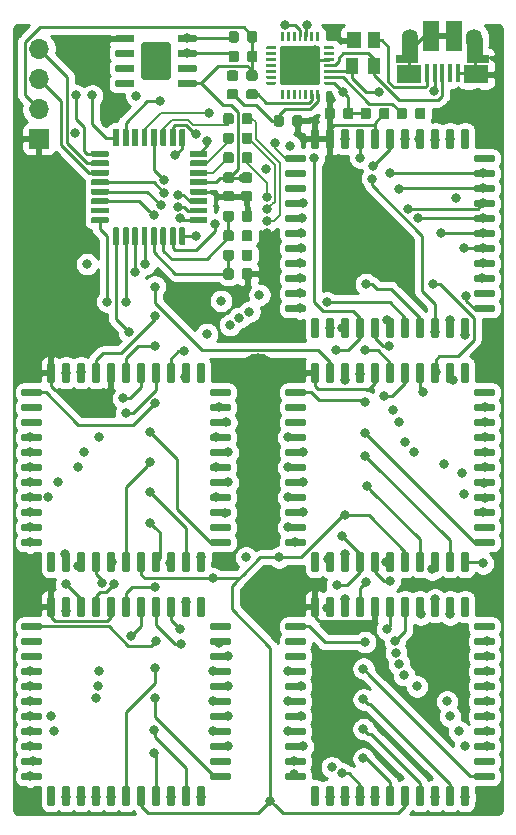
<source format=gbr>
G04 #@! TF.GenerationSoftware,KiCad,Pcbnew,(5.1.5-rc2)*
G04 #@! TF.CreationDate,2020-01-23T16:56:20-08:00*
G04 #@! TF.ProjectId,fpgb,66706762-2e6b-4696-9361-645f70636258,0.1*
G04 #@! TF.SameCoordinates,Original*
G04 #@! TF.FileFunction,Copper,L4,Bot*
G04 #@! TF.FilePolarity,Positive*
%FSLAX46Y46*%
G04 Gerber Fmt 4.6, Leading zero omitted, Abs format (unit mm)*
G04 Created by KiCad (PCBNEW (5.1.5-rc2)) date 2020-01-23 16:56:20*
%MOMM*%
%LPD*%
G04 APERTURE LIST*
%ADD10C,0.100000*%
%ADD11O,1.700000X1.700000*%
%ADD12R,1.700000X1.700000*%
%ADD13R,1.430000X2.500000*%
%ADD14O,1.350000X1.700000*%
%ADD15O,1.100000X1.500000*%
%ADD16R,0.400000X1.650000*%
%ADD17R,2.000000X1.500000*%
%ADD18R,1.825000X0.700000*%
%ADD19R,1.350000X2.000000*%
%ADD20R,1.000000X1.400000*%
%ADD21R,1.200000X1.400000*%
%ADD22C,0.800000*%
%ADD23C,3.000000*%
%ADD24C,0.254000*%
%ADD25C,0.203200*%
G04 APERTURE END LIST*
G04 #@! TA.AperFunction,SMDPad,CuDef*
D10*
G36*
X116610191Y-50770553D02*
G01*
X116631426Y-50773703D01*
X116652250Y-50778919D01*
X116672462Y-50786151D01*
X116691868Y-50795330D01*
X116710281Y-50806366D01*
X116727524Y-50819154D01*
X116743430Y-50833570D01*
X116757846Y-50849476D01*
X116770634Y-50866719D01*
X116781670Y-50885132D01*
X116790849Y-50904538D01*
X116798081Y-50924750D01*
X116803297Y-50945574D01*
X116806447Y-50966809D01*
X116807500Y-50988250D01*
X116807500Y-51500750D01*
X116806447Y-51522191D01*
X116803297Y-51543426D01*
X116798081Y-51564250D01*
X116790849Y-51584462D01*
X116781670Y-51603868D01*
X116770634Y-51622281D01*
X116757846Y-51639524D01*
X116743430Y-51655430D01*
X116727524Y-51669846D01*
X116710281Y-51682634D01*
X116691868Y-51693670D01*
X116672462Y-51702849D01*
X116652250Y-51710081D01*
X116631426Y-51715297D01*
X116610191Y-51718447D01*
X116588750Y-51719500D01*
X116151250Y-51719500D01*
X116129809Y-51718447D01*
X116108574Y-51715297D01*
X116087750Y-51710081D01*
X116067538Y-51702849D01*
X116048132Y-51693670D01*
X116029719Y-51682634D01*
X116012476Y-51669846D01*
X115996570Y-51655430D01*
X115982154Y-51639524D01*
X115969366Y-51622281D01*
X115958330Y-51603868D01*
X115949151Y-51584462D01*
X115941919Y-51564250D01*
X115936703Y-51543426D01*
X115933553Y-51522191D01*
X115932500Y-51500750D01*
X115932500Y-50988250D01*
X115933553Y-50966809D01*
X115936703Y-50945574D01*
X115941919Y-50924750D01*
X115949151Y-50904538D01*
X115958330Y-50885132D01*
X115969366Y-50866719D01*
X115982154Y-50849476D01*
X115996570Y-50833570D01*
X116012476Y-50819154D01*
X116029719Y-50806366D01*
X116048132Y-50795330D01*
X116067538Y-50786151D01*
X116087750Y-50778919D01*
X116108574Y-50773703D01*
X116129809Y-50770553D01*
X116151250Y-50769500D01*
X116588750Y-50769500D01*
X116610191Y-50770553D01*
G37*
G04 #@! TD.AperFunction*
G04 #@! TA.AperFunction,SMDPad,CuDef*
G36*
X118185191Y-50770553D02*
G01*
X118206426Y-50773703D01*
X118227250Y-50778919D01*
X118247462Y-50786151D01*
X118266868Y-50795330D01*
X118285281Y-50806366D01*
X118302524Y-50819154D01*
X118318430Y-50833570D01*
X118332846Y-50849476D01*
X118345634Y-50866719D01*
X118356670Y-50885132D01*
X118365849Y-50904538D01*
X118373081Y-50924750D01*
X118378297Y-50945574D01*
X118381447Y-50966809D01*
X118382500Y-50988250D01*
X118382500Y-51500750D01*
X118381447Y-51522191D01*
X118378297Y-51543426D01*
X118373081Y-51564250D01*
X118365849Y-51584462D01*
X118356670Y-51603868D01*
X118345634Y-51622281D01*
X118332846Y-51639524D01*
X118318430Y-51655430D01*
X118302524Y-51669846D01*
X118285281Y-51682634D01*
X118266868Y-51693670D01*
X118247462Y-51702849D01*
X118227250Y-51710081D01*
X118206426Y-51715297D01*
X118185191Y-51718447D01*
X118163750Y-51719500D01*
X117726250Y-51719500D01*
X117704809Y-51718447D01*
X117683574Y-51715297D01*
X117662750Y-51710081D01*
X117642538Y-51702849D01*
X117623132Y-51693670D01*
X117604719Y-51682634D01*
X117587476Y-51669846D01*
X117571570Y-51655430D01*
X117557154Y-51639524D01*
X117544366Y-51622281D01*
X117533330Y-51603868D01*
X117524151Y-51584462D01*
X117516919Y-51564250D01*
X117511703Y-51543426D01*
X117508553Y-51522191D01*
X117507500Y-51500750D01*
X117507500Y-50988250D01*
X117508553Y-50966809D01*
X117511703Y-50945574D01*
X117516919Y-50924750D01*
X117524151Y-50904538D01*
X117533330Y-50885132D01*
X117544366Y-50866719D01*
X117557154Y-50849476D01*
X117571570Y-50833570D01*
X117587476Y-50819154D01*
X117604719Y-50806366D01*
X117623132Y-50795330D01*
X117642538Y-50786151D01*
X117662750Y-50778919D01*
X117683574Y-50773703D01*
X117704809Y-50770553D01*
X117726250Y-50769500D01*
X118163750Y-50769500D01*
X118185191Y-50770553D01*
G37*
G04 #@! TD.AperFunction*
G04 #@! TA.AperFunction,SMDPad,CuDef*
G36*
X116610191Y-52421553D02*
G01*
X116631426Y-52424703D01*
X116652250Y-52429919D01*
X116672462Y-52437151D01*
X116691868Y-52446330D01*
X116710281Y-52457366D01*
X116727524Y-52470154D01*
X116743430Y-52484570D01*
X116757846Y-52500476D01*
X116770634Y-52517719D01*
X116781670Y-52536132D01*
X116790849Y-52555538D01*
X116798081Y-52575750D01*
X116803297Y-52596574D01*
X116806447Y-52617809D01*
X116807500Y-52639250D01*
X116807500Y-53151750D01*
X116806447Y-53173191D01*
X116803297Y-53194426D01*
X116798081Y-53215250D01*
X116790849Y-53235462D01*
X116781670Y-53254868D01*
X116770634Y-53273281D01*
X116757846Y-53290524D01*
X116743430Y-53306430D01*
X116727524Y-53320846D01*
X116710281Y-53333634D01*
X116691868Y-53344670D01*
X116672462Y-53353849D01*
X116652250Y-53361081D01*
X116631426Y-53366297D01*
X116610191Y-53369447D01*
X116588750Y-53370500D01*
X116151250Y-53370500D01*
X116129809Y-53369447D01*
X116108574Y-53366297D01*
X116087750Y-53361081D01*
X116067538Y-53353849D01*
X116048132Y-53344670D01*
X116029719Y-53333634D01*
X116012476Y-53320846D01*
X115996570Y-53306430D01*
X115982154Y-53290524D01*
X115969366Y-53273281D01*
X115958330Y-53254868D01*
X115949151Y-53235462D01*
X115941919Y-53215250D01*
X115936703Y-53194426D01*
X115933553Y-53173191D01*
X115932500Y-53151750D01*
X115932500Y-52639250D01*
X115933553Y-52617809D01*
X115936703Y-52596574D01*
X115941919Y-52575750D01*
X115949151Y-52555538D01*
X115958330Y-52536132D01*
X115969366Y-52517719D01*
X115982154Y-52500476D01*
X115996570Y-52484570D01*
X116012476Y-52470154D01*
X116029719Y-52457366D01*
X116048132Y-52446330D01*
X116067538Y-52437151D01*
X116087750Y-52429919D01*
X116108574Y-52424703D01*
X116129809Y-52421553D01*
X116151250Y-52420500D01*
X116588750Y-52420500D01*
X116610191Y-52421553D01*
G37*
G04 #@! TD.AperFunction*
G04 #@! TA.AperFunction,SMDPad,CuDef*
G36*
X118185191Y-52421553D02*
G01*
X118206426Y-52424703D01*
X118227250Y-52429919D01*
X118247462Y-52437151D01*
X118266868Y-52446330D01*
X118285281Y-52457366D01*
X118302524Y-52470154D01*
X118318430Y-52484570D01*
X118332846Y-52500476D01*
X118345634Y-52517719D01*
X118356670Y-52536132D01*
X118365849Y-52555538D01*
X118373081Y-52575750D01*
X118378297Y-52596574D01*
X118381447Y-52617809D01*
X118382500Y-52639250D01*
X118382500Y-53151750D01*
X118381447Y-53173191D01*
X118378297Y-53194426D01*
X118373081Y-53215250D01*
X118365849Y-53235462D01*
X118356670Y-53254868D01*
X118345634Y-53273281D01*
X118332846Y-53290524D01*
X118318430Y-53306430D01*
X118302524Y-53320846D01*
X118285281Y-53333634D01*
X118266868Y-53344670D01*
X118247462Y-53353849D01*
X118227250Y-53361081D01*
X118206426Y-53366297D01*
X118185191Y-53369447D01*
X118163750Y-53370500D01*
X117726250Y-53370500D01*
X117704809Y-53369447D01*
X117683574Y-53366297D01*
X117662750Y-53361081D01*
X117642538Y-53353849D01*
X117623132Y-53344670D01*
X117604719Y-53333634D01*
X117587476Y-53320846D01*
X117571570Y-53306430D01*
X117557154Y-53290524D01*
X117544366Y-53273281D01*
X117533330Y-53254868D01*
X117524151Y-53235462D01*
X117516919Y-53215250D01*
X117511703Y-53194426D01*
X117508553Y-53173191D01*
X117507500Y-53151750D01*
X117507500Y-52639250D01*
X117508553Y-52617809D01*
X117511703Y-52596574D01*
X117516919Y-52575750D01*
X117524151Y-52555538D01*
X117533330Y-52536132D01*
X117544366Y-52517719D01*
X117557154Y-52500476D01*
X117571570Y-52484570D01*
X117587476Y-52470154D01*
X117604719Y-52457366D01*
X117623132Y-52446330D01*
X117642538Y-52437151D01*
X117662750Y-52429919D01*
X117683574Y-52424703D01*
X117704809Y-52421553D01*
X117726250Y-52420500D01*
X118163750Y-52420500D01*
X118185191Y-52421553D01*
G37*
G04 #@! TD.AperFunction*
G04 #@! TA.AperFunction,SMDPad,CuDef*
G36*
X116610191Y-54072553D02*
G01*
X116631426Y-54075703D01*
X116652250Y-54080919D01*
X116672462Y-54088151D01*
X116691868Y-54097330D01*
X116710281Y-54108366D01*
X116727524Y-54121154D01*
X116743430Y-54135570D01*
X116757846Y-54151476D01*
X116770634Y-54168719D01*
X116781670Y-54187132D01*
X116790849Y-54206538D01*
X116798081Y-54226750D01*
X116803297Y-54247574D01*
X116806447Y-54268809D01*
X116807500Y-54290250D01*
X116807500Y-54802750D01*
X116806447Y-54824191D01*
X116803297Y-54845426D01*
X116798081Y-54866250D01*
X116790849Y-54886462D01*
X116781670Y-54905868D01*
X116770634Y-54924281D01*
X116757846Y-54941524D01*
X116743430Y-54957430D01*
X116727524Y-54971846D01*
X116710281Y-54984634D01*
X116691868Y-54995670D01*
X116672462Y-55004849D01*
X116652250Y-55012081D01*
X116631426Y-55017297D01*
X116610191Y-55020447D01*
X116588750Y-55021500D01*
X116151250Y-55021500D01*
X116129809Y-55020447D01*
X116108574Y-55017297D01*
X116087750Y-55012081D01*
X116067538Y-55004849D01*
X116048132Y-54995670D01*
X116029719Y-54984634D01*
X116012476Y-54971846D01*
X115996570Y-54957430D01*
X115982154Y-54941524D01*
X115969366Y-54924281D01*
X115958330Y-54905868D01*
X115949151Y-54886462D01*
X115941919Y-54866250D01*
X115936703Y-54845426D01*
X115933553Y-54824191D01*
X115932500Y-54802750D01*
X115932500Y-54290250D01*
X115933553Y-54268809D01*
X115936703Y-54247574D01*
X115941919Y-54226750D01*
X115949151Y-54206538D01*
X115958330Y-54187132D01*
X115969366Y-54168719D01*
X115982154Y-54151476D01*
X115996570Y-54135570D01*
X116012476Y-54121154D01*
X116029719Y-54108366D01*
X116048132Y-54097330D01*
X116067538Y-54088151D01*
X116087750Y-54080919D01*
X116108574Y-54075703D01*
X116129809Y-54072553D01*
X116151250Y-54071500D01*
X116588750Y-54071500D01*
X116610191Y-54072553D01*
G37*
G04 #@! TD.AperFunction*
G04 #@! TA.AperFunction,SMDPad,CuDef*
G36*
X118185191Y-54072553D02*
G01*
X118206426Y-54075703D01*
X118227250Y-54080919D01*
X118247462Y-54088151D01*
X118266868Y-54097330D01*
X118285281Y-54108366D01*
X118302524Y-54121154D01*
X118318430Y-54135570D01*
X118332846Y-54151476D01*
X118345634Y-54168719D01*
X118356670Y-54187132D01*
X118365849Y-54206538D01*
X118373081Y-54226750D01*
X118378297Y-54247574D01*
X118381447Y-54268809D01*
X118382500Y-54290250D01*
X118382500Y-54802750D01*
X118381447Y-54824191D01*
X118378297Y-54845426D01*
X118373081Y-54866250D01*
X118365849Y-54886462D01*
X118356670Y-54905868D01*
X118345634Y-54924281D01*
X118332846Y-54941524D01*
X118318430Y-54957430D01*
X118302524Y-54971846D01*
X118285281Y-54984634D01*
X118266868Y-54995670D01*
X118247462Y-55004849D01*
X118227250Y-55012081D01*
X118206426Y-55017297D01*
X118185191Y-55020447D01*
X118163750Y-55021500D01*
X117726250Y-55021500D01*
X117704809Y-55020447D01*
X117683574Y-55017297D01*
X117662750Y-55012081D01*
X117642538Y-55004849D01*
X117623132Y-54995670D01*
X117604719Y-54984634D01*
X117587476Y-54971846D01*
X117571570Y-54957430D01*
X117557154Y-54941524D01*
X117544366Y-54924281D01*
X117533330Y-54905868D01*
X117524151Y-54886462D01*
X117516919Y-54866250D01*
X117511703Y-54845426D01*
X117508553Y-54824191D01*
X117507500Y-54802750D01*
X117507500Y-54290250D01*
X117508553Y-54268809D01*
X117511703Y-54247574D01*
X117516919Y-54226750D01*
X117524151Y-54206538D01*
X117533330Y-54187132D01*
X117544366Y-54168719D01*
X117557154Y-54151476D01*
X117571570Y-54135570D01*
X117587476Y-54121154D01*
X117604719Y-54108366D01*
X117623132Y-54097330D01*
X117642538Y-54088151D01*
X117662750Y-54080919D01*
X117683574Y-54075703D01*
X117704809Y-54072553D01*
X117726250Y-54071500D01*
X118163750Y-54071500D01*
X118185191Y-54072553D01*
G37*
G04 #@! TD.AperFunction*
G04 #@! TA.AperFunction,SMDPad,CuDef*
G36*
X131482703Y-107734722D02*
G01*
X131497264Y-107736882D01*
X131511543Y-107740459D01*
X131525403Y-107745418D01*
X131538710Y-107751712D01*
X131551336Y-107759280D01*
X131563159Y-107768048D01*
X131574066Y-107777934D01*
X131583952Y-107788841D01*
X131592720Y-107800664D01*
X131600288Y-107813290D01*
X131606582Y-107826597D01*
X131611541Y-107840457D01*
X131615118Y-107854736D01*
X131617278Y-107869297D01*
X131618000Y-107884000D01*
X131618000Y-109284000D01*
X131617278Y-109298703D01*
X131615118Y-109313264D01*
X131611541Y-109327543D01*
X131606582Y-109341403D01*
X131600288Y-109354710D01*
X131592720Y-109367336D01*
X131583952Y-109379159D01*
X131574066Y-109390066D01*
X131563159Y-109399952D01*
X131551336Y-109408720D01*
X131538710Y-109416288D01*
X131525403Y-109422582D01*
X131511543Y-109427541D01*
X131497264Y-109431118D01*
X131482703Y-109433278D01*
X131468000Y-109434000D01*
X131168000Y-109434000D01*
X131153297Y-109433278D01*
X131138736Y-109431118D01*
X131124457Y-109427541D01*
X131110597Y-109422582D01*
X131097290Y-109416288D01*
X131084664Y-109408720D01*
X131072841Y-109399952D01*
X131061934Y-109390066D01*
X131052048Y-109379159D01*
X131043280Y-109367336D01*
X131035712Y-109354710D01*
X131029418Y-109341403D01*
X131024459Y-109327543D01*
X131020882Y-109313264D01*
X131018722Y-109298703D01*
X131018000Y-109284000D01*
X131018000Y-107884000D01*
X131018722Y-107869297D01*
X131020882Y-107854736D01*
X131024459Y-107840457D01*
X131029418Y-107826597D01*
X131035712Y-107813290D01*
X131043280Y-107800664D01*
X131052048Y-107788841D01*
X131061934Y-107777934D01*
X131072841Y-107768048D01*
X131084664Y-107759280D01*
X131097290Y-107751712D01*
X131110597Y-107745418D01*
X131124457Y-107740459D01*
X131138736Y-107736882D01*
X131153297Y-107734722D01*
X131168000Y-107734000D01*
X131468000Y-107734000D01*
X131482703Y-107734722D01*
G37*
G04 #@! TD.AperFunction*
G04 #@! TA.AperFunction,SMDPad,CuDef*
G36*
X132752703Y-107734722D02*
G01*
X132767264Y-107736882D01*
X132781543Y-107740459D01*
X132795403Y-107745418D01*
X132808710Y-107751712D01*
X132821336Y-107759280D01*
X132833159Y-107768048D01*
X132844066Y-107777934D01*
X132853952Y-107788841D01*
X132862720Y-107800664D01*
X132870288Y-107813290D01*
X132876582Y-107826597D01*
X132881541Y-107840457D01*
X132885118Y-107854736D01*
X132887278Y-107869297D01*
X132888000Y-107884000D01*
X132888000Y-109284000D01*
X132887278Y-109298703D01*
X132885118Y-109313264D01*
X132881541Y-109327543D01*
X132876582Y-109341403D01*
X132870288Y-109354710D01*
X132862720Y-109367336D01*
X132853952Y-109379159D01*
X132844066Y-109390066D01*
X132833159Y-109399952D01*
X132821336Y-109408720D01*
X132808710Y-109416288D01*
X132795403Y-109422582D01*
X132781543Y-109427541D01*
X132767264Y-109431118D01*
X132752703Y-109433278D01*
X132738000Y-109434000D01*
X132438000Y-109434000D01*
X132423297Y-109433278D01*
X132408736Y-109431118D01*
X132394457Y-109427541D01*
X132380597Y-109422582D01*
X132367290Y-109416288D01*
X132354664Y-109408720D01*
X132342841Y-109399952D01*
X132331934Y-109390066D01*
X132322048Y-109379159D01*
X132313280Y-109367336D01*
X132305712Y-109354710D01*
X132299418Y-109341403D01*
X132294459Y-109327543D01*
X132290882Y-109313264D01*
X132288722Y-109298703D01*
X132288000Y-109284000D01*
X132288000Y-107884000D01*
X132288722Y-107869297D01*
X132290882Y-107854736D01*
X132294459Y-107840457D01*
X132299418Y-107826597D01*
X132305712Y-107813290D01*
X132313280Y-107800664D01*
X132322048Y-107788841D01*
X132331934Y-107777934D01*
X132342841Y-107768048D01*
X132354664Y-107759280D01*
X132367290Y-107751712D01*
X132380597Y-107745418D01*
X132394457Y-107740459D01*
X132408736Y-107736882D01*
X132423297Y-107734722D01*
X132438000Y-107734000D01*
X132738000Y-107734000D01*
X132752703Y-107734722D01*
G37*
G04 #@! TD.AperFunction*
G04 #@! TA.AperFunction,SMDPad,CuDef*
G36*
X134022703Y-107734722D02*
G01*
X134037264Y-107736882D01*
X134051543Y-107740459D01*
X134065403Y-107745418D01*
X134078710Y-107751712D01*
X134091336Y-107759280D01*
X134103159Y-107768048D01*
X134114066Y-107777934D01*
X134123952Y-107788841D01*
X134132720Y-107800664D01*
X134140288Y-107813290D01*
X134146582Y-107826597D01*
X134151541Y-107840457D01*
X134155118Y-107854736D01*
X134157278Y-107869297D01*
X134158000Y-107884000D01*
X134158000Y-109284000D01*
X134157278Y-109298703D01*
X134155118Y-109313264D01*
X134151541Y-109327543D01*
X134146582Y-109341403D01*
X134140288Y-109354710D01*
X134132720Y-109367336D01*
X134123952Y-109379159D01*
X134114066Y-109390066D01*
X134103159Y-109399952D01*
X134091336Y-109408720D01*
X134078710Y-109416288D01*
X134065403Y-109422582D01*
X134051543Y-109427541D01*
X134037264Y-109431118D01*
X134022703Y-109433278D01*
X134008000Y-109434000D01*
X133708000Y-109434000D01*
X133693297Y-109433278D01*
X133678736Y-109431118D01*
X133664457Y-109427541D01*
X133650597Y-109422582D01*
X133637290Y-109416288D01*
X133624664Y-109408720D01*
X133612841Y-109399952D01*
X133601934Y-109390066D01*
X133592048Y-109379159D01*
X133583280Y-109367336D01*
X133575712Y-109354710D01*
X133569418Y-109341403D01*
X133564459Y-109327543D01*
X133560882Y-109313264D01*
X133558722Y-109298703D01*
X133558000Y-109284000D01*
X133558000Y-107884000D01*
X133558722Y-107869297D01*
X133560882Y-107854736D01*
X133564459Y-107840457D01*
X133569418Y-107826597D01*
X133575712Y-107813290D01*
X133583280Y-107800664D01*
X133592048Y-107788841D01*
X133601934Y-107777934D01*
X133612841Y-107768048D01*
X133624664Y-107759280D01*
X133637290Y-107751712D01*
X133650597Y-107745418D01*
X133664457Y-107740459D01*
X133678736Y-107736882D01*
X133693297Y-107734722D01*
X133708000Y-107734000D01*
X134008000Y-107734000D01*
X134022703Y-107734722D01*
G37*
G04 #@! TD.AperFunction*
G04 #@! TA.AperFunction,SMDPad,CuDef*
G36*
X135292703Y-107734722D02*
G01*
X135307264Y-107736882D01*
X135321543Y-107740459D01*
X135335403Y-107745418D01*
X135348710Y-107751712D01*
X135361336Y-107759280D01*
X135373159Y-107768048D01*
X135384066Y-107777934D01*
X135393952Y-107788841D01*
X135402720Y-107800664D01*
X135410288Y-107813290D01*
X135416582Y-107826597D01*
X135421541Y-107840457D01*
X135425118Y-107854736D01*
X135427278Y-107869297D01*
X135428000Y-107884000D01*
X135428000Y-109284000D01*
X135427278Y-109298703D01*
X135425118Y-109313264D01*
X135421541Y-109327543D01*
X135416582Y-109341403D01*
X135410288Y-109354710D01*
X135402720Y-109367336D01*
X135393952Y-109379159D01*
X135384066Y-109390066D01*
X135373159Y-109399952D01*
X135361336Y-109408720D01*
X135348710Y-109416288D01*
X135335403Y-109422582D01*
X135321543Y-109427541D01*
X135307264Y-109431118D01*
X135292703Y-109433278D01*
X135278000Y-109434000D01*
X134978000Y-109434000D01*
X134963297Y-109433278D01*
X134948736Y-109431118D01*
X134934457Y-109427541D01*
X134920597Y-109422582D01*
X134907290Y-109416288D01*
X134894664Y-109408720D01*
X134882841Y-109399952D01*
X134871934Y-109390066D01*
X134862048Y-109379159D01*
X134853280Y-109367336D01*
X134845712Y-109354710D01*
X134839418Y-109341403D01*
X134834459Y-109327543D01*
X134830882Y-109313264D01*
X134828722Y-109298703D01*
X134828000Y-109284000D01*
X134828000Y-107884000D01*
X134828722Y-107869297D01*
X134830882Y-107854736D01*
X134834459Y-107840457D01*
X134839418Y-107826597D01*
X134845712Y-107813290D01*
X134853280Y-107800664D01*
X134862048Y-107788841D01*
X134871934Y-107777934D01*
X134882841Y-107768048D01*
X134894664Y-107759280D01*
X134907290Y-107751712D01*
X134920597Y-107745418D01*
X134934457Y-107740459D01*
X134948736Y-107736882D01*
X134963297Y-107734722D01*
X134978000Y-107734000D01*
X135278000Y-107734000D01*
X135292703Y-107734722D01*
G37*
G04 #@! TD.AperFunction*
G04 #@! TA.AperFunction,SMDPad,CuDef*
G36*
X136562703Y-107734722D02*
G01*
X136577264Y-107736882D01*
X136591543Y-107740459D01*
X136605403Y-107745418D01*
X136618710Y-107751712D01*
X136631336Y-107759280D01*
X136643159Y-107768048D01*
X136654066Y-107777934D01*
X136663952Y-107788841D01*
X136672720Y-107800664D01*
X136680288Y-107813290D01*
X136686582Y-107826597D01*
X136691541Y-107840457D01*
X136695118Y-107854736D01*
X136697278Y-107869297D01*
X136698000Y-107884000D01*
X136698000Y-109284000D01*
X136697278Y-109298703D01*
X136695118Y-109313264D01*
X136691541Y-109327543D01*
X136686582Y-109341403D01*
X136680288Y-109354710D01*
X136672720Y-109367336D01*
X136663952Y-109379159D01*
X136654066Y-109390066D01*
X136643159Y-109399952D01*
X136631336Y-109408720D01*
X136618710Y-109416288D01*
X136605403Y-109422582D01*
X136591543Y-109427541D01*
X136577264Y-109431118D01*
X136562703Y-109433278D01*
X136548000Y-109434000D01*
X136248000Y-109434000D01*
X136233297Y-109433278D01*
X136218736Y-109431118D01*
X136204457Y-109427541D01*
X136190597Y-109422582D01*
X136177290Y-109416288D01*
X136164664Y-109408720D01*
X136152841Y-109399952D01*
X136141934Y-109390066D01*
X136132048Y-109379159D01*
X136123280Y-109367336D01*
X136115712Y-109354710D01*
X136109418Y-109341403D01*
X136104459Y-109327543D01*
X136100882Y-109313264D01*
X136098722Y-109298703D01*
X136098000Y-109284000D01*
X136098000Y-107884000D01*
X136098722Y-107869297D01*
X136100882Y-107854736D01*
X136104459Y-107840457D01*
X136109418Y-107826597D01*
X136115712Y-107813290D01*
X136123280Y-107800664D01*
X136132048Y-107788841D01*
X136141934Y-107777934D01*
X136152841Y-107768048D01*
X136164664Y-107759280D01*
X136177290Y-107751712D01*
X136190597Y-107745418D01*
X136204457Y-107740459D01*
X136218736Y-107736882D01*
X136233297Y-107734722D01*
X136248000Y-107734000D01*
X136548000Y-107734000D01*
X136562703Y-107734722D01*
G37*
G04 #@! TD.AperFunction*
G04 #@! TA.AperFunction,SMDPad,CuDef*
G36*
X138762703Y-106634722D02*
G01*
X138777264Y-106636882D01*
X138791543Y-106640459D01*
X138805403Y-106645418D01*
X138818710Y-106651712D01*
X138831336Y-106659280D01*
X138843159Y-106668048D01*
X138854066Y-106677934D01*
X138863952Y-106688841D01*
X138872720Y-106700664D01*
X138880288Y-106713290D01*
X138886582Y-106726597D01*
X138891541Y-106740457D01*
X138895118Y-106754736D01*
X138897278Y-106769297D01*
X138898000Y-106784000D01*
X138898000Y-107084000D01*
X138897278Y-107098703D01*
X138895118Y-107113264D01*
X138891541Y-107127543D01*
X138886582Y-107141403D01*
X138880288Y-107154710D01*
X138872720Y-107167336D01*
X138863952Y-107179159D01*
X138854066Y-107190066D01*
X138843159Y-107199952D01*
X138831336Y-107208720D01*
X138818710Y-107216288D01*
X138805403Y-107222582D01*
X138791543Y-107227541D01*
X138777264Y-107231118D01*
X138762703Y-107233278D01*
X138748000Y-107234000D01*
X137348000Y-107234000D01*
X137333297Y-107233278D01*
X137318736Y-107231118D01*
X137304457Y-107227541D01*
X137290597Y-107222582D01*
X137277290Y-107216288D01*
X137264664Y-107208720D01*
X137252841Y-107199952D01*
X137241934Y-107190066D01*
X137232048Y-107179159D01*
X137223280Y-107167336D01*
X137215712Y-107154710D01*
X137209418Y-107141403D01*
X137204459Y-107127543D01*
X137200882Y-107113264D01*
X137198722Y-107098703D01*
X137198000Y-107084000D01*
X137198000Y-106784000D01*
X137198722Y-106769297D01*
X137200882Y-106754736D01*
X137204459Y-106740457D01*
X137209418Y-106726597D01*
X137215712Y-106713290D01*
X137223280Y-106700664D01*
X137232048Y-106688841D01*
X137241934Y-106677934D01*
X137252841Y-106668048D01*
X137264664Y-106659280D01*
X137277290Y-106651712D01*
X137290597Y-106645418D01*
X137304457Y-106640459D01*
X137318736Y-106636882D01*
X137333297Y-106634722D01*
X137348000Y-106634000D01*
X138748000Y-106634000D01*
X138762703Y-106634722D01*
G37*
G04 #@! TD.AperFunction*
G04 #@! TA.AperFunction,SMDPad,CuDef*
G36*
X138762703Y-105364722D02*
G01*
X138777264Y-105366882D01*
X138791543Y-105370459D01*
X138805403Y-105375418D01*
X138818710Y-105381712D01*
X138831336Y-105389280D01*
X138843159Y-105398048D01*
X138854066Y-105407934D01*
X138863952Y-105418841D01*
X138872720Y-105430664D01*
X138880288Y-105443290D01*
X138886582Y-105456597D01*
X138891541Y-105470457D01*
X138895118Y-105484736D01*
X138897278Y-105499297D01*
X138898000Y-105514000D01*
X138898000Y-105814000D01*
X138897278Y-105828703D01*
X138895118Y-105843264D01*
X138891541Y-105857543D01*
X138886582Y-105871403D01*
X138880288Y-105884710D01*
X138872720Y-105897336D01*
X138863952Y-105909159D01*
X138854066Y-105920066D01*
X138843159Y-105929952D01*
X138831336Y-105938720D01*
X138818710Y-105946288D01*
X138805403Y-105952582D01*
X138791543Y-105957541D01*
X138777264Y-105961118D01*
X138762703Y-105963278D01*
X138748000Y-105964000D01*
X137348000Y-105964000D01*
X137333297Y-105963278D01*
X137318736Y-105961118D01*
X137304457Y-105957541D01*
X137290597Y-105952582D01*
X137277290Y-105946288D01*
X137264664Y-105938720D01*
X137252841Y-105929952D01*
X137241934Y-105920066D01*
X137232048Y-105909159D01*
X137223280Y-105897336D01*
X137215712Y-105884710D01*
X137209418Y-105871403D01*
X137204459Y-105857543D01*
X137200882Y-105843264D01*
X137198722Y-105828703D01*
X137198000Y-105814000D01*
X137198000Y-105514000D01*
X137198722Y-105499297D01*
X137200882Y-105484736D01*
X137204459Y-105470457D01*
X137209418Y-105456597D01*
X137215712Y-105443290D01*
X137223280Y-105430664D01*
X137232048Y-105418841D01*
X137241934Y-105407934D01*
X137252841Y-105398048D01*
X137264664Y-105389280D01*
X137277290Y-105381712D01*
X137290597Y-105375418D01*
X137304457Y-105370459D01*
X137318736Y-105366882D01*
X137333297Y-105364722D01*
X137348000Y-105364000D01*
X138748000Y-105364000D01*
X138762703Y-105364722D01*
G37*
G04 #@! TD.AperFunction*
G04 #@! TA.AperFunction,SMDPad,CuDef*
G36*
X138762703Y-104094722D02*
G01*
X138777264Y-104096882D01*
X138791543Y-104100459D01*
X138805403Y-104105418D01*
X138818710Y-104111712D01*
X138831336Y-104119280D01*
X138843159Y-104128048D01*
X138854066Y-104137934D01*
X138863952Y-104148841D01*
X138872720Y-104160664D01*
X138880288Y-104173290D01*
X138886582Y-104186597D01*
X138891541Y-104200457D01*
X138895118Y-104214736D01*
X138897278Y-104229297D01*
X138898000Y-104244000D01*
X138898000Y-104544000D01*
X138897278Y-104558703D01*
X138895118Y-104573264D01*
X138891541Y-104587543D01*
X138886582Y-104601403D01*
X138880288Y-104614710D01*
X138872720Y-104627336D01*
X138863952Y-104639159D01*
X138854066Y-104650066D01*
X138843159Y-104659952D01*
X138831336Y-104668720D01*
X138818710Y-104676288D01*
X138805403Y-104682582D01*
X138791543Y-104687541D01*
X138777264Y-104691118D01*
X138762703Y-104693278D01*
X138748000Y-104694000D01*
X137348000Y-104694000D01*
X137333297Y-104693278D01*
X137318736Y-104691118D01*
X137304457Y-104687541D01*
X137290597Y-104682582D01*
X137277290Y-104676288D01*
X137264664Y-104668720D01*
X137252841Y-104659952D01*
X137241934Y-104650066D01*
X137232048Y-104639159D01*
X137223280Y-104627336D01*
X137215712Y-104614710D01*
X137209418Y-104601403D01*
X137204459Y-104587543D01*
X137200882Y-104573264D01*
X137198722Y-104558703D01*
X137198000Y-104544000D01*
X137198000Y-104244000D01*
X137198722Y-104229297D01*
X137200882Y-104214736D01*
X137204459Y-104200457D01*
X137209418Y-104186597D01*
X137215712Y-104173290D01*
X137223280Y-104160664D01*
X137232048Y-104148841D01*
X137241934Y-104137934D01*
X137252841Y-104128048D01*
X137264664Y-104119280D01*
X137277290Y-104111712D01*
X137290597Y-104105418D01*
X137304457Y-104100459D01*
X137318736Y-104096882D01*
X137333297Y-104094722D01*
X137348000Y-104094000D01*
X138748000Y-104094000D01*
X138762703Y-104094722D01*
G37*
G04 #@! TD.AperFunction*
G04 #@! TA.AperFunction,SMDPad,CuDef*
G36*
X138762703Y-102824722D02*
G01*
X138777264Y-102826882D01*
X138791543Y-102830459D01*
X138805403Y-102835418D01*
X138818710Y-102841712D01*
X138831336Y-102849280D01*
X138843159Y-102858048D01*
X138854066Y-102867934D01*
X138863952Y-102878841D01*
X138872720Y-102890664D01*
X138880288Y-102903290D01*
X138886582Y-102916597D01*
X138891541Y-102930457D01*
X138895118Y-102944736D01*
X138897278Y-102959297D01*
X138898000Y-102974000D01*
X138898000Y-103274000D01*
X138897278Y-103288703D01*
X138895118Y-103303264D01*
X138891541Y-103317543D01*
X138886582Y-103331403D01*
X138880288Y-103344710D01*
X138872720Y-103357336D01*
X138863952Y-103369159D01*
X138854066Y-103380066D01*
X138843159Y-103389952D01*
X138831336Y-103398720D01*
X138818710Y-103406288D01*
X138805403Y-103412582D01*
X138791543Y-103417541D01*
X138777264Y-103421118D01*
X138762703Y-103423278D01*
X138748000Y-103424000D01*
X137348000Y-103424000D01*
X137333297Y-103423278D01*
X137318736Y-103421118D01*
X137304457Y-103417541D01*
X137290597Y-103412582D01*
X137277290Y-103406288D01*
X137264664Y-103398720D01*
X137252841Y-103389952D01*
X137241934Y-103380066D01*
X137232048Y-103369159D01*
X137223280Y-103357336D01*
X137215712Y-103344710D01*
X137209418Y-103331403D01*
X137204459Y-103317543D01*
X137200882Y-103303264D01*
X137198722Y-103288703D01*
X137198000Y-103274000D01*
X137198000Y-102974000D01*
X137198722Y-102959297D01*
X137200882Y-102944736D01*
X137204459Y-102930457D01*
X137209418Y-102916597D01*
X137215712Y-102903290D01*
X137223280Y-102890664D01*
X137232048Y-102878841D01*
X137241934Y-102867934D01*
X137252841Y-102858048D01*
X137264664Y-102849280D01*
X137277290Y-102841712D01*
X137290597Y-102835418D01*
X137304457Y-102830459D01*
X137318736Y-102826882D01*
X137333297Y-102824722D01*
X137348000Y-102824000D01*
X138748000Y-102824000D01*
X138762703Y-102824722D01*
G37*
G04 #@! TD.AperFunction*
G04 #@! TA.AperFunction,SMDPad,CuDef*
G36*
X138762703Y-101554722D02*
G01*
X138777264Y-101556882D01*
X138791543Y-101560459D01*
X138805403Y-101565418D01*
X138818710Y-101571712D01*
X138831336Y-101579280D01*
X138843159Y-101588048D01*
X138854066Y-101597934D01*
X138863952Y-101608841D01*
X138872720Y-101620664D01*
X138880288Y-101633290D01*
X138886582Y-101646597D01*
X138891541Y-101660457D01*
X138895118Y-101674736D01*
X138897278Y-101689297D01*
X138898000Y-101704000D01*
X138898000Y-102004000D01*
X138897278Y-102018703D01*
X138895118Y-102033264D01*
X138891541Y-102047543D01*
X138886582Y-102061403D01*
X138880288Y-102074710D01*
X138872720Y-102087336D01*
X138863952Y-102099159D01*
X138854066Y-102110066D01*
X138843159Y-102119952D01*
X138831336Y-102128720D01*
X138818710Y-102136288D01*
X138805403Y-102142582D01*
X138791543Y-102147541D01*
X138777264Y-102151118D01*
X138762703Y-102153278D01*
X138748000Y-102154000D01*
X137348000Y-102154000D01*
X137333297Y-102153278D01*
X137318736Y-102151118D01*
X137304457Y-102147541D01*
X137290597Y-102142582D01*
X137277290Y-102136288D01*
X137264664Y-102128720D01*
X137252841Y-102119952D01*
X137241934Y-102110066D01*
X137232048Y-102099159D01*
X137223280Y-102087336D01*
X137215712Y-102074710D01*
X137209418Y-102061403D01*
X137204459Y-102047543D01*
X137200882Y-102033264D01*
X137198722Y-102018703D01*
X137198000Y-102004000D01*
X137198000Y-101704000D01*
X137198722Y-101689297D01*
X137200882Y-101674736D01*
X137204459Y-101660457D01*
X137209418Y-101646597D01*
X137215712Y-101633290D01*
X137223280Y-101620664D01*
X137232048Y-101608841D01*
X137241934Y-101597934D01*
X137252841Y-101588048D01*
X137264664Y-101579280D01*
X137277290Y-101571712D01*
X137290597Y-101565418D01*
X137304457Y-101560459D01*
X137318736Y-101556882D01*
X137333297Y-101554722D01*
X137348000Y-101554000D01*
X138748000Y-101554000D01*
X138762703Y-101554722D01*
G37*
G04 #@! TD.AperFunction*
G04 #@! TA.AperFunction,SMDPad,CuDef*
G36*
X138762703Y-100284722D02*
G01*
X138777264Y-100286882D01*
X138791543Y-100290459D01*
X138805403Y-100295418D01*
X138818710Y-100301712D01*
X138831336Y-100309280D01*
X138843159Y-100318048D01*
X138854066Y-100327934D01*
X138863952Y-100338841D01*
X138872720Y-100350664D01*
X138880288Y-100363290D01*
X138886582Y-100376597D01*
X138891541Y-100390457D01*
X138895118Y-100404736D01*
X138897278Y-100419297D01*
X138898000Y-100434000D01*
X138898000Y-100734000D01*
X138897278Y-100748703D01*
X138895118Y-100763264D01*
X138891541Y-100777543D01*
X138886582Y-100791403D01*
X138880288Y-100804710D01*
X138872720Y-100817336D01*
X138863952Y-100829159D01*
X138854066Y-100840066D01*
X138843159Y-100849952D01*
X138831336Y-100858720D01*
X138818710Y-100866288D01*
X138805403Y-100872582D01*
X138791543Y-100877541D01*
X138777264Y-100881118D01*
X138762703Y-100883278D01*
X138748000Y-100884000D01*
X137348000Y-100884000D01*
X137333297Y-100883278D01*
X137318736Y-100881118D01*
X137304457Y-100877541D01*
X137290597Y-100872582D01*
X137277290Y-100866288D01*
X137264664Y-100858720D01*
X137252841Y-100849952D01*
X137241934Y-100840066D01*
X137232048Y-100829159D01*
X137223280Y-100817336D01*
X137215712Y-100804710D01*
X137209418Y-100791403D01*
X137204459Y-100777543D01*
X137200882Y-100763264D01*
X137198722Y-100748703D01*
X137198000Y-100734000D01*
X137198000Y-100434000D01*
X137198722Y-100419297D01*
X137200882Y-100404736D01*
X137204459Y-100390457D01*
X137209418Y-100376597D01*
X137215712Y-100363290D01*
X137223280Y-100350664D01*
X137232048Y-100338841D01*
X137241934Y-100327934D01*
X137252841Y-100318048D01*
X137264664Y-100309280D01*
X137277290Y-100301712D01*
X137290597Y-100295418D01*
X137304457Y-100290459D01*
X137318736Y-100286882D01*
X137333297Y-100284722D01*
X137348000Y-100284000D01*
X138748000Y-100284000D01*
X138762703Y-100284722D01*
G37*
G04 #@! TD.AperFunction*
G04 #@! TA.AperFunction,SMDPad,CuDef*
G36*
X138762703Y-99014722D02*
G01*
X138777264Y-99016882D01*
X138791543Y-99020459D01*
X138805403Y-99025418D01*
X138818710Y-99031712D01*
X138831336Y-99039280D01*
X138843159Y-99048048D01*
X138854066Y-99057934D01*
X138863952Y-99068841D01*
X138872720Y-99080664D01*
X138880288Y-99093290D01*
X138886582Y-99106597D01*
X138891541Y-99120457D01*
X138895118Y-99134736D01*
X138897278Y-99149297D01*
X138898000Y-99164000D01*
X138898000Y-99464000D01*
X138897278Y-99478703D01*
X138895118Y-99493264D01*
X138891541Y-99507543D01*
X138886582Y-99521403D01*
X138880288Y-99534710D01*
X138872720Y-99547336D01*
X138863952Y-99559159D01*
X138854066Y-99570066D01*
X138843159Y-99579952D01*
X138831336Y-99588720D01*
X138818710Y-99596288D01*
X138805403Y-99602582D01*
X138791543Y-99607541D01*
X138777264Y-99611118D01*
X138762703Y-99613278D01*
X138748000Y-99614000D01*
X137348000Y-99614000D01*
X137333297Y-99613278D01*
X137318736Y-99611118D01*
X137304457Y-99607541D01*
X137290597Y-99602582D01*
X137277290Y-99596288D01*
X137264664Y-99588720D01*
X137252841Y-99579952D01*
X137241934Y-99570066D01*
X137232048Y-99559159D01*
X137223280Y-99547336D01*
X137215712Y-99534710D01*
X137209418Y-99521403D01*
X137204459Y-99507543D01*
X137200882Y-99493264D01*
X137198722Y-99478703D01*
X137198000Y-99464000D01*
X137198000Y-99164000D01*
X137198722Y-99149297D01*
X137200882Y-99134736D01*
X137204459Y-99120457D01*
X137209418Y-99106597D01*
X137215712Y-99093290D01*
X137223280Y-99080664D01*
X137232048Y-99068841D01*
X137241934Y-99057934D01*
X137252841Y-99048048D01*
X137264664Y-99039280D01*
X137277290Y-99031712D01*
X137290597Y-99025418D01*
X137304457Y-99020459D01*
X137318736Y-99016882D01*
X137333297Y-99014722D01*
X137348000Y-99014000D01*
X138748000Y-99014000D01*
X138762703Y-99014722D01*
G37*
G04 #@! TD.AperFunction*
G04 #@! TA.AperFunction,SMDPad,CuDef*
G36*
X138762703Y-97744722D02*
G01*
X138777264Y-97746882D01*
X138791543Y-97750459D01*
X138805403Y-97755418D01*
X138818710Y-97761712D01*
X138831336Y-97769280D01*
X138843159Y-97778048D01*
X138854066Y-97787934D01*
X138863952Y-97798841D01*
X138872720Y-97810664D01*
X138880288Y-97823290D01*
X138886582Y-97836597D01*
X138891541Y-97850457D01*
X138895118Y-97864736D01*
X138897278Y-97879297D01*
X138898000Y-97894000D01*
X138898000Y-98194000D01*
X138897278Y-98208703D01*
X138895118Y-98223264D01*
X138891541Y-98237543D01*
X138886582Y-98251403D01*
X138880288Y-98264710D01*
X138872720Y-98277336D01*
X138863952Y-98289159D01*
X138854066Y-98300066D01*
X138843159Y-98309952D01*
X138831336Y-98318720D01*
X138818710Y-98326288D01*
X138805403Y-98332582D01*
X138791543Y-98337541D01*
X138777264Y-98341118D01*
X138762703Y-98343278D01*
X138748000Y-98344000D01*
X137348000Y-98344000D01*
X137333297Y-98343278D01*
X137318736Y-98341118D01*
X137304457Y-98337541D01*
X137290597Y-98332582D01*
X137277290Y-98326288D01*
X137264664Y-98318720D01*
X137252841Y-98309952D01*
X137241934Y-98300066D01*
X137232048Y-98289159D01*
X137223280Y-98277336D01*
X137215712Y-98264710D01*
X137209418Y-98251403D01*
X137204459Y-98237543D01*
X137200882Y-98223264D01*
X137198722Y-98208703D01*
X137198000Y-98194000D01*
X137198000Y-97894000D01*
X137198722Y-97879297D01*
X137200882Y-97864736D01*
X137204459Y-97850457D01*
X137209418Y-97836597D01*
X137215712Y-97823290D01*
X137223280Y-97810664D01*
X137232048Y-97798841D01*
X137241934Y-97787934D01*
X137252841Y-97778048D01*
X137264664Y-97769280D01*
X137277290Y-97761712D01*
X137290597Y-97755418D01*
X137304457Y-97750459D01*
X137318736Y-97746882D01*
X137333297Y-97744722D01*
X137348000Y-97744000D01*
X138748000Y-97744000D01*
X138762703Y-97744722D01*
G37*
G04 #@! TD.AperFunction*
G04 #@! TA.AperFunction,SMDPad,CuDef*
G36*
X138762703Y-96474722D02*
G01*
X138777264Y-96476882D01*
X138791543Y-96480459D01*
X138805403Y-96485418D01*
X138818710Y-96491712D01*
X138831336Y-96499280D01*
X138843159Y-96508048D01*
X138854066Y-96517934D01*
X138863952Y-96528841D01*
X138872720Y-96540664D01*
X138880288Y-96553290D01*
X138886582Y-96566597D01*
X138891541Y-96580457D01*
X138895118Y-96594736D01*
X138897278Y-96609297D01*
X138898000Y-96624000D01*
X138898000Y-96924000D01*
X138897278Y-96938703D01*
X138895118Y-96953264D01*
X138891541Y-96967543D01*
X138886582Y-96981403D01*
X138880288Y-96994710D01*
X138872720Y-97007336D01*
X138863952Y-97019159D01*
X138854066Y-97030066D01*
X138843159Y-97039952D01*
X138831336Y-97048720D01*
X138818710Y-97056288D01*
X138805403Y-97062582D01*
X138791543Y-97067541D01*
X138777264Y-97071118D01*
X138762703Y-97073278D01*
X138748000Y-97074000D01*
X137348000Y-97074000D01*
X137333297Y-97073278D01*
X137318736Y-97071118D01*
X137304457Y-97067541D01*
X137290597Y-97062582D01*
X137277290Y-97056288D01*
X137264664Y-97048720D01*
X137252841Y-97039952D01*
X137241934Y-97030066D01*
X137232048Y-97019159D01*
X137223280Y-97007336D01*
X137215712Y-96994710D01*
X137209418Y-96981403D01*
X137204459Y-96967543D01*
X137200882Y-96953264D01*
X137198722Y-96938703D01*
X137198000Y-96924000D01*
X137198000Y-96624000D01*
X137198722Y-96609297D01*
X137200882Y-96594736D01*
X137204459Y-96580457D01*
X137209418Y-96566597D01*
X137215712Y-96553290D01*
X137223280Y-96540664D01*
X137232048Y-96528841D01*
X137241934Y-96517934D01*
X137252841Y-96508048D01*
X137264664Y-96499280D01*
X137277290Y-96491712D01*
X137290597Y-96485418D01*
X137304457Y-96480459D01*
X137318736Y-96476882D01*
X137333297Y-96474722D01*
X137348000Y-96474000D01*
X138748000Y-96474000D01*
X138762703Y-96474722D01*
G37*
G04 #@! TD.AperFunction*
G04 #@! TA.AperFunction,SMDPad,CuDef*
G36*
X138762703Y-95204722D02*
G01*
X138777264Y-95206882D01*
X138791543Y-95210459D01*
X138805403Y-95215418D01*
X138818710Y-95221712D01*
X138831336Y-95229280D01*
X138843159Y-95238048D01*
X138854066Y-95247934D01*
X138863952Y-95258841D01*
X138872720Y-95270664D01*
X138880288Y-95283290D01*
X138886582Y-95296597D01*
X138891541Y-95310457D01*
X138895118Y-95324736D01*
X138897278Y-95339297D01*
X138898000Y-95354000D01*
X138898000Y-95654000D01*
X138897278Y-95668703D01*
X138895118Y-95683264D01*
X138891541Y-95697543D01*
X138886582Y-95711403D01*
X138880288Y-95724710D01*
X138872720Y-95737336D01*
X138863952Y-95749159D01*
X138854066Y-95760066D01*
X138843159Y-95769952D01*
X138831336Y-95778720D01*
X138818710Y-95786288D01*
X138805403Y-95792582D01*
X138791543Y-95797541D01*
X138777264Y-95801118D01*
X138762703Y-95803278D01*
X138748000Y-95804000D01*
X137348000Y-95804000D01*
X137333297Y-95803278D01*
X137318736Y-95801118D01*
X137304457Y-95797541D01*
X137290597Y-95792582D01*
X137277290Y-95786288D01*
X137264664Y-95778720D01*
X137252841Y-95769952D01*
X137241934Y-95760066D01*
X137232048Y-95749159D01*
X137223280Y-95737336D01*
X137215712Y-95724710D01*
X137209418Y-95711403D01*
X137204459Y-95697543D01*
X137200882Y-95683264D01*
X137198722Y-95668703D01*
X137198000Y-95654000D01*
X137198000Y-95354000D01*
X137198722Y-95339297D01*
X137200882Y-95324736D01*
X137204459Y-95310457D01*
X137209418Y-95296597D01*
X137215712Y-95283290D01*
X137223280Y-95270664D01*
X137232048Y-95258841D01*
X137241934Y-95247934D01*
X137252841Y-95238048D01*
X137264664Y-95229280D01*
X137277290Y-95221712D01*
X137290597Y-95215418D01*
X137304457Y-95210459D01*
X137318736Y-95206882D01*
X137333297Y-95204722D01*
X137348000Y-95204000D01*
X138748000Y-95204000D01*
X138762703Y-95204722D01*
G37*
G04 #@! TD.AperFunction*
G04 #@! TA.AperFunction,SMDPad,CuDef*
G36*
X138762703Y-93934722D02*
G01*
X138777264Y-93936882D01*
X138791543Y-93940459D01*
X138805403Y-93945418D01*
X138818710Y-93951712D01*
X138831336Y-93959280D01*
X138843159Y-93968048D01*
X138854066Y-93977934D01*
X138863952Y-93988841D01*
X138872720Y-94000664D01*
X138880288Y-94013290D01*
X138886582Y-94026597D01*
X138891541Y-94040457D01*
X138895118Y-94054736D01*
X138897278Y-94069297D01*
X138898000Y-94084000D01*
X138898000Y-94384000D01*
X138897278Y-94398703D01*
X138895118Y-94413264D01*
X138891541Y-94427543D01*
X138886582Y-94441403D01*
X138880288Y-94454710D01*
X138872720Y-94467336D01*
X138863952Y-94479159D01*
X138854066Y-94490066D01*
X138843159Y-94499952D01*
X138831336Y-94508720D01*
X138818710Y-94516288D01*
X138805403Y-94522582D01*
X138791543Y-94527541D01*
X138777264Y-94531118D01*
X138762703Y-94533278D01*
X138748000Y-94534000D01*
X137348000Y-94534000D01*
X137333297Y-94533278D01*
X137318736Y-94531118D01*
X137304457Y-94527541D01*
X137290597Y-94522582D01*
X137277290Y-94516288D01*
X137264664Y-94508720D01*
X137252841Y-94499952D01*
X137241934Y-94490066D01*
X137232048Y-94479159D01*
X137223280Y-94467336D01*
X137215712Y-94454710D01*
X137209418Y-94441403D01*
X137204459Y-94427543D01*
X137200882Y-94413264D01*
X137198722Y-94398703D01*
X137198000Y-94384000D01*
X137198000Y-94084000D01*
X137198722Y-94069297D01*
X137200882Y-94054736D01*
X137204459Y-94040457D01*
X137209418Y-94026597D01*
X137215712Y-94013290D01*
X137223280Y-94000664D01*
X137232048Y-93988841D01*
X137241934Y-93977934D01*
X137252841Y-93968048D01*
X137264664Y-93959280D01*
X137277290Y-93951712D01*
X137290597Y-93945418D01*
X137304457Y-93940459D01*
X137318736Y-93936882D01*
X137333297Y-93934722D01*
X137348000Y-93934000D01*
X138748000Y-93934000D01*
X138762703Y-93934722D01*
G37*
G04 #@! TD.AperFunction*
G04 #@! TA.AperFunction,SMDPad,CuDef*
G36*
X136562703Y-91734722D02*
G01*
X136577264Y-91736882D01*
X136591543Y-91740459D01*
X136605403Y-91745418D01*
X136618710Y-91751712D01*
X136631336Y-91759280D01*
X136643159Y-91768048D01*
X136654066Y-91777934D01*
X136663952Y-91788841D01*
X136672720Y-91800664D01*
X136680288Y-91813290D01*
X136686582Y-91826597D01*
X136691541Y-91840457D01*
X136695118Y-91854736D01*
X136697278Y-91869297D01*
X136698000Y-91884000D01*
X136698000Y-93284000D01*
X136697278Y-93298703D01*
X136695118Y-93313264D01*
X136691541Y-93327543D01*
X136686582Y-93341403D01*
X136680288Y-93354710D01*
X136672720Y-93367336D01*
X136663952Y-93379159D01*
X136654066Y-93390066D01*
X136643159Y-93399952D01*
X136631336Y-93408720D01*
X136618710Y-93416288D01*
X136605403Y-93422582D01*
X136591543Y-93427541D01*
X136577264Y-93431118D01*
X136562703Y-93433278D01*
X136548000Y-93434000D01*
X136248000Y-93434000D01*
X136233297Y-93433278D01*
X136218736Y-93431118D01*
X136204457Y-93427541D01*
X136190597Y-93422582D01*
X136177290Y-93416288D01*
X136164664Y-93408720D01*
X136152841Y-93399952D01*
X136141934Y-93390066D01*
X136132048Y-93379159D01*
X136123280Y-93367336D01*
X136115712Y-93354710D01*
X136109418Y-93341403D01*
X136104459Y-93327543D01*
X136100882Y-93313264D01*
X136098722Y-93298703D01*
X136098000Y-93284000D01*
X136098000Y-91884000D01*
X136098722Y-91869297D01*
X136100882Y-91854736D01*
X136104459Y-91840457D01*
X136109418Y-91826597D01*
X136115712Y-91813290D01*
X136123280Y-91800664D01*
X136132048Y-91788841D01*
X136141934Y-91777934D01*
X136152841Y-91768048D01*
X136164664Y-91759280D01*
X136177290Y-91751712D01*
X136190597Y-91745418D01*
X136204457Y-91740459D01*
X136218736Y-91736882D01*
X136233297Y-91734722D01*
X136248000Y-91734000D01*
X136548000Y-91734000D01*
X136562703Y-91734722D01*
G37*
G04 #@! TD.AperFunction*
G04 #@! TA.AperFunction,SMDPad,CuDef*
G36*
X135292703Y-91734722D02*
G01*
X135307264Y-91736882D01*
X135321543Y-91740459D01*
X135335403Y-91745418D01*
X135348710Y-91751712D01*
X135361336Y-91759280D01*
X135373159Y-91768048D01*
X135384066Y-91777934D01*
X135393952Y-91788841D01*
X135402720Y-91800664D01*
X135410288Y-91813290D01*
X135416582Y-91826597D01*
X135421541Y-91840457D01*
X135425118Y-91854736D01*
X135427278Y-91869297D01*
X135428000Y-91884000D01*
X135428000Y-93284000D01*
X135427278Y-93298703D01*
X135425118Y-93313264D01*
X135421541Y-93327543D01*
X135416582Y-93341403D01*
X135410288Y-93354710D01*
X135402720Y-93367336D01*
X135393952Y-93379159D01*
X135384066Y-93390066D01*
X135373159Y-93399952D01*
X135361336Y-93408720D01*
X135348710Y-93416288D01*
X135335403Y-93422582D01*
X135321543Y-93427541D01*
X135307264Y-93431118D01*
X135292703Y-93433278D01*
X135278000Y-93434000D01*
X134978000Y-93434000D01*
X134963297Y-93433278D01*
X134948736Y-93431118D01*
X134934457Y-93427541D01*
X134920597Y-93422582D01*
X134907290Y-93416288D01*
X134894664Y-93408720D01*
X134882841Y-93399952D01*
X134871934Y-93390066D01*
X134862048Y-93379159D01*
X134853280Y-93367336D01*
X134845712Y-93354710D01*
X134839418Y-93341403D01*
X134834459Y-93327543D01*
X134830882Y-93313264D01*
X134828722Y-93298703D01*
X134828000Y-93284000D01*
X134828000Y-91884000D01*
X134828722Y-91869297D01*
X134830882Y-91854736D01*
X134834459Y-91840457D01*
X134839418Y-91826597D01*
X134845712Y-91813290D01*
X134853280Y-91800664D01*
X134862048Y-91788841D01*
X134871934Y-91777934D01*
X134882841Y-91768048D01*
X134894664Y-91759280D01*
X134907290Y-91751712D01*
X134920597Y-91745418D01*
X134934457Y-91740459D01*
X134948736Y-91736882D01*
X134963297Y-91734722D01*
X134978000Y-91734000D01*
X135278000Y-91734000D01*
X135292703Y-91734722D01*
G37*
G04 #@! TD.AperFunction*
G04 #@! TA.AperFunction,SMDPad,CuDef*
G36*
X134022703Y-91734722D02*
G01*
X134037264Y-91736882D01*
X134051543Y-91740459D01*
X134065403Y-91745418D01*
X134078710Y-91751712D01*
X134091336Y-91759280D01*
X134103159Y-91768048D01*
X134114066Y-91777934D01*
X134123952Y-91788841D01*
X134132720Y-91800664D01*
X134140288Y-91813290D01*
X134146582Y-91826597D01*
X134151541Y-91840457D01*
X134155118Y-91854736D01*
X134157278Y-91869297D01*
X134158000Y-91884000D01*
X134158000Y-93284000D01*
X134157278Y-93298703D01*
X134155118Y-93313264D01*
X134151541Y-93327543D01*
X134146582Y-93341403D01*
X134140288Y-93354710D01*
X134132720Y-93367336D01*
X134123952Y-93379159D01*
X134114066Y-93390066D01*
X134103159Y-93399952D01*
X134091336Y-93408720D01*
X134078710Y-93416288D01*
X134065403Y-93422582D01*
X134051543Y-93427541D01*
X134037264Y-93431118D01*
X134022703Y-93433278D01*
X134008000Y-93434000D01*
X133708000Y-93434000D01*
X133693297Y-93433278D01*
X133678736Y-93431118D01*
X133664457Y-93427541D01*
X133650597Y-93422582D01*
X133637290Y-93416288D01*
X133624664Y-93408720D01*
X133612841Y-93399952D01*
X133601934Y-93390066D01*
X133592048Y-93379159D01*
X133583280Y-93367336D01*
X133575712Y-93354710D01*
X133569418Y-93341403D01*
X133564459Y-93327543D01*
X133560882Y-93313264D01*
X133558722Y-93298703D01*
X133558000Y-93284000D01*
X133558000Y-91884000D01*
X133558722Y-91869297D01*
X133560882Y-91854736D01*
X133564459Y-91840457D01*
X133569418Y-91826597D01*
X133575712Y-91813290D01*
X133583280Y-91800664D01*
X133592048Y-91788841D01*
X133601934Y-91777934D01*
X133612841Y-91768048D01*
X133624664Y-91759280D01*
X133637290Y-91751712D01*
X133650597Y-91745418D01*
X133664457Y-91740459D01*
X133678736Y-91736882D01*
X133693297Y-91734722D01*
X133708000Y-91734000D01*
X134008000Y-91734000D01*
X134022703Y-91734722D01*
G37*
G04 #@! TD.AperFunction*
G04 #@! TA.AperFunction,SMDPad,CuDef*
G36*
X132752703Y-91734722D02*
G01*
X132767264Y-91736882D01*
X132781543Y-91740459D01*
X132795403Y-91745418D01*
X132808710Y-91751712D01*
X132821336Y-91759280D01*
X132833159Y-91768048D01*
X132844066Y-91777934D01*
X132853952Y-91788841D01*
X132862720Y-91800664D01*
X132870288Y-91813290D01*
X132876582Y-91826597D01*
X132881541Y-91840457D01*
X132885118Y-91854736D01*
X132887278Y-91869297D01*
X132888000Y-91884000D01*
X132888000Y-93284000D01*
X132887278Y-93298703D01*
X132885118Y-93313264D01*
X132881541Y-93327543D01*
X132876582Y-93341403D01*
X132870288Y-93354710D01*
X132862720Y-93367336D01*
X132853952Y-93379159D01*
X132844066Y-93390066D01*
X132833159Y-93399952D01*
X132821336Y-93408720D01*
X132808710Y-93416288D01*
X132795403Y-93422582D01*
X132781543Y-93427541D01*
X132767264Y-93431118D01*
X132752703Y-93433278D01*
X132738000Y-93434000D01*
X132438000Y-93434000D01*
X132423297Y-93433278D01*
X132408736Y-93431118D01*
X132394457Y-93427541D01*
X132380597Y-93422582D01*
X132367290Y-93416288D01*
X132354664Y-93408720D01*
X132342841Y-93399952D01*
X132331934Y-93390066D01*
X132322048Y-93379159D01*
X132313280Y-93367336D01*
X132305712Y-93354710D01*
X132299418Y-93341403D01*
X132294459Y-93327543D01*
X132290882Y-93313264D01*
X132288722Y-93298703D01*
X132288000Y-93284000D01*
X132288000Y-91884000D01*
X132288722Y-91869297D01*
X132290882Y-91854736D01*
X132294459Y-91840457D01*
X132299418Y-91826597D01*
X132305712Y-91813290D01*
X132313280Y-91800664D01*
X132322048Y-91788841D01*
X132331934Y-91777934D01*
X132342841Y-91768048D01*
X132354664Y-91759280D01*
X132367290Y-91751712D01*
X132380597Y-91745418D01*
X132394457Y-91740459D01*
X132408736Y-91736882D01*
X132423297Y-91734722D01*
X132438000Y-91734000D01*
X132738000Y-91734000D01*
X132752703Y-91734722D01*
G37*
G04 #@! TD.AperFunction*
G04 #@! TA.AperFunction,SMDPad,CuDef*
G36*
X131482703Y-91734722D02*
G01*
X131497264Y-91736882D01*
X131511543Y-91740459D01*
X131525403Y-91745418D01*
X131538710Y-91751712D01*
X131551336Y-91759280D01*
X131563159Y-91768048D01*
X131574066Y-91777934D01*
X131583952Y-91788841D01*
X131592720Y-91800664D01*
X131600288Y-91813290D01*
X131606582Y-91826597D01*
X131611541Y-91840457D01*
X131615118Y-91854736D01*
X131617278Y-91869297D01*
X131618000Y-91884000D01*
X131618000Y-93284000D01*
X131617278Y-93298703D01*
X131615118Y-93313264D01*
X131611541Y-93327543D01*
X131606582Y-93341403D01*
X131600288Y-93354710D01*
X131592720Y-93367336D01*
X131583952Y-93379159D01*
X131574066Y-93390066D01*
X131563159Y-93399952D01*
X131551336Y-93408720D01*
X131538710Y-93416288D01*
X131525403Y-93422582D01*
X131511543Y-93427541D01*
X131497264Y-93431118D01*
X131482703Y-93433278D01*
X131468000Y-93434000D01*
X131168000Y-93434000D01*
X131153297Y-93433278D01*
X131138736Y-93431118D01*
X131124457Y-93427541D01*
X131110597Y-93422582D01*
X131097290Y-93416288D01*
X131084664Y-93408720D01*
X131072841Y-93399952D01*
X131061934Y-93390066D01*
X131052048Y-93379159D01*
X131043280Y-93367336D01*
X131035712Y-93354710D01*
X131029418Y-93341403D01*
X131024459Y-93327543D01*
X131020882Y-93313264D01*
X131018722Y-93298703D01*
X131018000Y-93284000D01*
X131018000Y-91884000D01*
X131018722Y-91869297D01*
X131020882Y-91854736D01*
X131024459Y-91840457D01*
X131029418Y-91826597D01*
X131035712Y-91813290D01*
X131043280Y-91800664D01*
X131052048Y-91788841D01*
X131061934Y-91777934D01*
X131072841Y-91768048D01*
X131084664Y-91759280D01*
X131097290Y-91751712D01*
X131110597Y-91745418D01*
X131124457Y-91740459D01*
X131138736Y-91736882D01*
X131153297Y-91734722D01*
X131168000Y-91734000D01*
X131468000Y-91734000D01*
X131482703Y-91734722D01*
G37*
G04 #@! TD.AperFunction*
G04 #@! TA.AperFunction,SMDPad,CuDef*
G36*
X130212703Y-91734722D02*
G01*
X130227264Y-91736882D01*
X130241543Y-91740459D01*
X130255403Y-91745418D01*
X130268710Y-91751712D01*
X130281336Y-91759280D01*
X130293159Y-91768048D01*
X130304066Y-91777934D01*
X130313952Y-91788841D01*
X130322720Y-91800664D01*
X130330288Y-91813290D01*
X130336582Y-91826597D01*
X130341541Y-91840457D01*
X130345118Y-91854736D01*
X130347278Y-91869297D01*
X130348000Y-91884000D01*
X130348000Y-93284000D01*
X130347278Y-93298703D01*
X130345118Y-93313264D01*
X130341541Y-93327543D01*
X130336582Y-93341403D01*
X130330288Y-93354710D01*
X130322720Y-93367336D01*
X130313952Y-93379159D01*
X130304066Y-93390066D01*
X130293159Y-93399952D01*
X130281336Y-93408720D01*
X130268710Y-93416288D01*
X130255403Y-93422582D01*
X130241543Y-93427541D01*
X130227264Y-93431118D01*
X130212703Y-93433278D01*
X130198000Y-93434000D01*
X129898000Y-93434000D01*
X129883297Y-93433278D01*
X129868736Y-93431118D01*
X129854457Y-93427541D01*
X129840597Y-93422582D01*
X129827290Y-93416288D01*
X129814664Y-93408720D01*
X129802841Y-93399952D01*
X129791934Y-93390066D01*
X129782048Y-93379159D01*
X129773280Y-93367336D01*
X129765712Y-93354710D01*
X129759418Y-93341403D01*
X129754459Y-93327543D01*
X129750882Y-93313264D01*
X129748722Y-93298703D01*
X129748000Y-93284000D01*
X129748000Y-91884000D01*
X129748722Y-91869297D01*
X129750882Y-91854736D01*
X129754459Y-91840457D01*
X129759418Y-91826597D01*
X129765712Y-91813290D01*
X129773280Y-91800664D01*
X129782048Y-91788841D01*
X129791934Y-91777934D01*
X129802841Y-91768048D01*
X129814664Y-91759280D01*
X129827290Y-91751712D01*
X129840597Y-91745418D01*
X129854457Y-91740459D01*
X129868736Y-91736882D01*
X129883297Y-91734722D01*
X129898000Y-91734000D01*
X130198000Y-91734000D01*
X130212703Y-91734722D01*
G37*
G04 #@! TD.AperFunction*
G04 #@! TA.AperFunction,SMDPad,CuDef*
G36*
X128942703Y-91734722D02*
G01*
X128957264Y-91736882D01*
X128971543Y-91740459D01*
X128985403Y-91745418D01*
X128998710Y-91751712D01*
X129011336Y-91759280D01*
X129023159Y-91768048D01*
X129034066Y-91777934D01*
X129043952Y-91788841D01*
X129052720Y-91800664D01*
X129060288Y-91813290D01*
X129066582Y-91826597D01*
X129071541Y-91840457D01*
X129075118Y-91854736D01*
X129077278Y-91869297D01*
X129078000Y-91884000D01*
X129078000Y-93284000D01*
X129077278Y-93298703D01*
X129075118Y-93313264D01*
X129071541Y-93327543D01*
X129066582Y-93341403D01*
X129060288Y-93354710D01*
X129052720Y-93367336D01*
X129043952Y-93379159D01*
X129034066Y-93390066D01*
X129023159Y-93399952D01*
X129011336Y-93408720D01*
X128998710Y-93416288D01*
X128985403Y-93422582D01*
X128971543Y-93427541D01*
X128957264Y-93431118D01*
X128942703Y-93433278D01*
X128928000Y-93434000D01*
X128628000Y-93434000D01*
X128613297Y-93433278D01*
X128598736Y-93431118D01*
X128584457Y-93427541D01*
X128570597Y-93422582D01*
X128557290Y-93416288D01*
X128544664Y-93408720D01*
X128532841Y-93399952D01*
X128521934Y-93390066D01*
X128512048Y-93379159D01*
X128503280Y-93367336D01*
X128495712Y-93354710D01*
X128489418Y-93341403D01*
X128484459Y-93327543D01*
X128480882Y-93313264D01*
X128478722Y-93298703D01*
X128478000Y-93284000D01*
X128478000Y-91884000D01*
X128478722Y-91869297D01*
X128480882Y-91854736D01*
X128484459Y-91840457D01*
X128489418Y-91826597D01*
X128495712Y-91813290D01*
X128503280Y-91800664D01*
X128512048Y-91788841D01*
X128521934Y-91777934D01*
X128532841Y-91768048D01*
X128544664Y-91759280D01*
X128557290Y-91751712D01*
X128570597Y-91745418D01*
X128584457Y-91740459D01*
X128598736Y-91736882D01*
X128613297Y-91734722D01*
X128628000Y-91734000D01*
X128928000Y-91734000D01*
X128942703Y-91734722D01*
G37*
G04 #@! TD.AperFunction*
G04 #@! TA.AperFunction,SMDPad,CuDef*
G36*
X127672703Y-91734722D02*
G01*
X127687264Y-91736882D01*
X127701543Y-91740459D01*
X127715403Y-91745418D01*
X127728710Y-91751712D01*
X127741336Y-91759280D01*
X127753159Y-91768048D01*
X127764066Y-91777934D01*
X127773952Y-91788841D01*
X127782720Y-91800664D01*
X127790288Y-91813290D01*
X127796582Y-91826597D01*
X127801541Y-91840457D01*
X127805118Y-91854736D01*
X127807278Y-91869297D01*
X127808000Y-91884000D01*
X127808000Y-93284000D01*
X127807278Y-93298703D01*
X127805118Y-93313264D01*
X127801541Y-93327543D01*
X127796582Y-93341403D01*
X127790288Y-93354710D01*
X127782720Y-93367336D01*
X127773952Y-93379159D01*
X127764066Y-93390066D01*
X127753159Y-93399952D01*
X127741336Y-93408720D01*
X127728710Y-93416288D01*
X127715403Y-93422582D01*
X127701543Y-93427541D01*
X127687264Y-93431118D01*
X127672703Y-93433278D01*
X127658000Y-93434000D01*
X127358000Y-93434000D01*
X127343297Y-93433278D01*
X127328736Y-93431118D01*
X127314457Y-93427541D01*
X127300597Y-93422582D01*
X127287290Y-93416288D01*
X127274664Y-93408720D01*
X127262841Y-93399952D01*
X127251934Y-93390066D01*
X127242048Y-93379159D01*
X127233280Y-93367336D01*
X127225712Y-93354710D01*
X127219418Y-93341403D01*
X127214459Y-93327543D01*
X127210882Y-93313264D01*
X127208722Y-93298703D01*
X127208000Y-93284000D01*
X127208000Y-91884000D01*
X127208722Y-91869297D01*
X127210882Y-91854736D01*
X127214459Y-91840457D01*
X127219418Y-91826597D01*
X127225712Y-91813290D01*
X127233280Y-91800664D01*
X127242048Y-91788841D01*
X127251934Y-91777934D01*
X127262841Y-91768048D01*
X127274664Y-91759280D01*
X127287290Y-91751712D01*
X127300597Y-91745418D01*
X127314457Y-91740459D01*
X127328736Y-91736882D01*
X127343297Y-91734722D01*
X127358000Y-91734000D01*
X127658000Y-91734000D01*
X127672703Y-91734722D01*
G37*
G04 #@! TD.AperFunction*
G04 #@! TA.AperFunction,SMDPad,CuDef*
G36*
X126402703Y-91734722D02*
G01*
X126417264Y-91736882D01*
X126431543Y-91740459D01*
X126445403Y-91745418D01*
X126458710Y-91751712D01*
X126471336Y-91759280D01*
X126483159Y-91768048D01*
X126494066Y-91777934D01*
X126503952Y-91788841D01*
X126512720Y-91800664D01*
X126520288Y-91813290D01*
X126526582Y-91826597D01*
X126531541Y-91840457D01*
X126535118Y-91854736D01*
X126537278Y-91869297D01*
X126538000Y-91884000D01*
X126538000Y-93284000D01*
X126537278Y-93298703D01*
X126535118Y-93313264D01*
X126531541Y-93327543D01*
X126526582Y-93341403D01*
X126520288Y-93354710D01*
X126512720Y-93367336D01*
X126503952Y-93379159D01*
X126494066Y-93390066D01*
X126483159Y-93399952D01*
X126471336Y-93408720D01*
X126458710Y-93416288D01*
X126445403Y-93422582D01*
X126431543Y-93427541D01*
X126417264Y-93431118D01*
X126402703Y-93433278D01*
X126388000Y-93434000D01*
X126088000Y-93434000D01*
X126073297Y-93433278D01*
X126058736Y-93431118D01*
X126044457Y-93427541D01*
X126030597Y-93422582D01*
X126017290Y-93416288D01*
X126004664Y-93408720D01*
X125992841Y-93399952D01*
X125981934Y-93390066D01*
X125972048Y-93379159D01*
X125963280Y-93367336D01*
X125955712Y-93354710D01*
X125949418Y-93341403D01*
X125944459Y-93327543D01*
X125940882Y-93313264D01*
X125938722Y-93298703D01*
X125938000Y-93284000D01*
X125938000Y-91884000D01*
X125938722Y-91869297D01*
X125940882Y-91854736D01*
X125944459Y-91840457D01*
X125949418Y-91826597D01*
X125955712Y-91813290D01*
X125963280Y-91800664D01*
X125972048Y-91788841D01*
X125981934Y-91777934D01*
X125992841Y-91768048D01*
X126004664Y-91759280D01*
X126017290Y-91751712D01*
X126030597Y-91745418D01*
X126044457Y-91740459D01*
X126058736Y-91736882D01*
X126073297Y-91734722D01*
X126088000Y-91734000D01*
X126388000Y-91734000D01*
X126402703Y-91734722D01*
G37*
G04 #@! TD.AperFunction*
G04 #@! TA.AperFunction,SMDPad,CuDef*
G36*
X125132703Y-91734722D02*
G01*
X125147264Y-91736882D01*
X125161543Y-91740459D01*
X125175403Y-91745418D01*
X125188710Y-91751712D01*
X125201336Y-91759280D01*
X125213159Y-91768048D01*
X125224066Y-91777934D01*
X125233952Y-91788841D01*
X125242720Y-91800664D01*
X125250288Y-91813290D01*
X125256582Y-91826597D01*
X125261541Y-91840457D01*
X125265118Y-91854736D01*
X125267278Y-91869297D01*
X125268000Y-91884000D01*
X125268000Y-93284000D01*
X125267278Y-93298703D01*
X125265118Y-93313264D01*
X125261541Y-93327543D01*
X125256582Y-93341403D01*
X125250288Y-93354710D01*
X125242720Y-93367336D01*
X125233952Y-93379159D01*
X125224066Y-93390066D01*
X125213159Y-93399952D01*
X125201336Y-93408720D01*
X125188710Y-93416288D01*
X125175403Y-93422582D01*
X125161543Y-93427541D01*
X125147264Y-93431118D01*
X125132703Y-93433278D01*
X125118000Y-93434000D01*
X124818000Y-93434000D01*
X124803297Y-93433278D01*
X124788736Y-93431118D01*
X124774457Y-93427541D01*
X124760597Y-93422582D01*
X124747290Y-93416288D01*
X124734664Y-93408720D01*
X124722841Y-93399952D01*
X124711934Y-93390066D01*
X124702048Y-93379159D01*
X124693280Y-93367336D01*
X124685712Y-93354710D01*
X124679418Y-93341403D01*
X124674459Y-93327543D01*
X124670882Y-93313264D01*
X124668722Y-93298703D01*
X124668000Y-93284000D01*
X124668000Y-91884000D01*
X124668722Y-91869297D01*
X124670882Y-91854736D01*
X124674459Y-91840457D01*
X124679418Y-91826597D01*
X124685712Y-91813290D01*
X124693280Y-91800664D01*
X124702048Y-91788841D01*
X124711934Y-91777934D01*
X124722841Y-91768048D01*
X124734664Y-91759280D01*
X124747290Y-91751712D01*
X124760597Y-91745418D01*
X124774457Y-91740459D01*
X124788736Y-91736882D01*
X124803297Y-91734722D01*
X124818000Y-91734000D01*
X125118000Y-91734000D01*
X125132703Y-91734722D01*
G37*
G04 #@! TD.AperFunction*
G04 #@! TA.AperFunction,SMDPad,CuDef*
G36*
X123862703Y-91734722D02*
G01*
X123877264Y-91736882D01*
X123891543Y-91740459D01*
X123905403Y-91745418D01*
X123918710Y-91751712D01*
X123931336Y-91759280D01*
X123943159Y-91768048D01*
X123954066Y-91777934D01*
X123963952Y-91788841D01*
X123972720Y-91800664D01*
X123980288Y-91813290D01*
X123986582Y-91826597D01*
X123991541Y-91840457D01*
X123995118Y-91854736D01*
X123997278Y-91869297D01*
X123998000Y-91884000D01*
X123998000Y-93284000D01*
X123997278Y-93298703D01*
X123995118Y-93313264D01*
X123991541Y-93327543D01*
X123986582Y-93341403D01*
X123980288Y-93354710D01*
X123972720Y-93367336D01*
X123963952Y-93379159D01*
X123954066Y-93390066D01*
X123943159Y-93399952D01*
X123931336Y-93408720D01*
X123918710Y-93416288D01*
X123905403Y-93422582D01*
X123891543Y-93427541D01*
X123877264Y-93431118D01*
X123862703Y-93433278D01*
X123848000Y-93434000D01*
X123548000Y-93434000D01*
X123533297Y-93433278D01*
X123518736Y-93431118D01*
X123504457Y-93427541D01*
X123490597Y-93422582D01*
X123477290Y-93416288D01*
X123464664Y-93408720D01*
X123452841Y-93399952D01*
X123441934Y-93390066D01*
X123432048Y-93379159D01*
X123423280Y-93367336D01*
X123415712Y-93354710D01*
X123409418Y-93341403D01*
X123404459Y-93327543D01*
X123400882Y-93313264D01*
X123398722Y-93298703D01*
X123398000Y-93284000D01*
X123398000Y-91884000D01*
X123398722Y-91869297D01*
X123400882Y-91854736D01*
X123404459Y-91840457D01*
X123409418Y-91826597D01*
X123415712Y-91813290D01*
X123423280Y-91800664D01*
X123432048Y-91788841D01*
X123441934Y-91777934D01*
X123452841Y-91768048D01*
X123464664Y-91759280D01*
X123477290Y-91751712D01*
X123490597Y-91745418D01*
X123504457Y-91740459D01*
X123518736Y-91736882D01*
X123533297Y-91734722D01*
X123548000Y-91734000D01*
X123848000Y-91734000D01*
X123862703Y-91734722D01*
G37*
G04 #@! TD.AperFunction*
G04 #@! TA.AperFunction,SMDPad,CuDef*
G36*
X122762703Y-93934722D02*
G01*
X122777264Y-93936882D01*
X122791543Y-93940459D01*
X122805403Y-93945418D01*
X122818710Y-93951712D01*
X122831336Y-93959280D01*
X122843159Y-93968048D01*
X122854066Y-93977934D01*
X122863952Y-93988841D01*
X122872720Y-94000664D01*
X122880288Y-94013290D01*
X122886582Y-94026597D01*
X122891541Y-94040457D01*
X122895118Y-94054736D01*
X122897278Y-94069297D01*
X122898000Y-94084000D01*
X122898000Y-94384000D01*
X122897278Y-94398703D01*
X122895118Y-94413264D01*
X122891541Y-94427543D01*
X122886582Y-94441403D01*
X122880288Y-94454710D01*
X122872720Y-94467336D01*
X122863952Y-94479159D01*
X122854066Y-94490066D01*
X122843159Y-94499952D01*
X122831336Y-94508720D01*
X122818710Y-94516288D01*
X122805403Y-94522582D01*
X122791543Y-94527541D01*
X122777264Y-94531118D01*
X122762703Y-94533278D01*
X122748000Y-94534000D01*
X121348000Y-94534000D01*
X121333297Y-94533278D01*
X121318736Y-94531118D01*
X121304457Y-94527541D01*
X121290597Y-94522582D01*
X121277290Y-94516288D01*
X121264664Y-94508720D01*
X121252841Y-94499952D01*
X121241934Y-94490066D01*
X121232048Y-94479159D01*
X121223280Y-94467336D01*
X121215712Y-94454710D01*
X121209418Y-94441403D01*
X121204459Y-94427543D01*
X121200882Y-94413264D01*
X121198722Y-94398703D01*
X121198000Y-94384000D01*
X121198000Y-94084000D01*
X121198722Y-94069297D01*
X121200882Y-94054736D01*
X121204459Y-94040457D01*
X121209418Y-94026597D01*
X121215712Y-94013290D01*
X121223280Y-94000664D01*
X121232048Y-93988841D01*
X121241934Y-93977934D01*
X121252841Y-93968048D01*
X121264664Y-93959280D01*
X121277290Y-93951712D01*
X121290597Y-93945418D01*
X121304457Y-93940459D01*
X121318736Y-93936882D01*
X121333297Y-93934722D01*
X121348000Y-93934000D01*
X122748000Y-93934000D01*
X122762703Y-93934722D01*
G37*
G04 #@! TD.AperFunction*
G04 #@! TA.AperFunction,SMDPad,CuDef*
G36*
X122762703Y-95204722D02*
G01*
X122777264Y-95206882D01*
X122791543Y-95210459D01*
X122805403Y-95215418D01*
X122818710Y-95221712D01*
X122831336Y-95229280D01*
X122843159Y-95238048D01*
X122854066Y-95247934D01*
X122863952Y-95258841D01*
X122872720Y-95270664D01*
X122880288Y-95283290D01*
X122886582Y-95296597D01*
X122891541Y-95310457D01*
X122895118Y-95324736D01*
X122897278Y-95339297D01*
X122898000Y-95354000D01*
X122898000Y-95654000D01*
X122897278Y-95668703D01*
X122895118Y-95683264D01*
X122891541Y-95697543D01*
X122886582Y-95711403D01*
X122880288Y-95724710D01*
X122872720Y-95737336D01*
X122863952Y-95749159D01*
X122854066Y-95760066D01*
X122843159Y-95769952D01*
X122831336Y-95778720D01*
X122818710Y-95786288D01*
X122805403Y-95792582D01*
X122791543Y-95797541D01*
X122777264Y-95801118D01*
X122762703Y-95803278D01*
X122748000Y-95804000D01*
X121348000Y-95804000D01*
X121333297Y-95803278D01*
X121318736Y-95801118D01*
X121304457Y-95797541D01*
X121290597Y-95792582D01*
X121277290Y-95786288D01*
X121264664Y-95778720D01*
X121252841Y-95769952D01*
X121241934Y-95760066D01*
X121232048Y-95749159D01*
X121223280Y-95737336D01*
X121215712Y-95724710D01*
X121209418Y-95711403D01*
X121204459Y-95697543D01*
X121200882Y-95683264D01*
X121198722Y-95668703D01*
X121198000Y-95654000D01*
X121198000Y-95354000D01*
X121198722Y-95339297D01*
X121200882Y-95324736D01*
X121204459Y-95310457D01*
X121209418Y-95296597D01*
X121215712Y-95283290D01*
X121223280Y-95270664D01*
X121232048Y-95258841D01*
X121241934Y-95247934D01*
X121252841Y-95238048D01*
X121264664Y-95229280D01*
X121277290Y-95221712D01*
X121290597Y-95215418D01*
X121304457Y-95210459D01*
X121318736Y-95206882D01*
X121333297Y-95204722D01*
X121348000Y-95204000D01*
X122748000Y-95204000D01*
X122762703Y-95204722D01*
G37*
G04 #@! TD.AperFunction*
G04 #@! TA.AperFunction,SMDPad,CuDef*
G36*
X122762703Y-96474722D02*
G01*
X122777264Y-96476882D01*
X122791543Y-96480459D01*
X122805403Y-96485418D01*
X122818710Y-96491712D01*
X122831336Y-96499280D01*
X122843159Y-96508048D01*
X122854066Y-96517934D01*
X122863952Y-96528841D01*
X122872720Y-96540664D01*
X122880288Y-96553290D01*
X122886582Y-96566597D01*
X122891541Y-96580457D01*
X122895118Y-96594736D01*
X122897278Y-96609297D01*
X122898000Y-96624000D01*
X122898000Y-96924000D01*
X122897278Y-96938703D01*
X122895118Y-96953264D01*
X122891541Y-96967543D01*
X122886582Y-96981403D01*
X122880288Y-96994710D01*
X122872720Y-97007336D01*
X122863952Y-97019159D01*
X122854066Y-97030066D01*
X122843159Y-97039952D01*
X122831336Y-97048720D01*
X122818710Y-97056288D01*
X122805403Y-97062582D01*
X122791543Y-97067541D01*
X122777264Y-97071118D01*
X122762703Y-97073278D01*
X122748000Y-97074000D01*
X121348000Y-97074000D01*
X121333297Y-97073278D01*
X121318736Y-97071118D01*
X121304457Y-97067541D01*
X121290597Y-97062582D01*
X121277290Y-97056288D01*
X121264664Y-97048720D01*
X121252841Y-97039952D01*
X121241934Y-97030066D01*
X121232048Y-97019159D01*
X121223280Y-97007336D01*
X121215712Y-96994710D01*
X121209418Y-96981403D01*
X121204459Y-96967543D01*
X121200882Y-96953264D01*
X121198722Y-96938703D01*
X121198000Y-96924000D01*
X121198000Y-96624000D01*
X121198722Y-96609297D01*
X121200882Y-96594736D01*
X121204459Y-96580457D01*
X121209418Y-96566597D01*
X121215712Y-96553290D01*
X121223280Y-96540664D01*
X121232048Y-96528841D01*
X121241934Y-96517934D01*
X121252841Y-96508048D01*
X121264664Y-96499280D01*
X121277290Y-96491712D01*
X121290597Y-96485418D01*
X121304457Y-96480459D01*
X121318736Y-96476882D01*
X121333297Y-96474722D01*
X121348000Y-96474000D01*
X122748000Y-96474000D01*
X122762703Y-96474722D01*
G37*
G04 #@! TD.AperFunction*
G04 #@! TA.AperFunction,SMDPad,CuDef*
G36*
X122762703Y-97744722D02*
G01*
X122777264Y-97746882D01*
X122791543Y-97750459D01*
X122805403Y-97755418D01*
X122818710Y-97761712D01*
X122831336Y-97769280D01*
X122843159Y-97778048D01*
X122854066Y-97787934D01*
X122863952Y-97798841D01*
X122872720Y-97810664D01*
X122880288Y-97823290D01*
X122886582Y-97836597D01*
X122891541Y-97850457D01*
X122895118Y-97864736D01*
X122897278Y-97879297D01*
X122898000Y-97894000D01*
X122898000Y-98194000D01*
X122897278Y-98208703D01*
X122895118Y-98223264D01*
X122891541Y-98237543D01*
X122886582Y-98251403D01*
X122880288Y-98264710D01*
X122872720Y-98277336D01*
X122863952Y-98289159D01*
X122854066Y-98300066D01*
X122843159Y-98309952D01*
X122831336Y-98318720D01*
X122818710Y-98326288D01*
X122805403Y-98332582D01*
X122791543Y-98337541D01*
X122777264Y-98341118D01*
X122762703Y-98343278D01*
X122748000Y-98344000D01*
X121348000Y-98344000D01*
X121333297Y-98343278D01*
X121318736Y-98341118D01*
X121304457Y-98337541D01*
X121290597Y-98332582D01*
X121277290Y-98326288D01*
X121264664Y-98318720D01*
X121252841Y-98309952D01*
X121241934Y-98300066D01*
X121232048Y-98289159D01*
X121223280Y-98277336D01*
X121215712Y-98264710D01*
X121209418Y-98251403D01*
X121204459Y-98237543D01*
X121200882Y-98223264D01*
X121198722Y-98208703D01*
X121198000Y-98194000D01*
X121198000Y-97894000D01*
X121198722Y-97879297D01*
X121200882Y-97864736D01*
X121204459Y-97850457D01*
X121209418Y-97836597D01*
X121215712Y-97823290D01*
X121223280Y-97810664D01*
X121232048Y-97798841D01*
X121241934Y-97787934D01*
X121252841Y-97778048D01*
X121264664Y-97769280D01*
X121277290Y-97761712D01*
X121290597Y-97755418D01*
X121304457Y-97750459D01*
X121318736Y-97746882D01*
X121333297Y-97744722D01*
X121348000Y-97744000D01*
X122748000Y-97744000D01*
X122762703Y-97744722D01*
G37*
G04 #@! TD.AperFunction*
G04 #@! TA.AperFunction,SMDPad,CuDef*
G36*
X122762703Y-99014722D02*
G01*
X122777264Y-99016882D01*
X122791543Y-99020459D01*
X122805403Y-99025418D01*
X122818710Y-99031712D01*
X122831336Y-99039280D01*
X122843159Y-99048048D01*
X122854066Y-99057934D01*
X122863952Y-99068841D01*
X122872720Y-99080664D01*
X122880288Y-99093290D01*
X122886582Y-99106597D01*
X122891541Y-99120457D01*
X122895118Y-99134736D01*
X122897278Y-99149297D01*
X122898000Y-99164000D01*
X122898000Y-99464000D01*
X122897278Y-99478703D01*
X122895118Y-99493264D01*
X122891541Y-99507543D01*
X122886582Y-99521403D01*
X122880288Y-99534710D01*
X122872720Y-99547336D01*
X122863952Y-99559159D01*
X122854066Y-99570066D01*
X122843159Y-99579952D01*
X122831336Y-99588720D01*
X122818710Y-99596288D01*
X122805403Y-99602582D01*
X122791543Y-99607541D01*
X122777264Y-99611118D01*
X122762703Y-99613278D01*
X122748000Y-99614000D01*
X121348000Y-99614000D01*
X121333297Y-99613278D01*
X121318736Y-99611118D01*
X121304457Y-99607541D01*
X121290597Y-99602582D01*
X121277290Y-99596288D01*
X121264664Y-99588720D01*
X121252841Y-99579952D01*
X121241934Y-99570066D01*
X121232048Y-99559159D01*
X121223280Y-99547336D01*
X121215712Y-99534710D01*
X121209418Y-99521403D01*
X121204459Y-99507543D01*
X121200882Y-99493264D01*
X121198722Y-99478703D01*
X121198000Y-99464000D01*
X121198000Y-99164000D01*
X121198722Y-99149297D01*
X121200882Y-99134736D01*
X121204459Y-99120457D01*
X121209418Y-99106597D01*
X121215712Y-99093290D01*
X121223280Y-99080664D01*
X121232048Y-99068841D01*
X121241934Y-99057934D01*
X121252841Y-99048048D01*
X121264664Y-99039280D01*
X121277290Y-99031712D01*
X121290597Y-99025418D01*
X121304457Y-99020459D01*
X121318736Y-99016882D01*
X121333297Y-99014722D01*
X121348000Y-99014000D01*
X122748000Y-99014000D01*
X122762703Y-99014722D01*
G37*
G04 #@! TD.AperFunction*
G04 #@! TA.AperFunction,SMDPad,CuDef*
G36*
X122762703Y-100284722D02*
G01*
X122777264Y-100286882D01*
X122791543Y-100290459D01*
X122805403Y-100295418D01*
X122818710Y-100301712D01*
X122831336Y-100309280D01*
X122843159Y-100318048D01*
X122854066Y-100327934D01*
X122863952Y-100338841D01*
X122872720Y-100350664D01*
X122880288Y-100363290D01*
X122886582Y-100376597D01*
X122891541Y-100390457D01*
X122895118Y-100404736D01*
X122897278Y-100419297D01*
X122898000Y-100434000D01*
X122898000Y-100734000D01*
X122897278Y-100748703D01*
X122895118Y-100763264D01*
X122891541Y-100777543D01*
X122886582Y-100791403D01*
X122880288Y-100804710D01*
X122872720Y-100817336D01*
X122863952Y-100829159D01*
X122854066Y-100840066D01*
X122843159Y-100849952D01*
X122831336Y-100858720D01*
X122818710Y-100866288D01*
X122805403Y-100872582D01*
X122791543Y-100877541D01*
X122777264Y-100881118D01*
X122762703Y-100883278D01*
X122748000Y-100884000D01*
X121348000Y-100884000D01*
X121333297Y-100883278D01*
X121318736Y-100881118D01*
X121304457Y-100877541D01*
X121290597Y-100872582D01*
X121277290Y-100866288D01*
X121264664Y-100858720D01*
X121252841Y-100849952D01*
X121241934Y-100840066D01*
X121232048Y-100829159D01*
X121223280Y-100817336D01*
X121215712Y-100804710D01*
X121209418Y-100791403D01*
X121204459Y-100777543D01*
X121200882Y-100763264D01*
X121198722Y-100748703D01*
X121198000Y-100734000D01*
X121198000Y-100434000D01*
X121198722Y-100419297D01*
X121200882Y-100404736D01*
X121204459Y-100390457D01*
X121209418Y-100376597D01*
X121215712Y-100363290D01*
X121223280Y-100350664D01*
X121232048Y-100338841D01*
X121241934Y-100327934D01*
X121252841Y-100318048D01*
X121264664Y-100309280D01*
X121277290Y-100301712D01*
X121290597Y-100295418D01*
X121304457Y-100290459D01*
X121318736Y-100286882D01*
X121333297Y-100284722D01*
X121348000Y-100284000D01*
X122748000Y-100284000D01*
X122762703Y-100284722D01*
G37*
G04 #@! TD.AperFunction*
G04 #@! TA.AperFunction,SMDPad,CuDef*
G36*
X122762703Y-101554722D02*
G01*
X122777264Y-101556882D01*
X122791543Y-101560459D01*
X122805403Y-101565418D01*
X122818710Y-101571712D01*
X122831336Y-101579280D01*
X122843159Y-101588048D01*
X122854066Y-101597934D01*
X122863952Y-101608841D01*
X122872720Y-101620664D01*
X122880288Y-101633290D01*
X122886582Y-101646597D01*
X122891541Y-101660457D01*
X122895118Y-101674736D01*
X122897278Y-101689297D01*
X122898000Y-101704000D01*
X122898000Y-102004000D01*
X122897278Y-102018703D01*
X122895118Y-102033264D01*
X122891541Y-102047543D01*
X122886582Y-102061403D01*
X122880288Y-102074710D01*
X122872720Y-102087336D01*
X122863952Y-102099159D01*
X122854066Y-102110066D01*
X122843159Y-102119952D01*
X122831336Y-102128720D01*
X122818710Y-102136288D01*
X122805403Y-102142582D01*
X122791543Y-102147541D01*
X122777264Y-102151118D01*
X122762703Y-102153278D01*
X122748000Y-102154000D01*
X121348000Y-102154000D01*
X121333297Y-102153278D01*
X121318736Y-102151118D01*
X121304457Y-102147541D01*
X121290597Y-102142582D01*
X121277290Y-102136288D01*
X121264664Y-102128720D01*
X121252841Y-102119952D01*
X121241934Y-102110066D01*
X121232048Y-102099159D01*
X121223280Y-102087336D01*
X121215712Y-102074710D01*
X121209418Y-102061403D01*
X121204459Y-102047543D01*
X121200882Y-102033264D01*
X121198722Y-102018703D01*
X121198000Y-102004000D01*
X121198000Y-101704000D01*
X121198722Y-101689297D01*
X121200882Y-101674736D01*
X121204459Y-101660457D01*
X121209418Y-101646597D01*
X121215712Y-101633290D01*
X121223280Y-101620664D01*
X121232048Y-101608841D01*
X121241934Y-101597934D01*
X121252841Y-101588048D01*
X121264664Y-101579280D01*
X121277290Y-101571712D01*
X121290597Y-101565418D01*
X121304457Y-101560459D01*
X121318736Y-101556882D01*
X121333297Y-101554722D01*
X121348000Y-101554000D01*
X122748000Y-101554000D01*
X122762703Y-101554722D01*
G37*
G04 #@! TD.AperFunction*
G04 #@! TA.AperFunction,SMDPad,CuDef*
G36*
X122762703Y-102824722D02*
G01*
X122777264Y-102826882D01*
X122791543Y-102830459D01*
X122805403Y-102835418D01*
X122818710Y-102841712D01*
X122831336Y-102849280D01*
X122843159Y-102858048D01*
X122854066Y-102867934D01*
X122863952Y-102878841D01*
X122872720Y-102890664D01*
X122880288Y-102903290D01*
X122886582Y-102916597D01*
X122891541Y-102930457D01*
X122895118Y-102944736D01*
X122897278Y-102959297D01*
X122898000Y-102974000D01*
X122898000Y-103274000D01*
X122897278Y-103288703D01*
X122895118Y-103303264D01*
X122891541Y-103317543D01*
X122886582Y-103331403D01*
X122880288Y-103344710D01*
X122872720Y-103357336D01*
X122863952Y-103369159D01*
X122854066Y-103380066D01*
X122843159Y-103389952D01*
X122831336Y-103398720D01*
X122818710Y-103406288D01*
X122805403Y-103412582D01*
X122791543Y-103417541D01*
X122777264Y-103421118D01*
X122762703Y-103423278D01*
X122748000Y-103424000D01*
X121348000Y-103424000D01*
X121333297Y-103423278D01*
X121318736Y-103421118D01*
X121304457Y-103417541D01*
X121290597Y-103412582D01*
X121277290Y-103406288D01*
X121264664Y-103398720D01*
X121252841Y-103389952D01*
X121241934Y-103380066D01*
X121232048Y-103369159D01*
X121223280Y-103357336D01*
X121215712Y-103344710D01*
X121209418Y-103331403D01*
X121204459Y-103317543D01*
X121200882Y-103303264D01*
X121198722Y-103288703D01*
X121198000Y-103274000D01*
X121198000Y-102974000D01*
X121198722Y-102959297D01*
X121200882Y-102944736D01*
X121204459Y-102930457D01*
X121209418Y-102916597D01*
X121215712Y-102903290D01*
X121223280Y-102890664D01*
X121232048Y-102878841D01*
X121241934Y-102867934D01*
X121252841Y-102858048D01*
X121264664Y-102849280D01*
X121277290Y-102841712D01*
X121290597Y-102835418D01*
X121304457Y-102830459D01*
X121318736Y-102826882D01*
X121333297Y-102824722D01*
X121348000Y-102824000D01*
X122748000Y-102824000D01*
X122762703Y-102824722D01*
G37*
G04 #@! TD.AperFunction*
G04 #@! TA.AperFunction,SMDPad,CuDef*
G36*
X122762703Y-104094722D02*
G01*
X122777264Y-104096882D01*
X122791543Y-104100459D01*
X122805403Y-104105418D01*
X122818710Y-104111712D01*
X122831336Y-104119280D01*
X122843159Y-104128048D01*
X122854066Y-104137934D01*
X122863952Y-104148841D01*
X122872720Y-104160664D01*
X122880288Y-104173290D01*
X122886582Y-104186597D01*
X122891541Y-104200457D01*
X122895118Y-104214736D01*
X122897278Y-104229297D01*
X122898000Y-104244000D01*
X122898000Y-104544000D01*
X122897278Y-104558703D01*
X122895118Y-104573264D01*
X122891541Y-104587543D01*
X122886582Y-104601403D01*
X122880288Y-104614710D01*
X122872720Y-104627336D01*
X122863952Y-104639159D01*
X122854066Y-104650066D01*
X122843159Y-104659952D01*
X122831336Y-104668720D01*
X122818710Y-104676288D01*
X122805403Y-104682582D01*
X122791543Y-104687541D01*
X122777264Y-104691118D01*
X122762703Y-104693278D01*
X122748000Y-104694000D01*
X121348000Y-104694000D01*
X121333297Y-104693278D01*
X121318736Y-104691118D01*
X121304457Y-104687541D01*
X121290597Y-104682582D01*
X121277290Y-104676288D01*
X121264664Y-104668720D01*
X121252841Y-104659952D01*
X121241934Y-104650066D01*
X121232048Y-104639159D01*
X121223280Y-104627336D01*
X121215712Y-104614710D01*
X121209418Y-104601403D01*
X121204459Y-104587543D01*
X121200882Y-104573264D01*
X121198722Y-104558703D01*
X121198000Y-104544000D01*
X121198000Y-104244000D01*
X121198722Y-104229297D01*
X121200882Y-104214736D01*
X121204459Y-104200457D01*
X121209418Y-104186597D01*
X121215712Y-104173290D01*
X121223280Y-104160664D01*
X121232048Y-104148841D01*
X121241934Y-104137934D01*
X121252841Y-104128048D01*
X121264664Y-104119280D01*
X121277290Y-104111712D01*
X121290597Y-104105418D01*
X121304457Y-104100459D01*
X121318736Y-104096882D01*
X121333297Y-104094722D01*
X121348000Y-104094000D01*
X122748000Y-104094000D01*
X122762703Y-104094722D01*
G37*
G04 #@! TD.AperFunction*
G04 #@! TA.AperFunction,SMDPad,CuDef*
G36*
X122762703Y-105364722D02*
G01*
X122777264Y-105366882D01*
X122791543Y-105370459D01*
X122805403Y-105375418D01*
X122818710Y-105381712D01*
X122831336Y-105389280D01*
X122843159Y-105398048D01*
X122854066Y-105407934D01*
X122863952Y-105418841D01*
X122872720Y-105430664D01*
X122880288Y-105443290D01*
X122886582Y-105456597D01*
X122891541Y-105470457D01*
X122895118Y-105484736D01*
X122897278Y-105499297D01*
X122898000Y-105514000D01*
X122898000Y-105814000D01*
X122897278Y-105828703D01*
X122895118Y-105843264D01*
X122891541Y-105857543D01*
X122886582Y-105871403D01*
X122880288Y-105884710D01*
X122872720Y-105897336D01*
X122863952Y-105909159D01*
X122854066Y-105920066D01*
X122843159Y-105929952D01*
X122831336Y-105938720D01*
X122818710Y-105946288D01*
X122805403Y-105952582D01*
X122791543Y-105957541D01*
X122777264Y-105961118D01*
X122762703Y-105963278D01*
X122748000Y-105964000D01*
X121348000Y-105964000D01*
X121333297Y-105963278D01*
X121318736Y-105961118D01*
X121304457Y-105957541D01*
X121290597Y-105952582D01*
X121277290Y-105946288D01*
X121264664Y-105938720D01*
X121252841Y-105929952D01*
X121241934Y-105920066D01*
X121232048Y-105909159D01*
X121223280Y-105897336D01*
X121215712Y-105884710D01*
X121209418Y-105871403D01*
X121204459Y-105857543D01*
X121200882Y-105843264D01*
X121198722Y-105828703D01*
X121198000Y-105814000D01*
X121198000Y-105514000D01*
X121198722Y-105499297D01*
X121200882Y-105484736D01*
X121204459Y-105470457D01*
X121209418Y-105456597D01*
X121215712Y-105443290D01*
X121223280Y-105430664D01*
X121232048Y-105418841D01*
X121241934Y-105407934D01*
X121252841Y-105398048D01*
X121264664Y-105389280D01*
X121277290Y-105381712D01*
X121290597Y-105375418D01*
X121304457Y-105370459D01*
X121318736Y-105366882D01*
X121333297Y-105364722D01*
X121348000Y-105364000D01*
X122748000Y-105364000D01*
X122762703Y-105364722D01*
G37*
G04 #@! TD.AperFunction*
G04 #@! TA.AperFunction,SMDPad,CuDef*
G36*
X122762703Y-106634722D02*
G01*
X122777264Y-106636882D01*
X122791543Y-106640459D01*
X122805403Y-106645418D01*
X122818710Y-106651712D01*
X122831336Y-106659280D01*
X122843159Y-106668048D01*
X122854066Y-106677934D01*
X122863952Y-106688841D01*
X122872720Y-106700664D01*
X122880288Y-106713290D01*
X122886582Y-106726597D01*
X122891541Y-106740457D01*
X122895118Y-106754736D01*
X122897278Y-106769297D01*
X122898000Y-106784000D01*
X122898000Y-107084000D01*
X122897278Y-107098703D01*
X122895118Y-107113264D01*
X122891541Y-107127543D01*
X122886582Y-107141403D01*
X122880288Y-107154710D01*
X122872720Y-107167336D01*
X122863952Y-107179159D01*
X122854066Y-107190066D01*
X122843159Y-107199952D01*
X122831336Y-107208720D01*
X122818710Y-107216288D01*
X122805403Y-107222582D01*
X122791543Y-107227541D01*
X122777264Y-107231118D01*
X122762703Y-107233278D01*
X122748000Y-107234000D01*
X121348000Y-107234000D01*
X121333297Y-107233278D01*
X121318736Y-107231118D01*
X121304457Y-107227541D01*
X121290597Y-107222582D01*
X121277290Y-107216288D01*
X121264664Y-107208720D01*
X121252841Y-107199952D01*
X121241934Y-107190066D01*
X121232048Y-107179159D01*
X121223280Y-107167336D01*
X121215712Y-107154710D01*
X121209418Y-107141403D01*
X121204459Y-107127543D01*
X121200882Y-107113264D01*
X121198722Y-107098703D01*
X121198000Y-107084000D01*
X121198000Y-106784000D01*
X121198722Y-106769297D01*
X121200882Y-106754736D01*
X121204459Y-106740457D01*
X121209418Y-106726597D01*
X121215712Y-106713290D01*
X121223280Y-106700664D01*
X121232048Y-106688841D01*
X121241934Y-106677934D01*
X121252841Y-106668048D01*
X121264664Y-106659280D01*
X121277290Y-106651712D01*
X121290597Y-106645418D01*
X121304457Y-106640459D01*
X121318736Y-106636882D01*
X121333297Y-106634722D01*
X121348000Y-106634000D01*
X122748000Y-106634000D01*
X122762703Y-106634722D01*
G37*
G04 #@! TD.AperFunction*
G04 #@! TA.AperFunction,SMDPad,CuDef*
G36*
X123862703Y-107734722D02*
G01*
X123877264Y-107736882D01*
X123891543Y-107740459D01*
X123905403Y-107745418D01*
X123918710Y-107751712D01*
X123931336Y-107759280D01*
X123943159Y-107768048D01*
X123954066Y-107777934D01*
X123963952Y-107788841D01*
X123972720Y-107800664D01*
X123980288Y-107813290D01*
X123986582Y-107826597D01*
X123991541Y-107840457D01*
X123995118Y-107854736D01*
X123997278Y-107869297D01*
X123998000Y-107884000D01*
X123998000Y-109284000D01*
X123997278Y-109298703D01*
X123995118Y-109313264D01*
X123991541Y-109327543D01*
X123986582Y-109341403D01*
X123980288Y-109354710D01*
X123972720Y-109367336D01*
X123963952Y-109379159D01*
X123954066Y-109390066D01*
X123943159Y-109399952D01*
X123931336Y-109408720D01*
X123918710Y-109416288D01*
X123905403Y-109422582D01*
X123891543Y-109427541D01*
X123877264Y-109431118D01*
X123862703Y-109433278D01*
X123848000Y-109434000D01*
X123548000Y-109434000D01*
X123533297Y-109433278D01*
X123518736Y-109431118D01*
X123504457Y-109427541D01*
X123490597Y-109422582D01*
X123477290Y-109416288D01*
X123464664Y-109408720D01*
X123452841Y-109399952D01*
X123441934Y-109390066D01*
X123432048Y-109379159D01*
X123423280Y-109367336D01*
X123415712Y-109354710D01*
X123409418Y-109341403D01*
X123404459Y-109327543D01*
X123400882Y-109313264D01*
X123398722Y-109298703D01*
X123398000Y-109284000D01*
X123398000Y-107884000D01*
X123398722Y-107869297D01*
X123400882Y-107854736D01*
X123404459Y-107840457D01*
X123409418Y-107826597D01*
X123415712Y-107813290D01*
X123423280Y-107800664D01*
X123432048Y-107788841D01*
X123441934Y-107777934D01*
X123452841Y-107768048D01*
X123464664Y-107759280D01*
X123477290Y-107751712D01*
X123490597Y-107745418D01*
X123504457Y-107740459D01*
X123518736Y-107736882D01*
X123533297Y-107734722D01*
X123548000Y-107734000D01*
X123848000Y-107734000D01*
X123862703Y-107734722D01*
G37*
G04 #@! TD.AperFunction*
G04 #@! TA.AperFunction,SMDPad,CuDef*
G36*
X125132703Y-107734722D02*
G01*
X125147264Y-107736882D01*
X125161543Y-107740459D01*
X125175403Y-107745418D01*
X125188710Y-107751712D01*
X125201336Y-107759280D01*
X125213159Y-107768048D01*
X125224066Y-107777934D01*
X125233952Y-107788841D01*
X125242720Y-107800664D01*
X125250288Y-107813290D01*
X125256582Y-107826597D01*
X125261541Y-107840457D01*
X125265118Y-107854736D01*
X125267278Y-107869297D01*
X125268000Y-107884000D01*
X125268000Y-109284000D01*
X125267278Y-109298703D01*
X125265118Y-109313264D01*
X125261541Y-109327543D01*
X125256582Y-109341403D01*
X125250288Y-109354710D01*
X125242720Y-109367336D01*
X125233952Y-109379159D01*
X125224066Y-109390066D01*
X125213159Y-109399952D01*
X125201336Y-109408720D01*
X125188710Y-109416288D01*
X125175403Y-109422582D01*
X125161543Y-109427541D01*
X125147264Y-109431118D01*
X125132703Y-109433278D01*
X125118000Y-109434000D01*
X124818000Y-109434000D01*
X124803297Y-109433278D01*
X124788736Y-109431118D01*
X124774457Y-109427541D01*
X124760597Y-109422582D01*
X124747290Y-109416288D01*
X124734664Y-109408720D01*
X124722841Y-109399952D01*
X124711934Y-109390066D01*
X124702048Y-109379159D01*
X124693280Y-109367336D01*
X124685712Y-109354710D01*
X124679418Y-109341403D01*
X124674459Y-109327543D01*
X124670882Y-109313264D01*
X124668722Y-109298703D01*
X124668000Y-109284000D01*
X124668000Y-107884000D01*
X124668722Y-107869297D01*
X124670882Y-107854736D01*
X124674459Y-107840457D01*
X124679418Y-107826597D01*
X124685712Y-107813290D01*
X124693280Y-107800664D01*
X124702048Y-107788841D01*
X124711934Y-107777934D01*
X124722841Y-107768048D01*
X124734664Y-107759280D01*
X124747290Y-107751712D01*
X124760597Y-107745418D01*
X124774457Y-107740459D01*
X124788736Y-107736882D01*
X124803297Y-107734722D01*
X124818000Y-107734000D01*
X125118000Y-107734000D01*
X125132703Y-107734722D01*
G37*
G04 #@! TD.AperFunction*
G04 #@! TA.AperFunction,SMDPad,CuDef*
G36*
X126402703Y-107734722D02*
G01*
X126417264Y-107736882D01*
X126431543Y-107740459D01*
X126445403Y-107745418D01*
X126458710Y-107751712D01*
X126471336Y-107759280D01*
X126483159Y-107768048D01*
X126494066Y-107777934D01*
X126503952Y-107788841D01*
X126512720Y-107800664D01*
X126520288Y-107813290D01*
X126526582Y-107826597D01*
X126531541Y-107840457D01*
X126535118Y-107854736D01*
X126537278Y-107869297D01*
X126538000Y-107884000D01*
X126538000Y-109284000D01*
X126537278Y-109298703D01*
X126535118Y-109313264D01*
X126531541Y-109327543D01*
X126526582Y-109341403D01*
X126520288Y-109354710D01*
X126512720Y-109367336D01*
X126503952Y-109379159D01*
X126494066Y-109390066D01*
X126483159Y-109399952D01*
X126471336Y-109408720D01*
X126458710Y-109416288D01*
X126445403Y-109422582D01*
X126431543Y-109427541D01*
X126417264Y-109431118D01*
X126402703Y-109433278D01*
X126388000Y-109434000D01*
X126088000Y-109434000D01*
X126073297Y-109433278D01*
X126058736Y-109431118D01*
X126044457Y-109427541D01*
X126030597Y-109422582D01*
X126017290Y-109416288D01*
X126004664Y-109408720D01*
X125992841Y-109399952D01*
X125981934Y-109390066D01*
X125972048Y-109379159D01*
X125963280Y-109367336D01*
X125955712Y-109354710D01*
X125949418Y-109341403D01*
X125944459Y-109327543D01*
X125940882Y-109313264D01*
X125938722Y-109298703D01*
X125938000Y-109284000D01*
X125938000Y-107884000D01*
X125938722Y-107869297D01*
X125940882Y-107854736D01*
X125944459Y-107840457D01*
X125949418Y-107826597D01*
X125955712Y-107813290D01*
X125963280Y-107800664D01*
X125972048Y-107788841D01*
X125981934Y-107777934D01*
X125992841Y-107768048D01*
X126004664Y-107759280D01*
X126017290Y-107751712D01*
X126030597Y-107745418D01*
X126044457Y-107740459D01*
X126058736Y-107736882D01*
X126073297Y-107734722D01*
X126088000Y-107734000D01*
X126388000Y-107734000D01*
X126402703Y-107734722D01*
G37*
G04 #@! TD.AperFunction*
G04 #@! TA.AperFunction,SMDPad,CuDef*
G36*
X127672703Y-107734722D02*
G01*
X127687264Y-107736882D01*
X127701543Y-107740459D01*
X127715403Y-107745418D01*
X127728710Y-107751712D01*
X127741336Y-107759280D01*
X127753159Y-107768048D01*
X127764066Y-107777934D01*
X127773952Y-107788841D01*
X127782720Y-107800664D01*
X127790288Y-107813290D01*
X127796582Y-107826597D01*
X127801541Y-107840457D01*
X127805118Y-107854736D01*
X127807278Y-107869297D01*
X127808000Y-107884000D01*
X127808000Y-109284000D01*
X127807278Y-109298703D01*
X127805118Y-109313264D01*
X127801541Y-109327543D01*
X127796582Y-109341403D01*
X127790288Y-109354710D01*
X127782720Y-109367336D01*
X127773952Y-109379159D01*
X127764066Y-109390066D01*
X127753159Y-109399952D01*
X127741336Y-109408720D01*
X127728710Y-109416288D01*
X127715403Y-109422582D01*
X127701543Y-109427541D01*
X127687264Y-109431118D01*
X127672703Y-109433278D01*
X127658000Y-109434000D01*
X127358000Y-109434000D01*
X127343297Y-109433278D01*
X127328736Y-109431118D01*
X127314457Y-109427541D01*
X127300597Y-109422582D01*
X127287290Y-109416288D01*
X127274664Y-109408720D01*
X127262841Y-109399952D01*
X127251934Y-109390066D01*
X127242048Y-109379159D01*
X127233280Y-109367336D01*
X127225712Y-109354710D01*
X127219418Y-109341403D01*
X127214459Y-109327543D01*
X127210882Y-109313264D01*
X127208722Y-109298703D01*
X127208000Y-109284000D01*
X127208000Y-107884000D01*
X127208722Y-107869297D01*
X127210882Y-107854736D01*
X127214459Y-107840457D01*
X127219418Y-107826597D01*
X127225712Y-107813290D01*
X127233280Y-107800664D01*
X127242048Y-107788841D01*
X127251934Y-107777934D01*
X127262841Y-107768048D01*
X127274664Y-107759280D01*
X127287290Y-107751712D01*
X127300597Y-107745418D01*
X127314457Y-107740459D01*
X127328736Y-107736882D01*
X127343297Y-107734722D01*
X127358000Y-107734000D01*
X127658000Y-107734000D01*
X127672703Y-107734722D01*
G37*
G04 #@! TD.AperFunction*
G04 #@! TA.AperFunction,SMDPad,CuDef*
G36*
X128942703Y-107734722D02*
G01*
X128957264Y-107736882D01*
X128971543Y-107740459D01*
X128985403Y-107745418D01*
X128998710Y-107751712D01*
X129011336Y-107759280D01*
X129023159Y-107768048D01*
X129034066Y-107777934D01*
X129043952Y-107788841D01*
X129052720Y-107800664D01*
X129060288Y-107813290D01*
X129066582Y-107826597D01*
X129071541Y-107840457D01*
X129075118Y-107854736D01*
X129077278Y-107869297D01*
X129078000Y-107884000D01*
X129078000Y-109284000D01*
X129077278Y-109298703D01*
X129075118Y-109313264D01*
X129071541Y-109327543D01*
X129066582Y-109341403D01*
X129060288Y-109354710D01*
X129052720Y-109367336D01*
X129043952Y-109379159D01*
X129034066Y-109390066D01*
X129023159Y-109399952D01*
X129011336Y-109408720D01*
X128998710Y-109416288D01*
X128985403Y-109422582D01*
X128971543Y-109427541D01*
X128957264Y-109431118D01*
X128942703Y-109433278D01*
X128928000Y-109434000D01*
X128628000Y-109434000D01*
X128613297Y-109433278D01*
X128598736Y-109431118D01*
X128584457Y-109427541D01*
X128570597Y-109422582D01*
X128557290Y-109416288D01*
X128544664Y-109408720D01*
X128532841Y-109399952D01*
X128521934Y-109390066D01*
X128512048Y-109379159D01*
X128503280Y-109367336D01*
X128495712Y-109354710D01*
X128489418Y-109341403D01*
X128484459Y-109327543D01*
X128480882Y-109313264D01*
X128478722Y-109298703D01*
X128478000Y-109284000D01*
X128478000Y-107884000D01*
X128478722Y-107869297D01*
X128480882Y-107854736D01*
X128484459Y-107840457D01*
X128489418Y-107826597D01*
X128495712Y-107813290D01*
X128503280Y-107800664D01*
X128512048Y-107788841D01*
X128521934Y-107777934D01*
X128532841Y-107768048D01*
X128544664Y-107759280D01*
X128557290Y-107751712D01*
X128570597Y-107745418D01*
X128584457Y-107740459D01*
X128598736Y-107736882D01*
X128613297Y-107734722D01*
X128628000Y-107734000D01*
X128928000Y-107734000D01*
X128942703Y-107734722D01*
G37*
G04 #@! TD.AperFunction*
G04 #@! TA.AperFunction,SMDPad,CuDef*
G36*
X130212703Y-107734722D02*
G01*
X130227264Y-107736882D01*
X130241543Y-107740459D01*
X130255403Y-107745418D01*
X130268710Y-107751712D01*
X130281336Y-107759280D01*
X130293159Y-107768048D01*
X130304066Y-107777934D01*
X130313952Y-107788841D01*
X130322720Y-107800664D01*
X130330288Y-107813290D01*
X130336582Y-107826597D01*
X130341541Y-107840457D01*
X130345118Y-107854736D01*
X130347278Y-107869297D01*
X130348000Y-107884000D01*
X130348000Y-109284000D01*
X130347278Y-109298703D01*
X130345118Y-109313264D01*
X130341541Y-109327543D01*
X130336582Y-109341403D01*
X130330288Y-109354710D01*
X130322720Y-109367336D01*
X130313952Y-109379159D01*
X130304066Y-109390066D01*
X130293159Y-109399952D01*
X130281336Y-109408720D01*
X130268710Y-109416288D01*
X130255403Y-109422582D01*
X130241543Y-109427541D01*
X130227264Y-109431118D01*
X130212703Y-109433278D01*
X130198000Y-109434000D01*
X129898000Y-109434000D01*
X129883297Y-109433278D01*
X129868736Y-109431118D01*
X129854457Y-109427541D01*
X129840597Y-109422582D01*
X129827290Y-109416288D01*
X129814664Y-109408720D01*
X129802841Y-109399952D01*
X129791934Y-109390066D01*
X129782048Y-109379159D01*
X129773280Y-109367336D01*
X129765712Y-109354710D01*
X129759418Y-109341403D01*
X129754459Y-109327543D01*
X129750882Y-109313264D01*
X129748722Y-109298703D01*
X129748000Y-109284000D01*
X129748000Y-107884000D01*
X129748722Y-107869297D01*
X129750882Y-107854736D01*
X129754459Y-107840457D01*
X129759418Y-107826597D01*
X129765712Y-107813290D01*
X129773280Y-107800664D01*
X129782048Y-107788841D01*
X129791934Y-107777934D01*
X129802841Y-107768048D01*
X129814664Y-107759280D01*
X129827290Y-107751712D01*
X129840597Y-107745418D01*
X129854457Y-107740459D01*
X129868736Y-107736882D01*
X129883297Y-107734722D01*
X129898000Y-107734000D01*
X130198000Y-107734000D01*
X130212703Y-107734722D01*
G37*
G04 #@! TD.AperFunction*
D11*
X100330000Y-45339000D03*
X100330000Y-47879000D03*
X100330000Y-50419000D03*
D12*
X100330000Y-52959000D03*
G04 #@! TA.AperFunction,SMDPad,CuDef*
D10*
G36*
X113550703Y-47960722D02*
G01*
X113565264Y-47962882D01*
X113579543Y-47966459D01*
X113593403Y-47971418D01*
X113606710Y-47977712D01*
X113619336Y-47985280D01*
X113631159Y-47994048D01*
X113642066Y-48003934D01*
X113651952Y-48014841D01*
X113660720Y-48026664D01*
X113668288Y-48039290D01*
X113674582Y-48052597D01*
X113679541Y-48066457D01*
X113683118Y-48080736D01*
X113685278Y-48095297D01*
X113686000Y-48110000D01*
X113686000Y-48410000D01*
X113685278Y-48424703D01*
X113683118Y-48439264D01*
X113679541Y-48453543D01*
X113674582Y-48467403D01*
X113668288Y-48480710D01*
X113660720Y-48493336D01*
X113651952Y-48505159D01*
X113642066Y-48516066D01*
X113631159Y-48525952D01*
X113619336Y-48534720D01*
X113606710Y-48542288D01*
X113593403Y-48548582D01*
X113579543Y-48553541D01*
X113565264Y-48557118D01*
X113550703Y-48559278D01*
X113536000Y-48560000D01*
X112211000Y-48560000D01*
X112196297Y-48559278D01*
X112181736Y-48557118D01*
X112167457Y-48553541D01*
X112153597Y-48548582D01*
X112140290Y-48542288D01*
X112127664Y-48534720D01*
X112115841Y-48525952D01*
X112104934Y-48516066D01*
X112095048Y-48505159D01*
X112086280Y-48493336D01*
X112078712Y-48480710D01*
X112072418Y-48467403D01*
X112067459Y-48453543D01*
X112063882Y-48439264D01*
X112061722Y-48424703D01*
X112061000Y-48410000D01*
X112061000Y-48110000D01*
X112061722Y-48095297D01*
X112063882Y-48080736D01*
X112067459Y-48066457D01*
X112072418Y-48052597D01*
X112078712Y-48039290D01*
X112086280Y-48026664D01*
X112095048Y-48014841D01*
X112104934Y-48003934D01*
X112115841Y-47994048D01*
X112127664Y-47985280D01*
X112140290Y-47977712D01*
X112153597Y-47971418D01*
X112167457Y-47966459D01*
X112181736Y-47962882D01*
X112196297Y-47960722D01*
X112211000Y-47960000D01*
X113536000Y-47960000D01*
X113550703Y-47960722D01*
G37*
G04 #@! TD.AperFunction*
G04 #@! TA.AperFunction,SMDPad,CuDef*
G36*
X113550703Y-46690722D02*
G01*
X113565264Y-46692882D01*
X113579543Y-46696459D01*
X113593403Y-46701418D01*
X113606710Y-46707712D01*
X113619336Y-46715280D01*
X113631159Y-46724048D01*
X113642066Y-46733934D01*
X113651952Y-46744841D01*
X113660720Y-46756664D01*
X113668288Y-46769290D01*
X113674582Y-46782597D01*
X113679541Y-46796457D01*
X113683118Y-46810736D01*
X113685278Y-46825297D01*
X113686000Y-46840000D01*
X113686000Y-47140000D01*
X113685278Y-47154703D01*
X113683118Y-47169264D01*
X113679541Y-47183543D01*
X113674582Y-47197403D01*
X113668288Y-47210710D01*
X113660720Y-47223336D01*
X113651952Y-47235159D01*
X113642066Y-47246066D01*
X113631159Y-47255952D01*
X113619336Y-47264720D01*
X113606710Y-47272288D01*
X113593403Y-47278582D01*
X113579543Y-47283541D01*
X113565264Y-47287118D01*
X113550703Y-47289278D01*
X113536000Y-47290000D01*
X112211000Y-47290000D01*
X112196297Y-47289278D01*
X112181736Y-47287118D01*
X112167457Y-47283541D01*
X112153597Y-47278582D01*
X112140290Y-47272288D01*
X112127664Y-47264720D01*
X112115841Y-47255952D01*
X112104934Y-47246066D01*
X112095048Y-47235159D01*
X112086280Y-47223336D01*
X112078712Y-47210710D01*
X112072418Y-47197403D01*
X112067459Y-47183543D01*
X112063882Y-47169264D01*
X112061722Y-47154703D01*
X112061000Y-47140000D01*
X112061000Y-46840000D01*
X112061722Y-46825297D01*
X112063882Y-46810736D01*
X112067459Y-46796457D01*
X112072418Y-46782597D01*
X112078712Y-46769290D01*
X112086280Y-46756664D01*
X112095048Y-46744841D01*
X112104934Y-46733934D01*
X112115841Y-46724048D01*
X112127664Y-46715280D01*
X112140290Y-46707712D01*
X112153597Y-46701418D01*
X112167457Y-46696459D01*
X112181736Y-46692882D01*
X112196297Y-46690722D01*
X112211000Y-46690000D01*
X113536000Y-46690000D01*
X113550703Y-46690722D01*
G37*
G04 #@! TD.AperFunction*
G04 #@! TA.AperFunction,SMDPad,CuDef*
G36*
X113550703Y-45420722D02*
G01*
X113565264Y-45422882D01*
X113579543Y-45426459D01*
X113593403Y-45431418D01*
X113606710Y-45437712D01*
X113619336Y-45445280D01*
X113631159Y-45454048D01*
X113642066Y-45463934D01*
X113651952Y-45474841D01*
X113660720Y-45486664D01*
X113668288Y-45499290D01*
X113674582Y-45512597D01*
X113679541Y-45526457D01*
X113683118Y-45540736D01*
X113685278Y-45555297D01*
X113686000Y-45570000D01*
X113686000Y-45870000D01*
X113685278Y-45884703D01*
X113683118Y-45899264D01*
X113679541Y-45913543D01*
X113674582Y-45927403D01*
X113668288Y-45940710D01*
X113660720Y-45953336D01*
X113651952Y-45965159D01*
X113642066Y-45976066D01*
X113631159Y-45985952D01*
X113619336Y-45994720D01*
X113606710Y-46002288D01*
X113593403Y-46008582D01*
X113579543Y-46013541D01*
X113565264Y-46017118D01*
X113550703Y-46019278D01*
X113536000Y-46020000D01*
X112211000Y-46020000D01*
X112196297Y-46019278D01*
X112181736Y-46017118D01*
X112167457Y-46013541D01*
X112153597Y-46008582D01*
X112140290Y-46002288D01*
X112127664Y-45994720D01*
X112115841Y-45985952D01*
X112104934Y-45976066D01*
X112095048Y-45965159D01*
X112086280Y-45953336D01*
X112078712Y-45940710D01*
X112072418Y-45927403D01*
X112067459Y-45913543D01*
X112063882Y-45899264D01*
X112061722Y-45884703D01*
X112061000Y-45870000D01*
X112061000Y-45570000D01*
X112061722Y-45555297D01*
X112063882Y-45540736D01*
X112067459Y-45526457D01*
X112072418Y-45512597D01*
X112078712Y-45499290D01*
X112086280Y-45486664D01*
X112095048Y-45474841D01*
X112104934Y-45463934D01*
X112115841Y-45454048D01*
X112127664Y-45445280D01*
X112140290Y-45437712D01*
X112153597Y-45431418D01*
X112167457Y-45426459D01*
X112181736Y-45422882D01*
X112196297Y-45420722D01*
X112211000Y-45420000D01*
X113536000Y-45420000D01*
X113550703Y-45420722D01*
G37*
G04 #@! TD.AperFunction*
G04 #@! TA.AperFunction,SMDPad,CuDef*
G36*
X113550703Y-44150722D02*
G01*
X113565264Y-44152882D01*
X113579543Y-44156459D01*
X113593403Y-44161418D01*
X113606710Y-44167712D01*
X113619336Y-44175280D01*
X113631159Y-44184048D01*
X113642066Y-44193934D01*
X113651952Y-44204841D01*
X113660720Y-44216664D01*
X113668288Y-44229290D01*
X113674582Y-44242597D01*
X113679541Y-44256457D01*
X113683118Y-44270736D01*
X113685278Y-44285297D01*
X113686000Y-44300000D01*
X113686000Y-44600000D01*
X113685278Y-44614703D01*
X113683118Y-44629264D01*
X113679541Y-44643543D01*
X113674582Y-44657403D01*
X113668288Y-44670710D01*
X113660720Y-44683336D01*
X113651952Y-44695159D01*
X113642066Y-44706066D01*
X113631159Y-44715952D01*
X113619336Y-44724720D01*
X113606710Y-44732288D01*
X113593403Y-44738582D01*
X113579543Y-44743541D01*
X113565264Y-44747118D01*
X113550703Y-44749278D01*
X113536000Y-44750000D01*
X112211000Y-44750000D01*
X112196297Y-44749278D01*
X112181736Y-44747118D01*
X112167457Y-44743541D01*
X112153597Y-44738582D01*
X112140290Y-44732288D01*
X112127664Y-44724720D01*
X112115841Y-44715952D01*
X112104934Y-44706066D01*
X112095048Y-44695159D01*
X112086280Y-44683336D01*
X112078712Y-44670710D01*
X112072418Y-44657403D01*
X112067459Y-44643543D01*
X112063882Y-44629264D01*
X112061722Y-44614703D01*
X112061000Y-44600000D01*
X112061000Y-44300000D01*
X112061722Y-44285297D01*
X112063882Y-44270736D01*
X112067459Y-44256457D01*
X112072418Y-44242597D01*
X112078712Y-44229290D01*
X112086280Y-44216664D01*
X112095048Y-44204841D01*
X112104934Y-44193934D01*
X112115841Y-44184048D01*
X112127664Y-44175280D01*
X112140290Y-44167712D01*
X112153597Y-44161418D01*
X112167457Y-44156459D01*
X112181736Y-44152882D01*
X112196297Y-44150722D01*
X112211000Y-44150000D01*
X113536000Y-44150000D01*
X113550703Y-44150722D01*
G37*
G04 #@! TD.AperFunction*
G04 #@! TA.AperFunction,SMDPad,CuDef*
G36*
X108275703Y-44150722D02*
G01*
X108290264Y-44152882D01*
X108304543Y-44156459D01*
X108318403Y-44161418D01*
X108331710Y-44167712D01*
X108344336Y-44175280D01*
X108356159Y-44184048D01*
X108367066Y-44193934D01*
X108376952Y-44204841D01*
X108385720Y-44216664D01*
X108393288Y-44229290D01*
X108399582Y-44242597D01*
X108404541Y-44256457D01*
X108408118Y-44270736D01*
X108410278Y-44285297D01*
X108411000Y-44300000D01*
X108411000Y-44600000D01*
X108410278Y-44614703D01*
X108408118Y-44629264D01*
X108404541Y-44643543D01*
X108399582Y-44657403D01*
X108393288Y-44670710D01*
X108385720Y-44683336D01*
X108376952Y-44695159D01*
X108367066Y-44706066D01*
X108356159Y-44715952D01*
X108344336Y-44724720D01*
X108331710Y-44732288D01*
X108318403Y-44738582D01*
X108304543Y-44743541D01*
X108290264Y-44747118D01*
X108275703Y-44749278D01*
X108261000Y-44750000D01*
X106936000Y-44750000D01*
X106921297Y-44749278D01*
X106906736Y-44747118D01*
X106892457Y-44743541D01*
X106878597Y-44738582D01*
X106865290Y-44732288D01*
X106852664Y-44724720D01*
X106840841Y-44715952D01*
X106829934Y-44706066D01*
X106820048Y-44695159D01*
X106811280Y-44683336D01*
X106803712Y-44670710D01*
X106797418Y-44657403D01*
X106792459Y-44643543D01*
X106788882Y-44629264D01*
X106786722Y-44614703D01*
X106786000Y-44600000D01*
X106786000Y-44300000D01*
X106786722Y-44285297D01*
X106788882Y-44270736D01*
X106792459Y-44256457D01*
X106797418Y-44242597D01*
X106803712Y-44229290D01*
X106811280Y-44216664D01*
X106820048Y-44204841D01*
X106829934Y-44193934D01*
X106840841Y-44184048D01*
X106852664Y-44175280D01*
X106865290Y-44167712D01*
X106878597Y-44161418D01*
X106892457Y-44156459D01*
X106906736Y-44152882D01*
X106921297Y-44150722D01*
X106936000Y-44150000D01*
X108261000Y-44150000D01*
X108275703Y-44150722D01*
G37*
G04 #@! TD.AperFunction*
G04 #@! TA.AperFunction,SMDPad,CuDef*
G36*
X108275703Y-45420722D02*
G01*
X108290264Y-45422882D01*
X108304543Y-45426459D01*
X108318403Y-45431418D01*
X108331710Y-45437712D01*
X108344336Y-45445280D01*
X108356159Y-45454048D01*
X108367066Y-45463934D01*
X108376952Y-45474841D01*
X108385720Y-45486664D01*
X108393288Y-45499290D01*
X108399582Y-45512597D01*
X108404541Y-45526457D01*
X108408118Y-45540736D01*
X108410278Y-45555297D01*
X108411000Y-45570000D01*
X108411000Y-45870000D01*
X108410278Y-45884703D01*
X108408118Y-45899264D01*
X108404541Y-45913543D01*
X108399582Y-45927403D01*
X108393288Y-45940710D01*
X108385720Y-45953336D01*
X108376952Y-45965159D01*
X108367066Y-45976066D01*
X108356159Y-45985952D01*
X108344336Y-45994720D01*
X108331710Y-46002288D01*
X108318403Y-46008582D01*
X108304543Y-46013541D01*
X108290264Y-46017118D01*
X108275703Y-46019278D01*
X108261000Y-46020000D01*
X106936000Y-46020000D01*
X106921297Y-46019278D01*
X106906736Y-46017118D01*
X106892457Y-46013541D01*
X106878597Y-46008582D01*
X106865290Y-46002288D01*
X106852664Y-45994720D01*
X106840841Y-45985952D01*
X106829934Y-45976066D01*
X106820048Y-45965159D01*
X106811280Y-45953336D01*
X106803712Y-45940710D01*
X106797418Y-45927403D01*
X106792459Y-45913543D01*
X106788882Y-45899264D01*
X106786722Y-45884703D01*
X106786000Y-45870000D01*
X106786000Y-45570000D01*
X106786722Y-45555297D01*
X106788882Y-45540736D01*
X106792459Y-45526457D01*
X106797418Y-45512597D01*
X106803712Y-45499290D01*
X106811280Y-45486664D01*
X106820048Y-45474841D01*
X106829934Y-45463934D01*
X106840841Y-45454048D01*
X106852664Y-45445280D01*
X106865290Y-45437712D01*
X106878597Y-45431418D01*
X106892457Y-45426459D01*
X106906736Y-45422882D01*
X106921297Y-45420722D01*
X106936000Y-45420000D01*
X108261000Y-45420000D01*
X108275703Y-45420722D01*
G37*
G04 #@! TD.AperFunction*
G04 #@! TA.AperFunction,SMDPad,CuDef*
G36*
X108275703Y-46690722D02*
G01*
X108290264Y-46692882D01*
X108304543Y-46696459D01*
X108318403Y-46701418D01*
X108331710Y-46707712D01*
X108344336Y-46715280D01*
X108356159Y-46724048D01*
X108367066Y-46733934D01*
X108376952Y-46744841D01*
X108385720Y-46756664D01*
X108393288Y-46769290D01*
X108399582Y-46782597D01*
X108404541Y-46796457D01*
X108408118Y-46810736D01*
X108410278Y-46825297D01*
X108411000Y-46840000D01*
X108411000Y-47140000D01*
X108410278Y-47154703D01*
X108408118Y-47169264D01*
X108404541Y-47183543D01*
X108399582Y-47197403D01*
X108393288Y-47210710D01*
X108385720Y-47223336D01*
X108376952Y-47235159D01*
X108367066Y-47246066D01*
X108356159Y-47255952D01*
X108344336Y-47264720D01*
X108331710Y-47272288D01*
X108318403Y-47278582D01*
X108304543Y-47283541D01*
X108290264Y-47287118D01*
X108275703Y-47289278D01*
X108261000Y-47290000D01*
X106936000Y-47290000D01*
X106921297Y-47289278D01*
X106906736Y-47287118D01*
X106892457Y-47283541D01*
X106878597Y-47278582D01*
X106865290Y-47272288D01*
X106852664Y-47264720D01*
X106840841Y-47255952D01*
X106829934Y-47246066D01*
X106820048Y-47235159D01*
X106811280Y-47223336D01*
X106803712Y-47210710D01*
X106797418Y-47197403D01*
X106792459Y-47183543D01*
X106788882Y-47169264D01*
X106786722Y-47154703D01*
X106786000Y-47140000D01*
X106786000Y-46840000D01*
X106786722Y-46825297D01*
X106788882Y-46810736D01*
X106792459Y-46796457D01*
X106797418Y-46782597D01*
X106803712Y-46769290D01*
X106811280Y-46756664D01*
X106820048Y-46744841D01*
X106829934Y-46733934D01*
X106840841Y-46724048D01*
X106852664Y-46715280D01*
X106865290Y-46707712D01*
X106878597Y-46701418D01*
X106892457Y-46696459D01*
X106906736Y-46692882D01*
X106921297Y-46690722D01*
X106936000Y-46690000D01*
X108261000Y-46690000D01*
X108275703Y-46690722D01*
G37*
G04 #@! TD.AperFunction*
G04 #@! TA.AperFunction,SMDPad,CuDef*
G36*
X108275703Y-47960722D02*
G01*
X108290264Y-47962882D01*
X108304543Y-47966459D01*
X108318403Y-47971418D01*
X108331710Y-47977712D01*
X108344336Y-47985280D01*
X108356159Y-47994048D01*
X108367066Y-48003934D01*
X108376952Y-48014841D01*
X108385720Y-48026664D01*
X108393288Y-48039290D01*
X108399582Y-48052597D01*
X108404541Y-48066457D01*
X108408118Y-48080736D01*
X108410278Y-48095297D01*
X108411000Y-48110000D01*
X108411000Y-48410000D01*
X108410278Y-48424703D01*
X108408118Y-48439264D01*
X108404541Y-48453543D01*
X108399582Y-48467403D01*
X108393288Y-48480710D01*
X108385720Y-48493336D01*
X108376952Y-48505159D01*
X108367066Y-48516066D01*
X108356159Y-48525952D01*
X108344336Y-48534720D01*
X108331710Y-48542288D01*
X108318403Y-48548582D01*
X108304543Y-48553541D01*
X108290264Y-48557118D01*
X108275703Y-48559278D01*
X108261000Y-48560000D01*
X106936000Y-48560000D01*
X106921297Y-48559278D01*
X106906736Y-48557118D01*
X106892457Y-48553541D01*
X106878597Y-48548582D01*
X106865290Y-48542288D01*
X106852664Y-48534720D01*
X106840841Y-48525952D01*
X106829934Y-48516066D01*
X106820048Y-48505159D01*
X106811280Y-48493336D01*
X106803712Y-48480710D01*
X106797418Y-48467403D01*
X106792459Y-48453543D01*
X106788882Y-48439264D01*
X106786722Y-48424703D01*
X106786000Y-48410000D01*
X106786000Y-48110000D01*
X106786722Y-48095297D01*
X106788882Y-48080736D01*
X106792459Y-48066457D01*
X106797418Y-48052597D01*
X106803712Y-48039290D01*
X106811280Y-48026664D01*
X106820048Y-48014841D01*
X106829934Y-48003934D01*
X106840841Y-47994048D01*
X106852664Y-47985280D01*
X106865290Y-47977712D01*
X106878597Y-47971418D01*
X106892457Y-47966459D01*
X106906736Y-47962882D01*
X106921297Y-47960722D01*
X106936000Y-47960000D01*
X108261000Y-47960000D01*
X108275703Y-47960722D01*
G37*
G04 #@! TD.AperFunction*
G04 #@! TA.AperFunction,SMDPad,CuDef*
G36*
X111267505Y-44756204D02*
G01*
X111291773Y-44759804D01*
X111315572Y-44765765D01*
X111338671Y-44774030D01*
X111360850Y-44784520D01*
X111381893Y-44797132D01*
X111401599Y-44811747D01*
X111419777Y-44828223D01*
X111436253Y-44846401D01*
X111450868Y-44866107D01*
X111463480Y-44887150D01*
X111473970Y-44909329D01*
X111482235Y-44932428D01*
X111488196Y-44956227D01*
X111491796Y-44980495D01*
X111493000Y-45004999D01*
X111493000Y-47705001D01*
X111491796Y-47729505D01*
X111488196Y-47753773D01*
X111482235Y-47777572D01*
X111473970Y-47800671D01*
X111463480Y-47822850D01*
X111450868Y-47843893D01*
X111436253Y-47863599D01*
X111419777Y-47881777D01*
X111401599Y-47898253D01*
X111381893Y-47912868D01*
X111360850Y-47925480D01*
X111338671Y-47935970D01*
X111315572Y-47944235D01*
X111291773Y-47950196D01*
X111267505Y-47953796D01*
X111243001Y-47955000D01*
X109228999Y-47955000D01*
X109204495Y-47953796D01*
X109180227Y-47950196D01*
X109156428Y-47944235D01*
X109133329Y-47935970D01*
X109111150Y-47925480D01*
X109090107Y-47912868D01*
X109070401Y-47898253D01*
X109052223Y-47881777D01*
X109035747Y-47863599D01*
X109021132Y-47843893D01*
X109008520Y-47822850D01*
X108998030Y-47800671D01*
X108989765Y-47777572D01*
X108983804Y-47753773D01*
X108980204Y-47729505D01*
X108979000Y-47705001D01*
X108979000Y-45004999D01*
X108980204Y-44980495D01*
X108983804Y-44956227D01*
X108989765Y-44932428D01*
X108998030Y-44909329D01*
X109008520Y-44887150D01*
X109021132Y-44866107D01*
X109035747Y-44846401D01*
X109052223Y-44828223D01*
X109070401Y-44811747D01*
X109090107Y-44797132D01*
X109111150Y-44784520D01*
X109133329Y-44774030D01*
X109156428Y-44765765D01*
X109180227Y-44759804D01*
X109204495Y-44756204D01*
X109228999Y-44755000D01*
X111243001Y-44755000D01*
X111267505Y-44756204D01*
G37*
G04 #@! TD.AperFunction*
G04 #@! TA.AperFunction,SMDPad,CuDef*
G36*
X123996626Y-43886301D02*
G01*
X124002693Y-43887201D01*
X124008643Y-43888691D01*
X124014418Y-43890758D01*
X124019962Y-43893380D01*
X124025223Y-43896533D01*
X124030150Y-43900187D01*
X124034694Y-43904306D01*
X124038813Y-43908850D01*
X124042467Y-43913777D01*
X124045620Y-43919038D01*
X124048242Y-43924582D01*
X124050309Y-43930357D01*
X124051799Y-43936307D01*
X124052699Y-43942374D01*
X124053000Y-43948500D01*
X124053000Y-44623500D01*
X124052699Y-44629626D01*
X124051799Y-44635693D01*
X124050309Y-44641643D01*
X124048242Y-44647418D01*
X124045620Y-44652962D01*
X124042467Y-44658223D01*
X124038813Y-44663150D01*
X124034694Y-44667694D01*
X124030150Y-44671813D01*
X124025223Y-44675467D01*
X124019962Y-44678620D01*
X124014418Y-44681242D01*
X124008643Y-44683309D01*
X124002693Y-44684799D01*
X123996626Y-44685699D01*
X123990500Y-44686000D01*
X123865500Y-44686000D01*
X123859374Y-44685699D01*
X123853307Y-44684799D01*
X123847357Y-44683309D01*
X123841582Y-44681242D01*
X123836038Y-44678620D01*
X123830777Y-44675467D01*
X123825850Y-44671813D01*
X123821306Y-44667694D01*
X123817187Y-44663150D01*
X123813533Y-44658223D01*
X123810380Y-44652962D01*
X123807758Y-44647418D01*
X123805691Y-44641643D01*
X123804201Y-44635693D01*
X123803301Y-44629626D01*
X123803000Y-44623500D01*
X123803000Y-43948500D01*
X123803301Y-43942374D01*
X123804201Y-43936307D01*
X123805691Y-43930357D01*
X123807758Y-43924582D01*
X123810380Y-43919038D01*
X123813533Y-43913777D01*
X123817187Y-43908850D01*
X123821306Y-43904306D01*
X123825850Y-43900187D01*
X123830777Y-43896533D01*
X123836038Y-43893380D01*
X123841582Y-43890758D01*
X123847357Y-43888691D01*
X123853307Y-43887201D01*
X123859374Y-43886301D01*
X123865500Y-43886000D01*
X123990500Y-43886000D01*
X123996626Y-43886301D01*
G37*
G04 #@! TD.AperFunction*
G04 #@! TA.AperFunction,SMDPad,CuDef*
G36*
X123496626Y-43886301D02*
G01*
X123502693Y-43887201D01*
X123508643Y-43888691D01*
X123514418Y-43890758D01*
X123519962Y-43893380D01*
X123525223Y-43896533D01*
X123530150Y-43900187D01*
X123534694Y-43904306D01*
X123538813Y-43908850D01*
X123542467Y-43913777D01*
X123545620Y-43919038D01*
X123548242Y-43924582D01*
X123550309Y-43930357D01*
X123551799Y-43936307D01*
X123552699Y-43942374D01*
X123553000Y-43948500D01*
X123553000Y-44623500D01*
X123552699Y-44629626D01*
X123551799Y-44635693D01*
X123550309Y-44641643D01*
X123548242Y-44647418D01*
X123545620Y-44652962D01*
X123542467Y-44658223D01*
X123538813Y-44663150D01*
X123534694Y-44667694D01*
X123530150Y-44671813D01*
X123525223Y-44675467D01*
X123519962Y-44678620D01*
X123514418Y-44681242D01*
X123508643Y-44683309D01*
X123502693Y-44684799D01*
X123496626Y-44685699D01*
X123490500Y-44686000D01*
X123365500Y-44686000D01*
X123359374Y-44685699D01*
X123353307Y-44684799D01*
X123347357Y-44683309D01*
X123341582Y-44681242D01*
X123336038Y-44678620D01*
X123330777Y-44675467D01*
X123325850Y-44671813D01*
X123321306Y-44667694D01*
X123317187Y-44663150D01*
X123313533Y-44658223D01*
X123310380Y-44652962D01*
X123307758Y-44647418D01*
X123305691Y-44641643D01*
X123304201Y-44635693D01*
X123303301Y-44629626D01*
X123303000Y-44623500D01*
X123303000Y-43948500D01*
X123303301Y-43942374D01*
X123304201Y-43936307D01*
X123305691Y-43930357D01*
X123307758Y-43924582D01*
X123310380Y-43919038D01*
X123313533Y-43913777D01*
X123317187Y-43908850D01*
X123321306Y-43904306D01*
X123325850Y-43900187D01*
X123330777Y-43896533D01*
X123336038Y-43893380D01*
X123341582Y-43890758D01*
X123347357Y-43888691D01*
X123353307Y-43887201D01*
X123359374Y-43886301D01*
X123365500Y-43886000D01*
X123490500Y-43886000D01*
X123496626Y-43886301D01*
G37*
G04 #@! TD.AperFunction*
G04 #@! TA.AperFunction,SMDPad,CuDef*
G36*
X122996626Y-43886301D02*
G01*
X123002693Y-43887201D01*
X123008643Y-43888691D01*
X123014418Y-43890758D01*
X123019962Y-43893380D01*
X123025223Y-43896533D01*
X123030150Y-43900187D01*
X123034694Y-43904306D01*
X123038813Y-43908850D01*
X123042467Y-43913777D01*
X123045620Y-43919038D01*
X123048242Y-43924582D01*
X123050309Y-43930357D01*
X123051799Y-43936307D01*
X123052699Y-43942374D01*
X123053000Y-43948500D01*
X123053000Y-44623500D01*
X123052699Y-44629626D01*
X123051799Y-44635693D01*
X123050309Y-44641643D01*
X123048242Y-44647418D01*
X123045620Y-44652962D01*
X123042467Y-44658223D01*
X123038813Y-44663150D01*
X123034694Y-44667694D01*
X123030150Y-44671813D01*
X123025223Y-44675467D01*
X123019962Y-44678620D01*
X123014418Y-44681242D01*
X123008643Y-44683309D01*
X123002693Y-44684799D01*
X122996626Y-44685699D01*
X122990500Y-44686000D01*
X122865500Y-44686000D01*
X122859374Y-44685699D01*
X122853307Y-44684799D01*
X122847357Y-44683309D01*
X122841582Y-44681242D01*
X122836038Y-44678620D01*
X122830777Y-44675467D01*
X122825850Y-44671813D01*
X122821306Y-44667694D01*
X122817187Y-44663150D01*
X122813533Y-44658223D01*
X122810380Y-44652962D01*
X122807758Y-44647418D01*
X122805691Y-44641643D01*
X122804201Y-44635693D01*
X122803301Y-44629626D01*
X122803000Y-44623500D01*
X122803000Y-43948500D01*
X122803301Y-43942374D01*
X122804201Y-43936307D01*
X122805691Y-43930357D01*
X122807758Y-43924582D01*
X122810380Y-43919038D01*
X122813533Y-43913777D01*
X122817187Y-43908850D01*
X122821306Y-43904306D01*
X122825850Y-43900187D01*
X122830777Y-43896533D01*
X122836038Y-43893380D01*
X122841582Y-43890758D01*
X122847357Y-43888691D01*
X122853307Y-43887201D01*
X122859374Y-43886301D01*
X122865500Y-43886000D01*
X122990500Y-43886000D01*
X122996626Y-43886301D01*
G37*
G04 #@! TD.AperFunction*
G04 #@! TA.AperFunction,SMDPad,CuDef*
G36*
X122496626Y-43886301D02*
G01*
X122502693Y-43887201D01*
X122508643Y-43888691D01*
X122514418Y-43890758D01*
X122519962Y-43893380D01*
X122525223Y-43896533D01*
X122530150Y-43900187D01*
X122534694Y-43904306D01*
X122538813Y-43908850D01*
X122542467Y-43913777D01*
X122545620Y-43919038D01*
X122548242Y-43924582D01*
X122550309Y-43930357D01*
X122551799Y-43936307D01*
X122552699Y-43942374D01*
X122553000Y-43948500D01*
X122553000Y-44623500D01*
X122552699Y-44629626D01*
X122551799Y-44635693D01*
X122550309Y-44641643D01*
X122548242Y-44647418D01*
X122545620Y-44652962D01*
X122542467Y-44658223D01*
X122538813Y-44663150D01*
X122534694Y-44667694D01*
X122530150Y-44671813D01*
X122525223Y-44675467D01*
X122519962Y-44678620D01*
X122514418Y-44681242D01*
X122508643Y-44683309D01*
X122502693Y-44684799D01*
X122496626Y-44685699D01*
X122490500Y-44686000D01*
X122365500Y-44686000D01*
X122359374Y-44685699D01*
X122353307Y-44684799D01*
X122347357Y-44683309D01*
X122341582Y-44681242D01*
X122336038Y-44678620D01*
X122330777Y-44675467D01*
X122325850Y-44671813D01*
X122321306Y-44667694D01*
X122317187Y-44663150D01*
X122313533Y-44658223D01*
X122310380Y-44652962D01*
X122307758Y-44647418D01*
X122305691Y-44641643D01*
X122304201Y-44635693D01*
X122303301Y-44629626D01*
X122303000Y-44623500D01*
X122303000Y-43948500D01*
X122303301Y-43942374D01*
X122304201Y-43936307D01*
X122305691Y-43930357D01*
X122307758Y-43924582D01*
X122310380Y-43919038D01*
X122313533Y-43913777D01*
X122317187Y-43908850D01*
X122321306Y-43904306D01*
X122325850Y-43900187D01*
X122330777Y-43896533D01*
X122336038Y-43893380D01*
X122341582Y-43890758D01*
X122347357Y-43888691D01*
X122353307Y-43887201D01*
X122359374Y-43886301D01*
X122365500Y-43886000D01*
X122490500Y-43886000D01*
X122496626Y-43886301D01*
G37*
G04 #@! TD.AperFunction*
G04 #@! TA.AperFunction,SMDPad,CuDef*
G36*
X121996626Y-43886301D02*
G01*
X122002693Y-43887201D01*
X122008643Y-43888691D01*
X122014418Y-43890758D01*
X122019962Y-43893380D01*
X122025223Y-43896533D01*
X122030150Y-43900187D01*
X122034694Y-43904306D01*
X122038813Y-43908850D01*
X122042467Y-43913777D01*
X122045620Y-43919038D01*
X122048242Y-43924582D01*
X122050309Y-43930357D01*
X122051799Y-43936307D01*
X122052699Y-43942374D01*
X122053000Y-43948500D01*
X122053000Y-44623500D01*
X122052699Y-44629626D01*
X122051799Y-44635693D01*
X122050309Y-44641643D01*
X122048242Y-44647418D01*
X122045620Y-44652962D01*
X122042467Y-44658223D01*
X122038813Y-44663150D01*
X122034694Y-44667694D01*
X122030150Y-44671813D01*
X122025223Y-44675467D01*
X122019962Y-44678620D01*
X122014418Y-44681242D01*
X122008643Y-44683309D01*
X122002693Y-44684799D01*
X121996626Y-44685699D01*
X121990500Y-44686000D01*
X121865500Y-44686000D01*
X121859374Y-44685699D01*
X121853307Y-44684799D01*
X121847357Y-44683309D01*
X121841582Y-44681242D01*
X121836038Y-44678620D01*
X121830777Y-44675467D01*
X121825850Y-44671813D01*
X121821306Y-44667694D01*
X121817187Y-44663150D01*
X121813533Y-44658223D01*
X121810380Y-44652962D01*
X121807758Y-44647418D01*
X121805691Y-44641643D01*
X121804201Y-44635693D01*
X121803301Y-44629626D01*
X121803000Y-44623500D01*
X121803000Y-43948500D01*
X121803301Y-43942374D01*
X121804201Y-43936307D01*
X121805691Y-43930357D01*
X121807758Y-43924582D01*
X121810380Y-43919038D01*
X121813533Y-43913777D01*
X121817187Y-43908850D01*
X121821306Y-43904306D01*
X121825850Y-43900187D01*
X121830777Y-43896533D01*
X121836038Y-43893380D01*
X121841582Y-43890758D01*
X121847357Y-43888691D01*
X121853307Y-43887201D01*
X121859374Y-43886301D01*
X121865500Y-43886000D01*
X121990500Y-43886000D01*
X121996626Y-43886301D01*
G37*
G04 #@! TD.AperFunction*
G04 #@! TA.AperFunction,SMDPad,CuDef*
G36*
X121496626Y-43886301D02*
G01*
X121502693Y-43887201D01*
X121508643Y-43888691D01*
X121514418Y-43890758D01*
X121519962Y-43893380D01*
X121525223Y-43896533D01*
X121530150Y-43900187D01*
X121534694Y-43904306D01*
X121538813Y-43908850D01*
X121542467Y-43913777D01*
X121545620Y-43919038D01*
X121548242Y-43924582D01*
X121550309Y-43930357D01*
X121551799Y-43936307D01*
X121552699Y-43942374D01*
X121553000Y-43948500D01*
X121553000Y-44623500D01*
X121552699Y-44629626D01*
X121551799Y-44635693D01*
X121550309Y-44641643D01*
X121548242Y-44647418D01*
X121545620Y-44652962D01*
X121542467Y-44658223D01*
X121538813Y-44663150D01*
X121534694Y-44667694D01*
X121530150Y-44671813D01*
X121525223Y-44675467D01*
X121519962Y-44678620D01*
X121514418Y-44681242D01*
X121508643Y-44683309D01*
X121502693Y-44684799D01*
X121496626Y-44685699D01*
X121490500Y-44686000D01*
X121365500Y-44686000D01*
X121359374Y-44685699D01*
X121353307Y-44684799D01*
X121347357Y-44683309D01*
X121341582Y-44681242D01*
X121336038Y-44678620D01*
X121330777Y-44675467D01*
X121325850Y-44671813D01*
X121321306Y-44667694D01*
X121317187Y-44663150D01*
X121313533Y-44658223D01*
X121310380Y-44652962D01*
X121307758Y-44647418D01*
X121305691Y-44641643D01*
X121304201Y-44635693D01*
X121303301Y-44629626D01*
X121303000Y-44623500D01*
X121303000Y-43948500D01*
X121303301Y-43942374D01*
X121304201Y-43936307D01*
X121305691Y-43930357D01*
X121307758Y-43924582D01*
X121310380Y-43919038D01*
X121313533Y-43913777D01*
X121317187Y-43908850D01*
X121321306Y-43904306D01*
X121325850Y-43900187D01*
X121330777Y-43896533D01*
X121336038Y-43893380D01*
X121341582Y-43890758D01*
X121347357Y-43888691D01*
X121353307Y-43887201D01*
X121359374Y-43886301D01*
X121365500Y-43886000D01*
X121490500Y-43886000D01*
X121496626Y-43886301D01*
G37*
G04 #@! TD.AperFunction*
G04 #@! TA.AperFunction,SMDPad,CuDef*
G36*
X120996626Y-43886301D02*
G01*
X121002693Y-43887201D01*
X121008643Y-43888691D01*
X121014418Y-43890758D01*
X121019962Y-43893380D01*
X121025223Y-43896533D01*
X121030150Y-43900187D01*
X121034694Y-43904306D01*
X121038813Y-43908850D01*
X121042467Y-43913777D01*
X121045620Y-43919038D01*
X121048242Y-43924582D01*
X121050309Y-43930357D01*
X121051799Y-43936307D01*
X121052699Y-43942374D01*
X121053000Y-43948500D01*
X121053000Y-44623500D01*
X121052699Y-44629626D01*
X121051799Y-44635693D01*
X121050309Y-44641643D01*
X121048242Y-44647418D01*
X121045620Y-44652962D01*
X121042467Y-44658223D01*
X121038813Y-44663150D01*
X121034694Y-44667694D01*
X121030150Y-44671813D01*
X121025223Y-44675467D01*
X121019962Y-44678620D01*
X121014418Y-44681242D01*
X121008643Y-44683309D01*
X121002693Y-44684799D01*
X120996626Y-44685699D01*
X120990500Y-44686000D01*
X120865500Y-44686000D01*
X120859374Y-44685699D01*
X120853307Y-44684799D01*
X120847357Y-44683309D01*
X120841582Y-44681242D01*
X120836038Y-44678620D01*
X120830777Y-44675467D01*
X120825850Y-44671813D01*
X120821306Y-44667694D01*
X120817187Y-44663150D01*
X120813533Y-44658223D01*
X120810380Y-44652962D01*
X120807758Y-44647418D01*
X120805691Y-44641643D01*
X120804201Y-44635693D01*
X120803301Y-44629626D01*
X120803000Y-44623500D01*
X120803000Y-43948500D01*
X120803301Y-43942374D01*
X120804201Y-43936307D01*
X120805691Y-43930357D01*
X120807758Y-43924582D01*
X120810380Y-43919038D01*
X120813533Y-43913777D01*
X120817187Y-43908850D01*
X120821306Y-43904306D01*
X120825850Y-43900187D01*
X120830777Y-43896533D01*
X120836038Y-43893380D01*
X120841582Y-43890758D01*
X120847357Y-43888691D01*
X120853307Y-43887201D01*
X120859374Y-43886301D01*
X120865500Y-43886000D01*
X120990500Y-43886000D01*
X120996626Y-43886301D01*
G37*
G04 #@! TD.AperFunction*
G04 #@! TA.AperFunction,SMDPad,CuDef*
G36*
X120321626Y-45111301D02*
G01*
X120327693Y-45112201D01*
X120333643Y-45113691D01*
X120339418Y-45115758D01*
X120344962Y-45118380D01*
X120350223Y-45121533D01*
X120355150Y-45125187D01*
X120359694Y-45129306D01*
X120363813Y-45133850D01*
X120367467Y-45138777D01*
X120370620Y-45144038D01*
X120373242Y-45149582D01*
X120375309Y-45155357D01*
X120376799Y-45161307D01*
X120377699Y-45167374D01*
X120378000Y-45173500D01*
X120378000Y-45298500D01*
X120377699Y-45304626D01*
X120376799Y-45310693D01*
X120375309Y-45316643D01*
X120373242Y-45322418D01*
X120370620Y-45327962D01*
X120367467Y-45333223D01*
X120363813Y-45338150D01*
X120359694Y-45342694D01*
X120355150Y-45346813D01*
X120350223Y-45350467D01*
X120344962Y-45353620D01*
X120339418Y-45356242D01*
X120333643Y-45358309D01*
X120327693Y-45359799D01*
X120321626Y-45360699D01*
X120315500Y-45361000D01*
X119640500Y-45361000D01*
X119634374Y-45360699D01*
X119628307Y-45359799D01*
X119622357Y-45358309D01*
X119616582Y-45356242D01*
X119611038Y-45353620D01*
X119605777Y-45350467D01*
X119600850Y-45346813D01*
X119596306Y-45342694D01*
X119592187Y-45338150D01*
X119588533Y-45333223D01*
X119585380Y-45327962D01*
X119582758Y-45322418D01*
X119580691Y-45316643D01*
X119579201Y-45310693D01*
X119578301Y-45304626D01*
X119578000Y-45298500D01*
X119578000Y-45173500D01*
X119578301Y-45167374D01*
X119579201Y-45161307D01*
X119580691Y-45155357D01*
X119582758Y-45149582D01*
X119585380Y-45144038D01*
X119588533Y-45138777D01*
X119592187Y-45133850D01*
X119596306Y-45129306D01*
X119600850Y-45125187D01*
X119605777Y-45121533D01*
X119611038Y-45118380D01*
X119616582Y-45115758D01*
X119622357Y-45113691D01*
X119628307Y-45112201D01*
X119634374Y-45111301D01*
X119640500Y-45111000D01*
X120315500Y-45111000D01*
X120321626Y-45111301D01*
G37*
G04 #@! TD.AperFunction*
G04 #@! TA.AperFunction,SMDPad,CuDef*
G36*
X120321626Y-45611301D02*
G01*
X120327693Y-45612201D01*
X120333643Y-45613691D01*
X120339418Y-45615758D01*
X120344962Y-45618380D01*
X120350223Y-45621533D01*
X120355150Y-45625187D01*
X120359694Y-45629306D01*
X120363813Y-45633850D01*
X120367467Y-45638777D01*
X120370620Y-45644038D01*
X120373242Y-45649582D01*
X120375309Y-45655357D01*
X120376799Y-45661307D01*
X120377699Y-45667374D01*
X120378000Y-45673500D01*
X120378000Y-45798500D01*
X120377699Y-45804626D01*
X120376799Y-45810693D01*
X120375309Y-45816643D01*
X120373242Y-45822418D01*
X120370620Y-45827962D01*
X120367467Y-45833223D01*
X120363813Y-45838150D01*
X120359694Y-45842694D01*
X120355150Y-45846813D01*
X120350223Y-45850467D01*
X120344962Y-45853620D01*
X120339418Y-45856242D01*
X120333643Y-45858309D01*
X120327693Y-45859799D01*
X120321626Y-45860699D01*
X120315500Y-45861000D01*
X119640500Y-45861000D01*
X119634374Y-45860699D01*
X119628307Y-45859799D01*
X119622357Y-45858309D01*
X119616582Y-45856242D01*
X119611038Y-45853620D01*
X119605777Y-45850467D01*
X119600850Y-45846813D01*
X119596306Y-45842694D01*
X119592187Y-45838150D01*
X119588533Y-45833223D01*
X119585380Y-45827962D01*
X119582758Y-45822418D01*
X119580691Y-45816643D01*
X119579201Y-45810693D01*
X119578301Y-45804626D01*
X119578000Y-45798500D01*
X119578000Y-45673500D01*
X119578301Y-45667374D01*
X119579201Y-45661307D01*
X119580691Y-45655357D01*
X119582758Y-45649582D01*
X119585380Y-45644038D01*
X119588533Y-45638777D01*
X119592187Y-45633850D01*
X119596306Y-45629306D01*
X119600850Y-45625187D01*
X119605777Y-45621533D01*
X119611038Y-45618380D01*
X119616582Y-45615758D01*
X119622357Y-45613691D01*
X119628307Y-45612201D01*
X119634374Y-45611301D01*
X119640500Y-45611000D01*
X120315500Y-45611000D01*
X120321626Y-45611301D01*
G37*
G04 #@! TD.AperFunction*
G04 #@! TA.AperFunction,SMDPad,CuDef*
G36*
X120321626Y-46111301D02*
G01*
X120327693Y-46112201D01*
X120333643Y-46113691D01*
X120339418Y-46115758D01*
X120344962Y-46118380D01*
X120350223Y-46121533D01*
X120355150Y-46125187D01*
X120359694Y-46129306D01*
X120363813Y-46133850D01*
X120367467Y-46138777D01*
X120370620Y-46144038D01*
X120373242Y-46149582D01*
X120375309Y-46155357D01*
X120376799Y-46161307D01*
X120377699Y-46167374D01*
X120378000Y-46173500D01*
X120378000Y-46298500D01*
X120377699Y-46304626D01*
X120376799Y-46310693D01*
X120375309Y-46316643D01*
X120373242Y-46322418D01*
X120370620Y-46327962D01*
X120367467Y-46333223D01*
X120363813Y-46338150D01*
X120359694Y-46342694D01*
X120355150Y-46346813D01*
X120350223Y-46350467D01*
X120344962Y-46353620D01*
X120339418Y-46356242D01*
X120333643Y-46358309D01*
X120327693Y-46359799D01*
X120321626Y-46360699D01*
X120315500Y-46361000D01*
X119640500Y-46361000D01*
X119634374Y-46360699D01*
X119628307Y-46359799D01*
X119622357Y-46358309D01*
X119616582Y-46356242D01*
X119611038Y-46353620D01*
X119605777Y-46350467D01*
X119600850Y-46346813D01*
X119596306Y-46342694D01*
X119592187Y-46338150D01*
X119588533Y-46333223D01*
X119585380Y-46327962D01*
X119582758Y-46322418D01*
X119580691Y-46316643D01*
X119579201Y-46310693D01*
X119578301Y-46304626D01*
X119578000Y-46298500D01*
X119578000Y-46173500D01*
X119578301Y-46167374D01*
X119579201Y-46161307D01*
X119580691Y-46155357D01*
X119582758Y-46149582D01*
X119585380Y-46144038D01*
X119588533Y-46138777D01*
X119592187Y-46133850D01*
X119596306Y-46129306D01*
X119600850Y-46125187D01*
X119605777Y-46121533D01*
X119611038Y-46118380D01*
X119616582Y-46115758D01*
X119622357Y-46113691D01*
X119628307Y-46112201D01*
X119634374Y-46111301D01*
X119640500Y-46111000D01*
X120315500Y-46111000D01*
X120321626Y-46111301D01*
G37*
G04 #@! TD.AperFunction*
G04 #@! TA.AperFunction,SMDPad,CuDef*
G36*
X120321626Y-46611301D02*
G01*
X120327693Y-46612201D01*
X120333643Y-46613691D01*
X120339418Y-46615758D01*
X120344962Y-46618380D01*
X120350223Y-46621533D01*
X120355150Y-46625187D01*
X120359694Y-46629306D01*
X120363813Y-46633850D01*
X120367467Y-46638777D01*
X120370620Y-46644038D01*
X120373242Y-46649582D01*
X120375309Y-46655357D01*
X120376799Y-46661307D01*
X120377699Y-46667374D01*
X120378000Y-46673500D01*
X120378000Y-46798500D01*
X120377699Y-46804626D01*
X120376799Y-46810693D01*
X120375309Y-46816643D01*
X120373242Y-46822418D01*
X120370620Y-46827962D01*
X120367467Y-46833223D01*
X120363813Y-46838150D01*
X120359694Y-46842694D01*
X120355150Y-46846813D01*
X120350223Y-46850467D01*
X120344962Y-46853620D01*
X120339418Y-46856242D01*
X120333643Y-46858309D01*
X120327693Y-46859799D01*
X120321626Y-46860699D01*
X120315500Y-46861000D01*
X119640500Y-46861000D01*
X119634374Y-46860699D01*
X119628307Y-46859799D01*
X119622357Y-46858309D01*
X119616582Y-46856242D01*
X119611038Y-46853620D01*
X119605777Y-46850467D01*
X119600850Y-46846813D01*
X119596306Y-46842694D01*
X119592187Y-46838150D01*
X119588533Y-46833223D01*
X119585380Y-46827962D01*
X119582758Y-46822418D01*
X119580691Y-46816643D01*
X119579201Y-46810693D01*
X119578301Y-46804626D01*
X119578000Y-46798500D01*
X119578000Y-46673500D01*
X119578301Y-46667374D01*
X119579201Y-46661307D01*
X119580691Y-46655357D01*
X119582758Y-46649582D01*
X119585380Y-46644038D01*
X119588533Y-46638777D01*
X119592187Y-46633850D01*
X119596306Y-46629306D01*
X119600850Y-46625187D01*
X119605777Y-46621533D01*
X119611038Y-46618380D01*
X119616582Y-46615758D01*
X119622357Y-46613691D01*
X119628307Y-46612201D01*
X119634374Y-46611301D01*
X119640500Y-46611000D01*
X120315500Y-46611000D01*
X120321626Y-46611301D01*
G37*
G04 #@! TD.AperFunction*
G04 #@! TA.AperFunction,SMDPad,CuDef*
G36*
X120321626Y-47111301D02*
G01*
X120327693Y-47112201D01*
X120333643Y-47113691D01*
X120339418Y-47115758D01*
X120344962Y-47118380D01*
X120350223Y-47121533D01*
X120355150Y-47125187D01*
X120359694Y-47129306D01*
X120363813Y-47133850D01*
X120367467Y-47138777D01*
X120370620Y-47144038D01*
X120373242Y-47149582D01*
X120375309Y-47155357D01*
X120376799Y-47161307D01*
X120377699Y-47167374D01*
X120378000Y-47173500D01*
X120378000Y-47298500D01*
X120377699Y-47304626D01*
X120376799Y-47310693D01*
X120375309Y-47316643D01*
X120373242Y-47322418D01*
X120370620Y-47327962D01*
X120367467Y-47333223D01*
X120363813Y-47338150D01*
X120359694Y-47342694D01*
X120355150Y-47346813D01*
X120350223Y-47350467D01*
X120344962Y-47353620D01*
X120339418Y-47356242D01*
X120333643Y-47358309D01*
X120327693Y-47359799D01*
X120321626Y-47360699D01*
X120315500Y-47361000D01*
X119640500Y-47361000D01*
X119634374Y-47360699D01*
X119628307Y-47359799D01*
X119622357Y-47358309D01*
X119616582Y-47356242D01*
X119611038Y-47353620D01*
X119605777Y-47350467D01*
X119600850Y-47346813D01*
X119596306Y-47342694D01*
X119592187Y-47338150D01*
X119588533Y-47333223D01*
X119585380Y-47327962D01*
X119582758Y-47322418D01*
X119580691Y-47316643D01*
X119579201Y-47310693D01*
X119578301Y-47304626D01*
X119578000Y-47298500D01*
X119578000Y-47173500D01*
X119578301Y-47167374D01*
X119579201Y-47161307D01*
X119580691Y-47155357D01*
X119582758Y-47149582D01*
X119585380Y-47144038D01*
X119588533Y-47138777D01*
X119592187Y-47133850D01*
X119596306Y-47129306D01*
X119600850Y-47125187D01*
X119605777Y-47121533D01*
X119611038Y-47118380D01*
X119616582Y-47115758D01*
X119622357Y-47113691D01*
X119628307Y-47112201D01*
X119634374Y-47111301D01*
X119640500Y-47111000D01*
X120315500Y-47111000D01*
X120321626Y-47111301D01*
G37*
G04 #@! TD.AperFunction*
G04 #@! TA.AperFunction,SMDPad,CuDef*
G36*
X120321626Y-47611301D02*
G01*
X120327693Y-47612201D01*
X120333643Y-47613691D01*
X120339418Y-47615758D01*
X120344962Y-47618380D01*
X120350223Y-47621533D01*
X120355150Y-47625187D01*
X120359694Y-47629306D01*
X120363813Y-47633850D01*
X120367467Y-47638777D01*
X120370620Y-47644038D01*
X120373242Y-47649582D01*
X120375309Y-47655357D01*
X120376799Y-47661307D01*
X120377699Y-47667374D01*
X120378000Y-47673500D01*
X120378000Y-47798500D01*
X120377699Y-47804626D01*
X120376799Y-47810693D01*
X120375309Y-47816643D01*
X120373242Y-47822418D01*
X120370620Y-47827962D01*
X120367467Y-47833223D01*
X120363813Y-47838150D01*
X120359694Y-47842694D01*
X120355150Y-47846813D01*
X120350223Y-47850467D01*
X120344962Y-47853620D01*
X120339418Y-47856242D01*
X120333643Y-47858309D01*
X120327693Y-47859799D01*
X120321626Y-47860699D01*
X120315500Y-47861000D01*
X119640500Y-47861000D01*
X119634374Y-47860699D01*
X119628307Y-47859799D01*
X119622357Y-47858309D01*
X119616582Y-47856242D01*
X119611038Y-47853620D01*
X119605777Y-47850467D01*
X119600850Y-47846813D01*
X119596306Y-47842694D01*
X119592187Y-47838150D01*
X119588533Y-47833223D01*
X119585380Y-47827962D01*
X119582758Y-47822418D01*
X119580691Y-47816643D01*
X119579201Y-47810693D01*
X119578301Y-47804626D01*
X119578000Y-47798500D01*
X119578000Y-47673500D01*
X119578301Y-47667374D01*
X119579201Y-47661307D01*
X119580691Y-47655357D01*
X119582758Y-47649582D01*
X119585380Y-47644038D01*
X119588533Y-47638777D01*
X119592187Y-47633850D01*
X119596306Y-47629306D01*
X119600850Y-47625187D01*
X119605777Y-47621533D01*
X119611038Y-47618380D01*
X119616582Y-47615758D01*
X119622357Y-47613691D01*
X119628307Y-47612201D01*
X119634374Y-47611301D01*
X119640500Y-47611000D01*
X120315500Y-47611000D01*
X120321626Y-47611301D01*
G37*
G04 #@! TD.AperFunction*
G04 #@! TA.AperFunction,SMDPad,CuDef*
G36*
X120321626Y-48111301D02*
G01*
X120327693Y-48112201D01*
X120333643Y-48113691D01*
X120339418Y-48115758D01*
X120344962Y-48118380D01*
X120350223Y-48121533D01*
X120355150Y-48125187D01*
X120359694Y-48129306D01*
X120363813Y-48133850D01*
X120367467Y-48138777D01*
X120370620Y-48144038D01*
X120373242Y-48149582D01*
X120375309Y-48155357D01*
X120376799Y-48161307D01*
X120377699Y-48167374D01*
X120378000Y-48173500D01*
X120378000Y-48298500D01*
X120377699Y-48304626D01*
X120376799Y-48310693D01*
X120375309Y-48316643D01*
X120373242Y-48322418D01*
X120370620Y-48327962D01*
X120367467Y-48333223D01*
X120363813Y-48338150D01*
X120359694Y-48342694D01*
X120355150Y-48346813D01*
X120350223Y-48350467D01*
X120344962Y-48353620D01*
X120339418Y-48356242D01*
X120333643Y-48358309D01*
X120327693Y-48359799D01*
X120321626Y-48360699D01*
X120315500Y-48361000D01*
X119640500Y-48361000D01*
X119634374Y-48360699D01*
X119628307Y-48359799D01*
X119622357Y-48358309D01*
X119616582Y-48356242D01*
X119611038Y-48353620D01*
X119605777Y-48350467D01*
X119600850Y-48346813D01*
X119596306Y-48342694D01*
X119592187Y-48338150D01*
X119588533Y-48333223D01*
X119585380Y-48327962D01*
X119582758Y-48322418D01*
X119580691Y-48316643D01*
X119579201Y-48310693D01*
X119578301Y-48304626D01*
X119578000Y-48298500D01*
X119578000Y-48173500D01*
X119578301Y-48167374D01*
X119579201Y-48161307D01*
X119580691Y-48155357D01*
X119582758Y-48149582D01*
X119585380Y-48144038D01*
X119588533Y-48138777D01*
X119592187Y-48133850D01*
X119596306Y-48129306D01*
X119600850Y-48125187D01*
X119605777Y-48121533D01*
X119611038Y-48118380D01*
X119616582Y-48115758D01*
X119622357Y-48113691D01*
X119628307Y-48112201D01*
X119634374Y-48111301D01*
X119640500Y-48111000D01*
X120315500Y-48111000D01*
X120321626Y-48111301D01*
G37*
G04 #@! TD.AperFunction*
G04 #@! TA.AperFunction,SMDPad,CuDef*
G36*
X120996626Y-48786301D02*
G01*
X121002693Y-48787201D01*
X121008643Y-48788691D01*
X121014418Y-48790758D01*
X121019962Y-48793380D01*
X121025223Y-48796533D01*
X121030150Y-48800187D01*
X121034694Y-48804306D01*
X121038813Y-48808850D01*
X121042467Y-48813777D01*
X121045620Y-48819038D01*
X121048242Y-48824582D01*
X121050309Y-48830357D01*
X121051799Y-48836307D01*
X121052699Y-48842374D01*
X121053000Y-48848500D01*
X121053000Y-49523500D01*
X121052699Y-49529626D01*
X121051799Y-49535693D01*
X121050309Y-49541643D01*
X121048242Y-49547418D01*
X121045620Y-49552962D01*
X121042467Y-49558223D01*
X121038813Y-49563150D01*
X121034694Y-49567694D01*
X121030150Y-49571813D01*
X121025223Y-49575467D01*
X121019962Y-49578620D01*
X121014418Y-49581242D01*
X121008643Y-49583309D01*
X121002693Y-49584799D01*
X120996626Y-49585699D01*
X120990500Y-49586000D01*
X120865500Y-49586000D01*
X120859374Y-49585699D01*
X120853307Y-49584799D01*
X120847357Y-49583309D01*
X120841582Y-49581242D01*
X120836038Y-49578620D01*
X120830777Y-49575467D01*
X120825850Y-49571813D01*
X120821306Y-49567694D01*
X120817187Y-49563150D01*
X120813533Y-49558223D01*
X120810380Y-49552962D01*
X120807758Y-49547418D01*
X120805691Y-49541643D01*
X120804201Y-49535693D01*
X120803301Y-49529626D01*
X120803000Y-49523500D01*
X120803000Y-48848500D01*
X120803301Y-48842374D01*
X120804201Y-48836307D01*
X120805691Y-48830357D01*
X120807758Y-48824582D01*
X120810380Y-48819038D01*
X120813533Y-48813777D01*
X120817187Y-48808850D01*
X120821306Y-48804306D01*
X120825850Y-48800187D01*
X120830777Y-48796533D01*
X120836038Y-48793380D01*
X120841582Y-48790758D01*
X120847357Y-48788691D01*
X120853307Y-48787201D01*
X120859374Y-48786301D01*
X120865500Y-48786000D01*
X120990500Y-48786000D01*
X120996626Y-48786301D01*
G37*
G04 #@! TD.AperFunction*
G04 #@! TA.AperFunction,SMDPad,CuDef*
G36*
X121496626Y-48786301D02*
G01*
X121502693Y-48787201D01*
X121508643Y-48788691D01*
X121514418Y-48790758D01*
X121519962Y-48793380D01*
X121525223Y-48796533D01*
X121530150Y-48800187D01*
X121534694Y-48804306D01*
X121538813Y-48808850D01*
X121542467Y-48813777D01*
X121545620Y-48819038D01*
X121548242Y-48824582D01*
X121550309Y-48830357D01*
X121551799Y-48836307D01*
X121552699Y-48842374D01*
X121553000Y-48848500D01*
X121553000Y-49523500D01*
X121552699Y-49529626D01*
X121551799Y-49535693D01*
X121550309Y-49541643D01*
X121548242Y-49547418D01*
X121545620Y-49552962D01*
X121542467Y-49558223D01*
X121538813Y-49563150D01*
X121534694Y-49567694D01*
X121530150Y-49571813D01*
X121525223Y-49575467D01*
X121519962Y-49578620D01*
X121514418Y-49581242D01*
X121508643Y-49583309D01*
X121502693Y-49584799D01*
X121496626Y-49585699D01*
X121490500Y-49586000D01*
X121365500Y-49586000D01*
X121359374Y-49585699D01*
X121353307Y-49584799D01*
X121347357Y-49583309D01*
X121341582Y-49581242D01*
X121336038Y-49578620D01*
X121330777Y-49575467D01*
X121325850Y-49571813D01*
X121321306Y-49567694D01*
X121317187Y-49563150D01*
X121313533Y-49558223D01*
X121310380Y-49552962D01*
X121307758Y-49547418D01*
X121305691Y-49541643D01*
X121304201Y-49535693D01*
X121303301Y-49529626D01*
X121303000Y-49523500D01*
X121303000Y-48848500D01*
X121303301Y-48842374D01*
X121304201Y-48836307D01*
X121305691Y-48830357D01*
X121307758Y-48824582D01*
X121310380Y-48819038D01*
X121313533Y-48813777D01*
X121317187Y-48808850D01*
X121321306Y-48804306D01*
X121325850Y-48800187D01*
X121330777Y-48796533D01*
X121336038Y-48793380D01*
X121341582Y-48790758D01*
X121347357Y-48788691D01*
X121353307Y-48787201D01*
X121359374Y-48786301D01*
X121365500Y-48786000D01*
X121490500Y-48786000D01*
X121496626Y-48786301D01*
G37*
G04 #@! TD.AperFunction*
G04 #@! TA.AperFunction,SMDPad,CuDef*
G36*
X121996626Y-48786301D02*
G01*
X122002693Y-48787201D01*
X122008643Y-48788691D01*
X122014418Y-48790758D01*
X122019962Y-48793380D01*
X122025223Y-48796533D01*
X122030150Y-48800187D01*
X122034694Y-48804306D01*
X122038813Y-48808850D01*
X122042467Y-48813777D01*
X122045620Y-48819038D01*
X122048242Y-48824582D01*
X122050309Y-48830357D01*
X122051799Y-48836307D01*
X122052699Y-48842374D01*
X122053000Y-48848500D01*
X122053000Y-49523500D01*
X122052699Y-49529626D01*
X122051799Y-49535693D01*
X122050309Y-49541643D01*
X122048242Y-49547418D01*
X122045620Y-49552962D01*
X122042467Y-49558223D01*
X122038813Y-49563150D01*
X122034694Y-49567694D01*
X122030150Y-49571813D01*
X122025223Y-49575467D01*
X122019962Y-49578620D01*
X122014418Y-49581242D01*
X122008643Y-49583309D01*
X122002693Y-49584799D01*
X121996626Y-49585699D01*
X121990500Y-49586000D01*
X121865500Y-49586000D01*
X121859374Y-49585699D01*
X121853307Y-49584799D01*
X121847357Y-49583309D01*
X121841582Y-49581242D01*
X121836038Y-49578620D01*
X121830777Y-49575467D01*
X121825850Y-49571813D01*
X121821306Y-49567694D01*
X121817187Y-49563150D01*
X121813533Y-49558223D01*
X121810380Y-49552962D01*
X121807758Y-49547418D01*
X121805691Y-49541643D01*
X121804201Y-49535693D01*
X121803301Y-49529626D01*
X121803000Y-49523500D01*
X121803000Y-48848500D01*
X121803301Y-48842374D01*
X121804201Y-48836307D01*
X121805691Y-48830357D01*
X121807758Y-48824582D01*
X121810380Y-48819038D01*
X121813533Y-48813777D01*
X121817187Y-48808850D01*
X121821306Y-48804306D01*
X121825850Y-48800187D01*
X121830777Y-48796533D01*
X121836038Y-48793380D01*
X121841582Y-48790758D01*
X121847357Y-48788691D01*
X121853307Y-48787201D01*
X121859374Y-48786301D01*
X121865500Y-48786000D01*
X121990500Y-48786000D01*
X121996626Y-48786301D01*
G37*
G04 #@! TD.AperFunction*
G04 #@! TA.AperFunction,SMDPad,CuDef*
G36*
X122496626Y-48786301D02*
G01*
X122502693Y-48787201D01*
X122508643Y-48788691D01*
X122514418Y-48790758D01*
X122519962Y-48793380D01*
X122525223Y-48796533D01*
X122530150Y-48800187D01*
X122534694Y-48804306D01*
X122538813Y-48808850D01*
X122542467Y-48813777D01*
X122545620Y-48819038D01*
X122548242Y-48824582D01*
X122550309Y-48830357D01*
X122551799Y-48836307D01*
X122552699Y-48842374D01*
X122553000Y-48848500D01*
X122553000Y-49523500D01*
X122552699Y-49529626D01*
X122551799Y-49535693D01*
X122550309Y-49541643D01*
X122548242Y-49547418D01*
X122545620Y-49552962D01*
X122542467Y-49558223D01*
X122538813Y-49563150D01*
X122534694Y-49567694D01*
X122530150Y-49571813D01*
X122525223Y-49575467D01*
X122519962Y-49578620D01*
X122514418Y-49581242D01*
X122508643Y-49583309D01*
X122502693Y-49584799D01*
X122496626Y-49585699D01*
X122490500Y-49586000D01*
X122365500Y-49586000D01*
X122359374Y-49585699D01*
X122353307Y-49584799D01*
X122347357Y-49583309D01*
X122341582Y-49581242D01*
X122336038Y-49578620D01*
X122330777Y-49575467D01*
X122325850Y-49571813D01*
X122321306Y-49567694D01*
X122317187Y-49563150D01*
X122313533Y-49558223D01*
X122310380Y-49552962D01*
X122307758Y-49547418D01*
X122305691Y-49541643D01*
X122304201Y-49535693D01*
X122303301Y-49529626D01*
X122303000Y-49523500D01*
X122303000Y-48848500D01*
X122303301Y-48842374D01*
X122304201Y-48836307D01*
X122305691Y-48830357D01*
X122307758Y-48824582D01*
X122310380Y-48819038D01*
X122313533Y-48813777D01*
X122317187Y-48808850D01*
X122321306Y-48804306D01*
X122325850Y-48800187D01*
X122330777Y-48796533D01*
X122336038Y-48793380D01*
X122341582Y-48790758D01*
X122347357Y-48788691D01*
X122353307Y-48787201D01*
X122359374Y-48786301D01*
X122365500Y-48786000D01*
X122490500Y-48786000D01*
X122496626Y-48786301D01*
G37*
G04 #@! TD.AperFunction*
G04 #@! TA.AperFunction,SMDPad,CuDef*
G36*
X122996626Y-48786301D02*
G01*
X123002693Y-48787201D01*
X123008643Y-48788691D01*
X123014418Y-48790758D01*
X123019962Y-48793380D01*
X123025223Y-48796533D01*
X123030150Y-48800187D01*
X123034694Y-48804306D01*
X123038813Y-48808850D01*
X123042467Y-48813777D01*
X123045620Y-48819038D01*
X123048242Y-48824582D01*
X123050309Y-48830357D01*
X123051799Y-48836307D01*
X123052699Y-48842374D01*
X123053000Y-48848500D01*
X123053000Y-49523500D01*
X123052699Y-49529626D01*
X123051799Y-49535693D01*
X123050309Y-49541643D01*
X123048242Y-49547418D01*
X123045620Y-49552962D01*
X123042467Y-49558223D01*
X123038813Y-49563150D01*
X123034694Y-49567694D01*
X123030150Y-49571813D01*
X123025223Y-49575467D01*
X123019962Y-49578620D01*
X123014418Y-49581242D01*
X123008643Y-49583309D01*
X123002693Y-49584799D01*
X122996626Y-49585699D01*
X122990500Y-49586000D01*
X122865500Y-49586000D01*
X122859374Y-49585699D01*
X122853307Y-49584799D01*
X122847357Y-49583309D01*
X122841582Y-49581242D01*
X122836038Y-49578620D01*
X122830777Y-49575467D01*
X122825850Y-49571813D01*
X122821306Y-49567694D01*
X122817187Y-49563150D01*
X122813533Y-49558223D01*
X122810380Y-49552962D01*
X122807758Y-49547418D01*
X122805691Y-49541643D01*
X122804201Y-49535693D01*
X122803301Y-49529626D01*
X122803000Y-49523500D01*
X122803000Y-48848500D01*
X122803301Y-48842374D01*
X122804201Y-48836307D01*
X122805691Y-48830357D01*
X122807758Y-48824582D01*
X122810380Y-48819038D01*
X122813533Y-48813777D01*
X122817187Y-48808850D01*
X122821306Y-48804306D01*
X122825850Y-48800187D01*
X122830777Y-48796533D01*
X122836038Y-48793380D01*
X122841582Y-48790758D01*
X122847357Y-48788691D01*
X122853307Y-48787201D01*
X122859374Y-48786301D01*
X122865500Y-48786000D01*
X122990500Y-48786000D01*
X122996626Y-48786301D01*
G37*
G04 #@! TD.AperFunction*
G04 #@! TA.AperFunction,SMDPad,CuDef*
G36*
X123496626Y-48786301D02*
G01*
X123502693Y-48787201D01*
X123508643Y-48788691D01*
X123514418Y-48790758D01*
X123519962Y-48793380D01*
X123525223Y-48796533D01*
X123530150Y-48800187D01*
X123534694Y-48804306D01*
X123538813Y-48808850D01*
X123542467Y-48813777D01*
X123545620Y-48819038D01*
X123548242Y-48824582D01*
X123550309Y-48830357D01*
X123551799Y-48836307D01*
X123552699Y-48842374D01*
X123553000Y-48848500D01*
X123553000Y-49523500D01*
X123552699Y-49529626D01*
X123551799Y-49535693D01*
X123550309Y-49541643D01*
X123548242Y-49547418D01*
X123545620Y-49552962D01*
X123542467Y-49558223D01*
X123538813Y-49563150D01*
X123534694Y-49567694D01*
X123530150Y-49571813D01*
X123525223Y-49575467D01*
X123519962Y-49578620D01*
X123514418Y-49581242D01*
X123508643Y-49583309D01*
X123502693Y-49584799D01*
X123496626Y-49585699D01*
X123490500Y-49586000D01*
X123365500Y-49586000D01*
X123359374Y-49585699D01*
X123353307Y-49584799D01*
X123347357Y-49583309D01*
X123341582Y-49581242D01*
X123336038Y-49578620D01*
X123330777Y-49575467D01*
X123325850Y-49571813D01*
X123321306Y-49567694D01*
X123317187Y-49563150D01*
X123313533Y-49558223D01*
X123310380Y-49552962D01*
X123307758Y-49547418D01*
X123305691Y-49541643D01*
X123304201Y-49535693D01*
X123303301Y-49529626D01*
X123303000Y-49523500D01*
X123303000Y-48848500D01*
X123303301Y-48842374D01*
X123304201Y-48836307D01*
X123305691Y-48830357D01*
X123307758Y-48824582D01*
X123310380Y-48819038D01*
X123313533Y-48813777D01*
X123317187Y-48808850D01*
X123321306Y-48804306D01*
X123325850Y-48800187D01*
X123330777Y-48796533D01*
X123336038Y-48793380D01*
X123341582Y-48790758D01*
X123347357Y-48788691D01*
X123353307Y-48787201D01*
X123359374Y-48786301D01*
X123365500Y-48786000D01*
X123490500Y-48786000D01*
X123496626Y-48786301D01*
G37*
G04 #@! TD.AperFunction*
G04 #@! TA.AperFunction,SMDPad,CuDef*
G36*
X123996626Y-48786301D02*
G01*
X124002693Y-48787201D01*
X124008643Y-48788691D01*
X124014418Y-48790758D01*
X124019962Y-48793380D01*
X124025223Y-48796533D01*
X124030150Y-48800187D01*
X124034694Y-48804306D01*
X124038813Y-48808850D01*
X124042467Y-48813777D01*
X124045620Y-48819038D01*
X124048242Y-48824582D01*
X124050309Y-48830357D01*
X124051799Y-48836307D01*
X124052699Y-48842374D01*
X124053000Y-48848500D01*
X124053000Y-49523500D01*
X124052699Y-49529626D01*
X124051799Y-49535693D01*
X124050309Y-49541643D01*
X124048242Y-49547418D01*
X124045620Y-49552962D01*
X124042467Y-49558223D01*
X124038813Y-49563150D01*
X124034694Y-49567694D01*
X124030150Y-49571813D01*
X124025223Y-49575467D01*
X124019962Y-49578620D01*
X124014418Y-49581242D01*
X124008643Y-49583309D01*
X124002693Y-49584799D01*
X123996626Y-49585699D01*
X123990500Y-49586000D01*
X123865500Y-49586000D01*
X123859374Y-49585699D01*
X123853307Y-49584799D01*
X123847357Y-49583309D01*
X123841582Y-49581242D01*
X123836038Y-49578620D01*
X123830777Y-49575467D01*
X123825850Y-49571813D01*
X123821306Y-49567694D01*
X123817187Y-49563150D01*
X123813533Y-49558223D01*
X123810380Y-49552962D01*
X123807758Y-49547418D01*
X123805691Y-49541643D01*
X123804201Y-49535693D01*
X123803301Y-49529626D01*
X123803000Y-49523500D01*
X123803000Y-48848500D01*
X123803301Y-48842374D01*
X123804201Y-48836307D01*
X123805691Y-48830357D01*
X123807758Y-48824582D01*
X123810380Y-48819038D01*
X123813533Y-48813777D01*
X123817187Y-48808850D01*
X123821306Y-48804306D01*
X123825850Y-48800187D01*
X123830777Y-48796533D01*
X123836038Y-48793380D01*
X123841582Y-48790758D01*
X123847357Y-48788691D01*
X123853307Y-48787201D01*
X123859374Y-48786301D01*
X123865500Y-48786000D01*
X123990500Y-48786000D01*
X123996626Y-48786301D01*
G37*
G04 #@! TD.AperFunction*
G04 #@! TA.AperFunction,SMDPad,CuDef*
G36*
X125221626Y-48111301D02*
G01*
X125227693Y-48112201D01*
X125233643Y-48113691D01*
X125239418Y-48115758D01*
X125244962Y-48118380D01*
X125250223Y-48121533D01*
X125255150Y-48125187D01*
X125259694Y-48129306D01*
X125263813Y-48133850D01*
X125267467Y-48138777D01*
X125270620Y-48144038D01*
X125273242Y-48149582D01*
X125275309Y-48155357D01*
X125276799Y-48161307D01*
X125277699Y-48167374D01*
X125278000Y-48173500D01*
X125278000Y-48298500D01*
X125277699Y-48304626D01*
X125276799Y-48310693D01*
X125275309Y-48316643D01*
X125273242Y-48322418D01*
X125270620Y-48327962D01*
X125267467Y-48333223D01*
X125263813Y-48338150D01*
X125259694Y-48342694D01*
X125255150Y-48346813D01*
X125250223Y-48350467D01*
X125244962Y-48353620D01*
X125239418Y-48356242D01*
X125233643Y-48358309D01*
X125227693Y-48359799D01*
X125221626Y-48360699D01*
X125215500Y-48361000D01*
X124540500Y-48361000D01*
X124534374Y-48360699D01*
X124528307Y-48359799D01*
X124522357Y-48358309D01*
X124516582Y-48356242D01*
X124511038Y-48353620D01*
X124505777Y-48350467D01*
X124500850Y-48346813D01*
X124496306Y-48342694D01*
X124492187Y-48338150D01*
X124488533Y-48333223D01*
X124485380Y-48327962D01*
X124482758Y-48322418D01*
X124480691Y-48316643D01*
X124479201Y-48310693D01*
X124478301Y-48304626D01*
X124478000Y-48298500D01*
X124478000Y-48173500D01*
X124478301Y-48167374D01*
X124479201Y-48161307D01*
X124480691Y-48155357D01*
X124482758Y-48149582D01*
X124485380Y-48144038D01*
X124488533Y-48138777D01*
X124492187Y-48133850D01*
X124496306Y-48129306D01*
X124500850Y-48125187D01*
X124505777Y-48121533D01*
X124511038Y-48118380D01*
X124516582Y-48115758D01*
X124522357Y-48113691D01*
X124528307Y-48112201D01*
X124534374Y-48111301D01*
X124540500Y-48111000D01*
X125215500Y-48111000D01*
X125221626Y-48111301D01*
G37*
G04 #@! TD.AperFunction*
G04 #@! TA.AperFunction,SMDPad,CuDef*
G36*
X125221626Y-47611301D02*
G01*
X125227693Y-47612201D01*
X125233643Y-47613691D01*
X125239418Y-47615758D01*
X125244962Y-47618380D01*
X125250223Y-47621533D01*
X125255150Y-47625187D01*
X125259694Y-47629306D01*
X125263813Y-47633850D01*
X125267467Y-47638777D01*
X125270620Y-47644038D01*
X125273242Y-47649582D01*
X125275309Y-47655357D01*
X125276799Y-47661307D01*
X125277699Y-47667374D01*
X125278000Y-47673500D01*
X125278000Y-47798500D01*
X125277699Y-47804626D01*
X125276799Y-47810693D01*
X125275309Y-47816643D01*
X125273242Y-47822418D01*
X125270620Y-47827962D01*
X125267467Y-47833223D01*
X125263813Y-47838150D01*
X125259694Y-47842694D01*
X125255150Y-47846813D01*
X125250223Y-47850467D01*
X125244962Y-47853620D01*
X125239418Y-47856242D01*
X125233643Y-47858309D01*
X125227693Y-47859799D01*
X125221626Y-47860699D01*
X125215500Y-47861000D01*
X124540500Y-47861000D01*
X124534374Y-47860699D01*
X124528307Y-47859799D01*
X124522357Y-47858309D01*
X124516582Y-47856242D01*
X124511038Y-47853620D01*
X124505777Y-47850467D01*
X124500850Y-47846813D01*
X124496306Y-47842694D01*
X124492187Y-47838150D01*
X124488533Y-47833223D01*
X124485380Y-47827962D01*
X124482758Y-47822418D01*
X124480691Y-47816643D01*
X124479201Y-47810693D01*
X124478301Y-47804626D01*
X124478000Y-47798500D01*
X124478000Y-47673500D01*
X124478301Y-47667374D01*
X124479201Y-47661307D01*
X124480691Y-47655357D01*
X124482758Y-47649582D01*
X124485380Y-47644038D01*
X124488533Y-47638777D01*
X124492187Y-47633850D01*
X124496306Y-47629306D01*
X124500850Y-47625187D01*
X124505777Y-47621533D01*
X124511038Y-47618380D01*
X124516582Y-47615758D01*
X124522357Y-47613691D01*
X124528307Y-47612201D01*
X124534374Y-47611301D01*
X124540500Y-47611000D01*
X125215500Y-47611000D01*
X125221626Y-47611301D01*
G37*
G04 #@! TD.AperFunction*
G04 #@! TA.AperFunction,SMDPad,CuDef*
G36*
X125221626Y-47111301D02*
G01*
X125227693Y-47112201D01*
X125233643Y-47113691D01*
X125239418Y-47115758D01*
X125244962Y-47118380D01*
X125250223Y-47121533D01*
X125255150Y-47125187D01*
X125259694Y-47129306D01*
X125263813Y-47133850D01*
X125267467Y-47138777D01*
X125270620Y-47144038D01*
X125273242Y-47149582D01*
X125275309Y-47155357D01*
X125276799Y-47161307D01*
X125277699Y-47167374D01*
X125278000Y-47173500D01*
X125278000Y-47298500D01*
X125277699Y-47304626D01*
X125276799Y-47310693D01*
X125275309Y-47316643D01*
X125273242Y-47322418D01*
X125270620Y-47327962D01*
X125267467Y-47333223D01*
X125263813Y-47338150D01*
X125259694Y-47342694D01*
X125255150Y-47346813D01*
X125250223Y-47350467D01*
X125244962Y-47353620D01*
X125239418Y-47356242D01*
X125233643Y-47358309D01*
X125227693Y-47359799D01*
X125221626Y-47360699D01*
X125215500Y-47361000D01*
X124540500Y-47361000D01*
X124534374Y-47360699D01*
X124528307Y-47359799D01*
X124522357Y-47358309D01*
X124516582Y-47356242D01*
X124511038Y-47353620D01*
X124505777Y-47350467D01*
X124500850Y-47346813D01*
X124496306Y-47342694D01*
X124492187Y-47338150D01*
X124488533Y-47333223D01*
X124485380Y-47327962D01*
X124482758Y-47322418D01*
X124480691Y-47316643D01*
X124479201Y-47310693D01*
X124478301Y-47304626D01*
X124478000Y-47298500D01*
X124478000Y-47173500D01*
X124478301Y-47167374D01*
X124479201Y-47161307D01*
X124480691Y-47155357D01*
X124482758Y-47149582D01*
X124485380Y-47144038D01*
X124488533Y-47138777D01*
X124492187Y-47133850D01*
X124496306Y-47129306D01*
X124500850Y-47125187D01*
X124505777Y-47121533D01*
X124511038Y-47118380D01*
X124516582Y-47115758D01*
X124522357Y-47113691D01*
X124528307Y-47112201D01*
X124534374Y-47111301D01*
X124540500Y-47111000D01*
X125215500Y-47111000D01*
X125221626Y-47111301D01*
G37*
G04 #@! TD.AperFunction*
G04 #@! TA.AperFunction,SMDPad,CuDef*
G36*
X125221626Y-46611301D02*
G01*
X125227693Y-46612201D01*
X125233643Y-46613691D01*
X125239418Y-46615758D01*
X125244962Y-46618380D01*
X125250223Y-46621533D01*
X125255150Y-46625187D01*
X125259694Y-46629306D01*
X125263813Y-46633850D01*
X125267467Y-46638777D01*
X125270620Y-46644038D01*
X125273242Y-46649582D01*
X125275309Y-46655357D01*
X125276799Y-46661307D01*
X125277699Y-46667374D01*
X125278000Y-46673500D01*
X125278000Y-46798500D01*
X125277699Y-46804626D01*
X125276799Y-46810693D01*
X125275309Y-46816643D01*
X125273242Y-46822418D01*
X125270620Y-46827962D01*
X125267467Y-46833223D01*
X125263813Y-46838150D01*
X125259694Y-46842694D01*
X125255150Y-46846813D01*
X125250223Y-46850467D01*
X125244962Y-46853620D01*
X125239418Y-46856242D01*
X125233643Y-46858309D01*
X125227693Y-46859799D01*
X125221626Y-46860699D01*
X125215500Y-46861000D01*
X124540500Y-46861000D01*
X124534374Y-46860699D01*
X124528307Y-46859799D01*
X124522357Y-46858309D01*
X124516582Y-46856242D01*
X124511038Y-46853620D01*
X124505777Y-46850467D01*
X124500850Y-46846813D01*
X124496306Y-46842694D01*
X124492187Y-46838150D01*
X124488533Y-46833223D01*
X124485380Y-46827962D01*
X124482758Y-46822418D01*
X124480691Y-46816643D01*
X124479201Y-46810693D01*
X124478301Y-46804626D01*
X124478000Y-46798500D01*
X124478000Y-46673500D01*
X124478301Y-46667374D01*
X124479201Y-46661307D01*
X124480691Y-46655357D01*
X124482758Y-46649582D01*
X124485380Y-46644038D01*
X124488533Y-46638777D01*
X124492187Y-46633850D01*
X124496306Y-46629306D01*
X124500850Y-46625187D01*
X124505777Y-46621533D01*
X124511038Y-46618380D01*
X124516582Y-46615758D01*
X124522357Y-46613691D01*
X124528307Y-46612201D01*
X124534374Y-46611301D01*
X124540500Y-46611000D01*
X125215500Y-46611000D01*
X125221626Y-46611301D01*
G37*
G04 #@! TD.AperFunction*
G04 #@! TA.AperFunction,SMDPad,CuDef*
G36*
X125221626Y-46111301D02*
G01*
X125227693Y-46112201D01*
X125233643Y-46113691D01*
X125239418Y-46115758D01*
X125244962Y-46118380D01*
X125250223Y-46121533D01*
X125255150Y-46125187D01*
X125259694Y-46129306D01*
X125263813Y-46133850D01*
X125267467Y-46138777D01*
X125270620Y-46144038D01*
X125273242Y-46149582D01*
X125275309Y-46155357D01*
X125276799Y-46161307D01*
X125277699Y-46167374D01*
X125278000Y-46173500D01*
X125278000Y-46298500D01*
X125277699Y-46304626D01*
X125276799Y-46310693D01*
X125275309Y-46316643D01*
X125273242Y-46322418D01*
X125270620Y-46327962D01*
X125267467Y-46333223D01*
X125263813Y-46338150D01*
X125259694Y-46342694D01*
X125255150Y-46346813D01*
X125250223Y-46350467D01*
X125244962Y-46353620D01*
X125239418Y-46356242D01*
X125233643Y-46358309D01*
X125227693Y-46359799D01*
X125221626Y-46360699D01*
X125215500Y-46361000D01*
X124540500Y-46361000D01*
X124534374Y-46360699D01*
X124528307Y-46359799D01*
X124522357Y-46358309D01*
X124516582Y-46356242D01*
X124511038Y-46353620D01*
X124505777Y-46350467D01*
X124500850Y-46346813D01*
X124496306Y-46342694D01*
X124492187Y-46338150D01*
X124488533Y-46333223D01*
X124485380Y-46327962D01*
X124482758Y-46322418D01*
X124480691Y-46316643D01*
X124479201Y-46310693D01*
X124478301Y-46304626D01*
X124478000Y-46298500D01*
X124478000Y-46173500D01*
X124478301Y-46167374D01*
X124479201Y-46161307D01*
X124480691Y-46155357D01*
X124482758Y-46149582D01*
X124485380Y-46144038D01*
X124488533Y-46138777D01*
X124492187Y-46133850D01*
X124496306Y-46129306D01*
X124500850Y-46125187D01*
X124505777Y-46121533D01*
X124511038Y-46118380D01*
X124516582Y-46115758D01*
X124522357Y-46113691D01*
X124528307Y-46112201D01*
X124534374Y-46111301D01*
X124540500Y-46111000D01*
X125215500Y-46111000D01*
X125221626Y-46111301D01*
G37*
G04 #@! TD.AperFunction*
G04 #@! TA.AperFunction,SMDPad,CuDef*
G36*
X125221626Y-45611301D02*
G01*
X125227693Y-45612201D01*
X125233643Y-45613691D01*
X125239418Y-45615758D01*
X125244962Y-45618380D01*
X125250223Y-45621533D01*
X125255150Y-45625187D01*
X125259694Y-45629306D01*
X125263813Y-45633850D01*
X125267467Y-45638777D01*
X125270620Y-45644038D01*
X125273242Y-45649582D01*
X125275309Y-45655357D01*
X125276799Y-45661307D01*
X125277699Y-45667374D01*
X125278000Y-45673500D01*
X125278000Y-45798500D01*
X125277699Y-45804626D01*
X125276799Y-45810693D01*
X125275309Y-45816643D01*
X125273242Y-45822418D01*
X125270620Y-45827962D01*
X125267467Y-45833223D01*
X125263813Y-45838150D01*
X125259694Y-45842694D01*
X125255150Y-45846813D01*
X125250223Y-45850467D01*
X125244962Y-45853620D01*
X125239418Y-45856242D01*
X125233643Y-45858309D01*
X125227693Y-45859799D01*
X125221626Y-45860699D01*
X125215500Y-45861000D01*
X124540500Y-45861000D01*
X124534374Y-45860699D01*
X124528307Y-45859799D01*
X124522357Y-45858309D01*
X124516582Y-45856242D01*
X124511038Y-45853620D01*
X124505777Y-45850467D01*
X124500850Y-45846813D01*
X124496306Y-45842694D01*
X124492187Y-45838150D01*
X124488533Y-45833223D01*
X124485380Y-45827962D01*
X124482758Y-45822418D01*
X124480691Y-45816643D01*
X124479201Y-45810693D01*
X124478301Y-45804626D01*
X124478000Y-45798500D01*
X124478000Y-45673500D01*
X124478301Y-45667374D01*
X124479201Y-45661307D01*
X124480691Y-45655357D01*
X124482758Y-45649582D01*
X124485380Y-45644038D01*
X124488533Y-45638777D01*
X124492187Y-45633850D01*
X124496306Y-45629306D01*
X124500850Y-45625187D01*
X124505777Y-45621533D01*
X124511038Y-45618380D01*
X124516582Y-45615758D01*
X124522357Y-45613691D01*
X124528307Y-45612201D01*
X124534374Y-45611301D01*
X124540500Y-45611000D01*
X125215500Y-45611000D01*
X125221626Y-45611301D01*
G37*
G04 #@! TD.AperFunction*
G04 #@! TA.AperFunction,SMDPad,CuDef*
G36*
X125221626Y-45111301D02*
G01*
X125227693Y-45112201D01*
X125233643Y-45113691D01*
X125239418Y-45115758D01*
X125244962Y-45118380D01*
X125250223Y-45121533D01*
X125255150Y-45125187D01*
X125259694Y-45129306D01*
X125263813Y-45133850D01*
X125267467Y-45138777D01*
X125270620Y-45144038D01*
X125273242Y-45149582D01*
X125275309Y-45155357D01*
X125276799Y-45161307D01*
X125277699Y-45167374D01*
X125278000Y-45173500D01*
X125278000Y-45298500D01*
X125277699Y-45304626D01*
X125276799Y-45310693D01*
X125275309Y-45316643D01*
X125273242Y-45322418D01*
X125270620Y-45327962D01*
X125267467Y-45333223D01*
X125263813Y-45338150D01*
X125259694Y-45342694D01*
X125255150Y-45346813D01*
X125250223Y-45350467D01*
X125244962Y-45353620D01*
X125239418Y-45356242D01*
X125233643Y-45358309D01*
X125227693Y-45359799D01*
X125221626Y-45360699D01*
X125215500Y-45361000D01*
X124540500Y-45361000D01*
X124534374Y-45360699D01*
X124528307Y-45359799D01*
X124522357Y-45358309D01*
X124516582Y-45356242D01*
X124511038Y-45353620D01*
X124505777Y-45350467D01*
X124500850Y-45346813D01*
X124496306Y-45342694D01*
X124492187Y-45338150D01*
X124488533Y-45333223D01*
X124485380Y-45327962D01*
X124482758Y-45322418D01*
X124480691Y-45316643D01*
X124479201Y-45310693D01*
X124478301Y-45304626D01*
X124478000Y-45298500D01*
X124478000Y-45173500D01*
X124478301Y-45167374D01*
X124479201Y-45161307D01*
X124480691Y-45155357D01*
X124482758Y-45149582D01*
X124485380Y-45144038D01*
X124488533Y-45138777D01*
X124492187Y-45133850D01*
X124496306Y-45129306D01*
X124500850Y-45125187D01*
X124505777Y-45121533D01*
X124511038Y-45118380D01*
X124516582Y-45115758D01*
X124522357Y-45113691D01*
X124528307Y-45112201D01*
X124534374Y-45111301D01*
X124540500Y-45111000D01*
X125215500Y-45111000D01*
X125221626Y-45111301D01*
G37*
G04 #@! TD.AperFunction*
G04 #@! TA.AperFunction,SMDPad,CuDef*
G36*
X123877504Y-45062204D02*
G01*
X123901773Y-45065804D01*
X123925571Y-45071765D01*
X123948671Y-45080030D01*
X123970849Y-45090520D01*
X123991893Y-45103133D01*
X124011598Y-45117747D01*
X124029777Y-45134223D01*
X124046253Y-45152402D01*
X124060867Y-45172107D01*
X124073480Y-45193151D01*
X124083970Y-45215329D01*
X124092235Y-45238429D01*
X124098196Y-45262227D01*
X124101796Y-45286496D01*
X124103000Y-45311000D01*
X124103000Y-48161000D01*
X124101796Y-48185504D01*
X124098196Y-48209773D01*
X124092235Y-48233571D01*
X124083970Y-48256671D01*
X124073480Y-48278849D01*
X124060867Y-48299893D01*
X124046253Y-48319598D01*
X124029777Y-48337777D01*
X124011598Y-48354253D01*
X123991893Y-48368867D01*
X123970849Y-48381480D01*
X123948671Y-48391970D01*
X123925571Y-48400235D01*
X123901773Y-48406196D01*
X123877504Y-48409796D01*
X123853000Y-48411000D01*
X121003000Y-48411000D01*
X120978496Y-48409796D01*
X120954227Y-48406196D01*
X120930429Y-48400235D01*
X120907329Y-48391970D01*
X120885151Y-48381480D01*
X120864107Y-48368867D01*
X120844402Y-48354253D01*
X120826223Y-48337777D01*
X120809747Y-48319598D01*
X120795133Y-48299893D01*
X120782520Y-48278849D01*
X120772030Y-48256671D01*
X120763765Y-48233571D01*
X120757804Y-48209773D01*
X120754204Y-48185504D01*
X120753000Y-48161000D01*
X120753000Y-45311000D01*
X120754204Y-45286496D01*
X120757804Y-45262227D01*
X120763765Y-45238429D01*
X120772030Y-45215329D01*
X120782520Y-45193151D01*
X120795133Y-45172107D01*
X120809747Y-45152402D01*
X120826223Y-45134223D01*
X120844402Y-45117747D01*
X120864107Y-45103133D01*
X120885151Y-45090520D01*
X120907329Y-45080030D01*
X120930429Y-45071765D01*
X120954227Y-45065804D01*
X120978496Y-45062204D01*
X121003000Y-45061000D01*
X123853000Y-45061000D01*
X123877504Y-45062204D01*
G37*
G04 #@! TD.AperFunction*
G04 #@! TA.AperFunction,SMDPad,CuDef*
G36*
X131482703Y-68110722D02*
G01*
X131497264Y-68112882D01*
X131511543Y-68116459D01*
X131525403Y-68121418D01*
X131538710Y-68127712D01*
X131551336Y-68135280D01*
X131563159Y-68144048D01*
X131574066Y-68153934D01*
X131583952Y-68164841D01*
X131592720Y-68176664D01*
X131600288Y-68189290D01*
X131606582Y-68202597D01*
X131611541Y-68216457D01*
X131615118Y-68230736D01*
X131617278Y-68245297D01*
X131618000Y-68260000D01*
X131618000Y-69660000D01*
X131617278Y-69674703D01*
X131615118Y-69689264D01*
X131611541Y-69703543D01*
X131606582Y-69717403D01*
X131600288Y-69730710D01*
X131592720Y-69743336D01*
X131583952Y-69755159D01*
X131574066Y-69766066D01*
X131563159Y-69775952D01*
X131551336Y-69784720D01*
X131538710Y-69792288D01*
X131525403Y-69798582D01*
X131511543Y-69803541D01*
X131497264Y-69807118D01*
X131482703Y-69809278D01*
X131468000Y-69810000D01*
X131168000Y-69810000D01*
X131153297Y-69809278D01*
X131138736Y-69807118D01*
X131124457Y-69803541D01*
X131110597Y-69798582D01*
X131097290Y-69792288D01*
X131084664Y-69784720D01*
X131072841Y-69775952D01*
X131061934Y-69766066D01*
X131052048Y-69755159D01*
X131043280Y-69743336D01*
X131035712Y-69730710D01*
X131029418Y-69717403D01*
X131024459Y-69703543D01*
X131020882Y-69689264D01*
X131018722Y-69674703D01*
X131018000Y-69660000D01*
X131018000Y-68260000D01*
X131018722Y-68245297D01*
X131020882Y-68230736D01*
X131024459Y-68216457D01*
X131029418Y-68202597D01*
X131035712Y-68189290D01*
X131043280Y-68176664D01*
X131052048Y-68164841D01*
X131061934Y-68153934D01*
X131072841Y-68144048D01*
X131084664Y-68135280D01*
X131097290Y-68127712D01*
X131110597Y-68121418D01*
X131124457Y-68116459D01*
X131138736Y-68112882D01*
X131153297Y-68110722D01*
X131168000Y-68110000D01*
X131468000Y-68110000D01*
X131482703Y-68110722D01*
G37*
G04 #@! TD.AperFunction*
G04 #@! TA.AperFunction,SMDPad,CuDef*
G36*
X132752703Y-68110722D02*
G01*
X132767264Y-68112882D01*
X132781543Y-68116459D01*
X132795403Y-68121418D01*
X132808710Y-68127712D01*
X132821336Y-68135280D01*
X132833159Y-68144048D01*
X132844066Y-68153934D01*
X132853952Y-68164841D01*
X132862720Y-68176664D01*
X132870288Y-68189290D01*
X132876582Y-68202597D01*
X132881541Y-68216457D01*
X132885118Y-68230736D01*
X132887278Y-68245297D01*
X132888000Y-68260000D01*
X132888000Y-69660000D01*
X132887278Y-69674703D01*
X132885118Y-69689264D01*
X132881541Y-69703543D01*
X132876582Y-69717403D01*
X132870288Y-69730710D01*
X132862720Y-69743336D01*
X132853952Y-69755159D01*
X132844066Y-69766066D01*
X132833159Y-69775952D01*
X132821336Y-69784720D01*
X132808710Y-69792288D01*
X132795403Y-69798582D01*
X132781543Y-69803541D01*
X132767264Y-69807118D01*
X132752703Y-69809278D01*
X132738000Y-69810000D01*
X132438000Y-69810000D01*
X132423297Y-69809278D01*
X132408736Y-69807118D01*
X132394457Y-69803541D01*
X132380597Y-69798582D01*
X132367290Y-69792288D01*
X132354664Y-69784720D01*
X132342841Y-69775952D01*
X132331934Y-69766066D01*
X132322048Y-69755159D01*
X132313280Y-69743336D01*
X132305712Y-69730710D01*
X132299418Y-69717403D01*
X132294459Y-69703543D01*
X132290882Y-69689264D01*
X132288722Y-69674703D01*
X132288000Y-69660000D01*
X132288000Y-68260000D01*
X132288722Y-68245297D01*
X132290882Y-68230736D01*
X132294459Y-68216457D01*
X132299418Y-68202597D01*
X132305712Y-68189290D01*
X132313280Y-68176664D01*
X132322048Y-68164841D01*
X132331934Y-68153934D01*
X132342841Y-68144048D01*
X132354664Y-68135280D01*
X132367290Y-68127712D01*
X132380597Y-68121418D01*
X132394457Y-68116459D01*
X132408736Y-68112882D01*
X132423297Y-68110722D01*
X132438000Y-68110000D01*
X132738000Y-68110000D01*
X132752703Y-68110722D01*
G37*
G04 #@! TD.AperFunction*
G04 #@! TA.AperFunction,SMDPad,CuDef*
G36*
X134022703Y-68110722D02*
G01*
X134037264Y-68112882D01*
X134051543Y-68116459D01*
X134065403Y-68121418D01*
X134078710Y-68127712D01*
X134091336Y-68135280D01*
X134103159Y-68144048D01*
X134114066Y-68153934D01*
X134123952Y-68164841D01*
X134132720Y-68176664D01*
X134140288Y-68189290D01*
X134146582Y-68202597D01*
X134151541Y-68216457D01*
X134155118Y-68230736D01*
X134157278Y-68245297D01*
X134158000Y-68260000D01*
X134158000Y-69660000D01*
X134157278Y-69674703D01*
X134155118Y-69689264D01*
X134151541Y-69703543D01*
X134146582Y-69717403D01*
X134140288Y-69730710D01*
X134132720Y-69743336D01*
X134123952Y-69755159D01*
X134114066Y-69766066D01*
X134103159Y-69775952D01*
X134091336Y-69784720D01*
X134078710Y-69792288D01*
X134065403Y-69798582D01*
X134051543Y-69803541D01*
X134037264Y-69807118D01*
X134022703Y-69809278D01*
X134008000Y-69810000D01*
X133708000Y-69810000D01*
X133693297Y-69809278D01*
X133678736Y-69807118D01*
X133664457Y-69803541D01*
X133650597Y-69798582D01*
X133637290Y-69792288D01*
X133624664Y-69784720D01*
X133612841Y-69775952D01*
X133601934Y-69766066D01*
X133592048Y-69755159D01*
X133583280Y-69743336D01*
X133575712Y-69730710D01*
X133569418Y-69717403D01*
X133564459Y-69703543D01*
X133560882Y-69689264D01*
X133558722Y-69674703D01*
X133558000Y-69660000D01*
X133558000Y-68260000D01*
X133558722Y-68245297D01*
X133560882Y-68230736D01*
X133564459Y-68216457D01*
X133569418Y-68202597D01*
X133575712Y-68189290D01*
X133583280Y-68176664D01*
X133592048Y-68164841D01*
X133601934Y-68153934D01*
X133612841Y-68144048D01*
X133624664Y-68135280D01*
X133637290Y-68127712D01*
X133650597Y-68121418D01*
X133664457Y-68116459D01*
X133678736Y-68112882D01*
X133693297Y-68110722D01*
X133708000Y-68110000D01*
X134008000Y-68110000D01*
X134022703Y-68110722D01*
G37*
G04 #@! TD.AperFunction*
G04 #@! TA.AperFunction,SMDPad,CuDef*
G36*
X135292703Y-68110722D02*
G01*
X135307264Y-68112882D01*
X135321543Y-68116459D01*
X135335403Y-68121418D01*
X135348710Y-68127712D01*
X135361336Y-68135280D01*
X135373159Y-68144048D01*
X135384066Y-68153934D01*
X135393952Y-68164841D01*
X135402720Y-68176664D01*
X135410288Y-68189290D01*
X135416582Y-68202597D01*
X135421541Y-68216457D01*
X135425118Y-68230736D01*
X135427278Y-68245297D01*
X135428000Y-68260000D01*
X135428000Y-69660000D01*
X135427278Y-69674703D01*
X135425118Y-69689264D01*
X135421541Y-69703543D01*
X135416582Y-69717403D01*
X135410288Y-69730710D01*
X135402720Y-69743336D01*
X135393952Y-69755159D01*
X135384066Y-69766066D01*
X135373159Y-69775952D01*
X135361336Y-69784720D01*
X135348710Y-69792288D01*
X135335403Y-69798582D01*
X135321543Y-69803541D01*
X135307264Y-69807118D01*
X135292703Y-69809278D01*
X135278000Y-69810000D01*
X134978000Y-69810000D01*
X134963297Y-69809278D01*
X134948736Y-69807118D01*
X134934457Y-69803541D01*
X134920597Y-69798582D01*
X134907290Y-69792288D01*
X134894664Y-69784720D01*
X134882841Y-69775952D01*
X134871934Y-69766066D01*
X134862048Y-69755159D01*
X134853280Y-69743336D01*
X134845712Y-69730710D01*
X134839418Y-69717403D01*
X134834459Y-69703543D01*
X134830882Y-69689264D01*
X134828722Y-69674703D01*
X134828000Y-69660000D01*
X134828000Y-68260000D01*
X134828722Y-68245297D01*
X134830882Y-68230736D01*
X134834459Y-68216457D01*
X134839418Y-68202597D01*
X134845712Y-68189290D01*
X134853280Y-68176664D01*
X134862048Y-68164841D01*
X134871934Y-68153934D01*
X134882841Y-68144048D01*
X134894664Y-68135280D01*
X134907290Y-68127712D01*
X134920597Y-68121418D01*
X134934457Y-68116459D01*
X134948736Y-68112882D01*
X134963297Y-68110722D01*
X134978000Y-68110000D01*
X135278000Y-68110000D01*
X135292703Y-68110722D01*
G37*
G04 #@! TD.AperFunction*
G04 #@! TA.AperFunction,SMDPad,CuDef*
G36*
X136562703Y-68110722D02*
G01*
X136577264Y-68112882D01*
X136591543Y-68116459D01*
X136605403Y-68121418D01*
X136618710Y-68127712D01*
X136631336Y-68135280D01*
X136643159Y-68144048D01*
X136654066Y-68153934D01*
X136663952Y-68164841D01*
X136672720Y-68176664D01*
X136680288Y-68189290D01*
X136686582Y-68202597D01*
X136691541Y-68216457D01*
X136695118Y-68230736D01*
X136697278Y-68245297D01*
X136698000Y-68260000D01*
X136698000Y-69660000D01*
X136697278Y-69674703D01*
X136695118Y-69689264D01*
X136691541Y-69703543D01*
X136686582Y-69717403D01*
X136680288Y-69730710D01*
X136672720Y-69743336D01*
X136663952Y-69755159D01*
X136654066Y-69766066D01*
X136643159Y-69775952D01*
X136631336Y-69784720D01*
X136618710Y-69792288D01*
X136605403Y-69798582D01*
X136591543Y-69803541D01*
X136577264Y-69807118D01*
X136562703Y-69809278D01*
X136548000Y-69810000D01*
X136248000Y-69810000D01*
X136233297Y-69809278D01*
X136218736Y-69807118D01*
X136204457Y-69803541D01*
X136190597Y-69798582D01*
X136177290Y-69792288D01*
X136164664Y-69784720D01*
X136152841Y-69775952D01*
X136141934Y-69766066D01*
X136132048Y-69755159D01*
X136123280Y-69743336D01*
X136115712Y-69730710D01*
X136109418Y-69717403D01*
X136104459Y-69703543D01*
X136100882Y-69689264D01*
X136098722Y-69674703D01*
X136098000Y-69660000D01*
X136098000Y-68260000D01*
X136098722Y-68245297D01*
X136100882Y-68230736D01*
X136104459Y-68216457D01*
X136109418Y-68202597D01*
X136115712Y-68189290D01*
X136123280Y-68176664D01*
X136132048Y-68164841D01*
X136141934Y-68153934D01*
X136152841Y-68144048D01*
X136164664Y-68135280D01*
X136177290Y-68127712D01*
X136190597Y-68121418D01*
X136204457Y-68116459D01*
X136218736Y-68112882D01*
X136233297Y-68110722D01*
X136248000Y-68110000D01*
X136548000Y-68110000D01*
X136562703Y-68110722D01*
G37*
G04 #@! TD.AperFunction*
G04 #@! TA.AperFunction,SMDPad,CuDef*
G36*
X138762703Y-67010722D02*
G01*
X138777264Y-67012882D01*
X138791543Y-67016459D01*
X138805403Y-67021418D01*
X138818710Y-67027712D01*
X138831336Y-67035280D01*
X138843159Y-67044048D01*
X138854066Y-67053934D01*
X138863952Y-67064841D01*
X138872720Y-67076664D01*
X138880288Y-67089290D01*
X138886582Y-67102597D01*
X138891541Y-67116457D01*
X138895118Y-67130736D01*
X138897278Y-67145297D01*
X138898000Y-67160000D01*
X138898000Y-67460000D01*
X138897278Y-67474703D01*
X138895118Y-67489264D01*
X138891541Y-67503543D01*
X138886582Y-67517403D01*
X138880288Y-67530710D01*
X138872720Y-67543336D01*
X138863952Y-67555159D01*
X138854066Y-67566066D01*
X138843159Y-67575952D01*
X138831336Y-67584720D01*
X138818710Y-67592288D01*
X138805403Y-67598582D01*
X138791543Y-67603541D01*
X138777264Y-67607118D01*
X138762703Y-67609278D01*
X138748000Y-67610000D01*
X137348000Y-67610000D01*
X137333297Y-67609278D01*
X137318736Y-67607118D01*
X137304457Y-67603541D01*
X137290597Y-67598582D01*
X137277290Y-67592288D01*
X137264664Y-67584720D01*
X137252841Y-67575952D01*
X137241934Y-67566066D01*
X137232048Y-67555159D01*
X137223280Y-67543336D01*
X137215712Y-67530710D01*
X137209418Y-67517403D01*
X137204459Y-67503543D01*
X137200882Y-67489264D01*
X137198722Y-67474703D01*
X137198000Y-67460000D01*
X137198000Y-67160000D01*
X137198722Y-67145297D01*
X137200882Y-67130736D01*
X137204459Y-67116457D01*
X137209418Y-67102597D01*
X137215712Y-67089290D01*
X137223280Y-67076664D01*
X137232048Y-67064841D01*
X137241934Y-67053934D01*
X137252841Y-67044048D01*
X137264664Y-67035280D01*
X137277290Y-67027712D01*
X137290597Y-67021418D01*
X137304457Y-67016459D01*
X137318736Y-67012882D01*
X137333297Y-67010722D01*
X137348000Y-67010000D01*
X138748000Y-67010000D01*
X138762703Y-67010722D01*
G37*
G04 #@! TD.AperFunction*
G04 #@! TA.AperFunction,SMDPad,CuDef*
G36*
X138762703Y-65740722D02*
G01*
X138777264Y-65742882D01*
X138791543Y-65746459D01*
X138805403Y-65751418D01*
X138818710Y-65757712D01*
X138831336Y-65765280D01*
X138843159Y-65774048D01*
X138854066Y-65783934D01*
X138863952Y-65794841D01*
X138872720Y-65806664D01*
X138880288Y-65819290D01*
X138886582Y-65832597D01*
X138891541Y-65846457D01*
X138895118Y-65860736D01*
X138897278Y-65875297D01*
X138898000Y-65890000D01*
X138898000Y-66190000D01*
X138897278Y-66204703D01*
X138895118Y-66219264D01*
X138891541Y-66233543D01*
X138886582Y-66247403D01*
X138880288Y-66260710D01*
X138872720Y-66273336D01*
X138863952Y-66285159D01*
X138854066Y-66296066D01*
X138843159Y-66305952D01*
X138831336Y-66314720D01*
X138818710Y-66322288D01*
X138805403Y-66328582D01*
X138791543Y-66333541D01*
X138777264Y-66337118D01*
X138762703Y-66339278D01*
X138748000Y-66340000D01*
X137348000Y-66340000D01*
X137333297Y-66339278D01*
X137318736Y-66337118D01*
X137304457Y-66333541D01*
X137290597Y-66328582D01*
X137277290Y-66322288D01*
X137264664Y-66314720D01*
X137252841Y-66305952D01*
X137241934Y-66296066D01*
X137232048Y-66285159D01*
X137223280Y-66273336D01*
X137215712Y-66260710D01*
X137209418Y-66247403D01*
X137204459Y-66233543D01*
X137200882Y-66219264D01*
X137198722Y-66204703D01*
X137198000Y-66190000D01*
X137198000Y-65890000D01*
X137198722Y-65875297D01*
X137200882Y-65860736D01*
X137204459Y-65846457D01*
X137209418Y-65832597D01*
X137215712Y-65819290D01*
X137223280Y-65806664D01*
X137232048Y-65794841D01*
X137241934Y-65783934D01*
X137252841Y-65774048D01*
X137264664Y-65765280D01*
X137277290Y-65757712D01*
X137290597Y-65751418D01*
X137304457Y-65746459D01*
X137318736Y-65742882D01*
X137333297Y-65740722D01*
X137348000Y-65740000D01*
X138748000Y-65740000D01*
X138762703Y-65740722D01*
G37*
G04 #@! TD.AperFunction*
G04 #@! TA.AperFunction,SMDPad,CuDef*
G36*
X138762703Y-64470722D02*
G01*
X138777264Y-64472882D01*
X138791543Y-64476459D01*
X138805403Y-64481418D01*
X138818710Y-64487712D01*
X138831336Y-64495280D01*
X138843159Y-64504048D01*
X138854066Y-64513934D01*
X138863952Y-64524841D01*
X138872720Y-64536664D01*
X138880288Y-64549290D01*
X138886582Y-64562597D01*
X138891541Y-64576457D01*
X138895118Y-64590736D01*
X138897278Y-64605297D01*
X138898000Y-64620000D01*
X138898000Y-64920000D01*
X138897278Y-64934703D01*
X138895118Y-64949264D01*
X138891541Y-64963543D01*
X138886582Y-64977403D01*
X138880288Y-64990710D01*
X138872720Y-65003336D01*
X138863952Y-65015159D01*
X138854066Y-65026066D01*
X138843159Y-65035952D01*
X138831336Y-65044720D01*
X138818710Y-65052288D01*
X138805403Y-65058582D01*
X138791543Y-65063541D01*
X138777264Y-65067118D01*
X138762703Y-65069278D01*
X138748000Y-65070000D01*
X137348000Y-65070000D01*
X137333297Y-65069278D01*
X137318736Y-65067118D01*
X137304457Y-65063541D01*
X137290597Y-65058582D01*
X137277290Y-65052288D01*
X137264664Y-65044720D01*
X137252841Y-65035952D01*
X137241934Y-65026066D01*
X137232048Y-65015159D01*
X137223280Y-65003336D01*
X137215712Y-64990710D01*
X137209418Y-64977403D01*
X137204459Y-64963543D01*
X137200882Y-64949264D01*
X137198722Y-64934703D01*
X137198000Y-64920000D01*
X137198000Y-64620000D01*
X137198722Y-64605297D01*
X137200882Y-64590736D01*
X137204459Y-64576457D01*
X137209418Y-64562597D01*
X137215712Y-64549290D01*
X137223280Y-64536664D01*
X137232048Y-64524841D01*
X137241934Y-64513934D01*
X137252841Y-64504048D01*
X137264664Y-64495280D01*
X137277290Y-64487712D01*
X137290597Y-64481418D01*
X137304457Y-64476459D01*
X137318736Y-64472882D01*
X137333297Y-64470722D01*
X137348000Y-64470000D01*
X138748000Y-64470000D01*
X138762703Y-64470722D01*
G37*
G04 #@! TD.AperFunction*
G04 #@! TA.AperFunction,SMDPad,CuDef*
G36*
X138762703Y-63200722D02*
G01*
X138777264Y-63202882D01*
X138791543Y-63206459D01*
X138805403Y-63211418D01*
X138818710Y-63217712D01*
X138831336Y-63225280D01*
X138843159Y-63234048D01*
X138854066Y-63243934D01*
X138863952Y-63254841D01*
X138872720Y-63266664D01*
X138880288Y-63279290D01*
X138886582Y-63292597D01*
X138891541Y-63306457D01*
X138895118Y-63320736D01*
X138897278Y-63335297D01*
X138898000Y-63350000D01*
X138898000Y-63650000D01*
X138897278Y-63664703D01*
X138895118Y-63679264D01*
X138891541Y-63693543D01*
X138886582Y-63707403D01*
X138880288Y-63720710D01*
X138872720Y-63733336D01*
X138863952Y-63745159D01*
X138854066Y-63756066D01*
X138843159Y-63765952D01*
X138831336Y-63774720D01*
X138818710Y-63782288D01*
X138805403Y-63788582D01*
X138791543Y-63793541D01*
X138777264Y-63797118D01*
X138762703Y-63799278D01*
X138748000Y-63800000D01*
X137348000Y-63800000D01*
X137333297Y-63799278D01*
X137318736Y-63797118D01*
X137304457Y-63793541D01*
X137290597Y-63788582D01*
X137277290Y-63782288D01*
X137264664Y-63774720D01*
X137252841Y-63765952D01*
X137241934Y-63756066D01*
X137232048Y-63745159D01*
X137223280Y-63733336D01*
X137215712Y-63720710D01*
X137209418Y-63707403D01*
X137204459Y-63693543D01*
X137200882Y-63679264D01*
X137198722Y-63664703D01*
X137198000Y-63650000D01*
X137198000Y-63350000D01*
X137198722Y-63335297D01*
X137200882Y-63320736D01*
X137204459Y-63306457D01*
X137209418Y-63292597D01*
X137215712Y-63279290D01*
X137223280Y-63266664D01*
X137232048Y-63254841D01*
X137241934Y-63243934D01*
X137252841Y-63234048D01*
X137264664Y-63225280D01*
X137277290Y-63217712D01*
X137290597Y-63211418D01*
X137304457Y-63206459D01*
X137318736Y-63202882D01*
X137333297Y-63200722D01*
X137348000Y-63200000D01*
X138748000Y-63200000D01*
X138762703Y-63200722D01*
G37*
G04 #@! TD.AperFunction*
G04 #@! TA.AperFunction,SMDPad,CuDef*
G36*
X138762703Y-61930722D02*
G01*
X138777264Y-61932882D01*
X138791543Y-61936459D01*
X138805403Y-61941418D01*
X138818710Y-61947712D01*
X138831336Y-61955280D01*
X138843159Y-61964048D01*
X138854066Y-61973934D01*
X138863952Y-61984841D01*
X138872720Y-61996664D01*
X138880288Y-62009290D01*
X138886582Y-62022597D01*
X138891541Y-62036457D01*
X138895118Y-62050736D01*
X138897278Y-62065297D01*
X138898000Y-62080000D01*
X138898000Y-62380000D01*
X138897278Y-62394703D01*
X138895118Y-62409264D01*
X138891541Y-62423543D01*
X138886582Y-62437403D01*
X138880288Y-62450710D01*
X138872720Y-62463336D01*
X138863952Y-62475159D01*
X138854066Y-62486066D01*
X138843159Y-62495952D01*
X138831336Y-62504720D01*
X138818710Y-62512288D01*
X138805403Y-62518582D01*
X138791543Y-62523541D01*
X138777264Y-62527118D01*
X138762703Y-62529278D01*
X138748000Y-62530000D01*
X137348000Y-62530000D01*
X137333297Y-62529278D01*
X137318736Y-62527118D01*
X137304457Y-62523541D01*
X137290597Y-62518582D01*
X137277290Y-62512288D01*
X137264664Y-62504720D01*
X137252841Y-62495952D01*
X137241934Y-62486066D01*
X137232048Y-62475159D01*
X137223280Y-62463336D01*
X137215712Y-62450710D01*
X137209418Y-62437403D01*
X137204459Y-62423543D01*
X137200882Y-62409264D01*
X137198722Y-62394703D01*
X137198000Y-62380000D01*
X137198000Y-62080000D01*
X137198722Y-62065297D01*
X137200882Y-62050736D01*
X137204459Y-62036457D01*
X137209418Y-62022597D01*
X137215712Y-62009290D01*
X137223280Y-61996664D01*
X137232048Y-61984841D01*
X137241934Y-61973934D01*
X137252841Y-61964048D01*
X137264664Y-61955280D01*
X137277290Y-61947712D01*
X137290597Y-61941418D01*
X137304457Y-61936459D01*
X137318736Y-61932882D01*
X137333297Y-61930722D01*
X137348000Y-61930000D01*
X138748000Y-61930000D01*
X138762703Y-61930722D01*
G37*
G04 #@! TD.AperFunction*
G04 #@! TA.AperFunction,SMDPad,CuDef*
G36*
X138762703Y-60660722D02*
G01*
X138777264Y-60662882D01*
X138791543Y-60666459D01*
X138805403Y-60671418D01*
X138818710Y-60677712D01*
X138831336Y-60685280D01*
X138843159Y-60694048D01*
X138854066Y-60703934D01*
X138863952Y-60714841D01*
X138872720Y-60726664D01*
X138880288Y-60739290D01*
X138886582Y-60752597D01*
X138891541Y-60766457D01*
X138895118Y-60780736D01*
X138897278Y-60795297D01*
X138898000Y-60810000D01*
X138898000Y-61110000D01*
X138897278Y-61124703D01*
X138895118Y-61139264D01*
X138891541Y-61153543D01*
X138886582Y-61167403D01*
X138880288Y-61180710D01*
X138872720Y-61193336D01*
X138863952Y-61205159D01*
X138854066Y-61216066D01*
X138843159Y-61225952D01*
X138831336Y-61234720D01*
X138818710Y-61242288D01*
X138805403Y-61248582D01*
X138791543Y-61253541D01*
X138777264Y-61257118D01*
X138762703Y-61259278D01*
X138748000Y-61260000D01*
X137348000Y-61260000D01*
X137333297Y-61259278D01*
X137318736Y-61257118D01*
X137304457Y-61253541D01*
X137290597Y-61248582D01*
X137277290Y-61242288D01*
X137264664Y-61234720D01*
X137252841Y-61225952D01*
X137241934Y-61216066D01*
X137232048Y-61205159D01*
X137223280Y-61193336D01*
X137215712Y-61180710D01*
X137209418Y-61167403D01*
X137204459Y-61153543D01*
X137200882Y-61139264D01*
X137198722Y-61124703D01*
X137198000Y-61110000D01*
X137198000Y-60810000D01*
X137198722Y-60795297D01*
X137200882Y-60780736D01*
X137204459Y-60766457D01*
X137209418Y-60752597D01*
X137215712Y-60739290D01*
X137223280Y-60726664D01*
X137232048Y-60714841D01*
X137241934Y-60703934D01*
X137252841Y-60694048D01*
X137264664Y-60685280D01*
X137277290Y-60677712D01*
X137290597Y-60671418D01*
X137304457Y-60666459D01*
X137318736Y-60662882D01*
X137333297Y-60660722D01*
X137348000Y-60660000D01*
X138748000Y-60660000D01*
X138762703Y-60660722D01*
G37*
G04 #@! TD.AperFunction*
G04 #@! TA.AperFunction,SMDPad,CuDef*
G36*
X138762703Y-59390722D02*
G01*
X138777264Y-59392882D01*
X138791543Y-59396459D01*
X138805403Y-59401418D01*
X138818710Y-59407712D01*
X138831336Y-59415280D01*
X138843159Y-59424048D01*
X138854066Y-59433934D01*
X138863952Y-59444841D01*
X138872720Y-59456664D01*
X138880288Y-59469290D01*
X138886582Y-59482597D01*
X138891541Y-59496457D01*
X138895118Y-59510736D01*
X138897278Y-59525297D01*
X138898000Y-59540000D01*
X138898000Y-59840000D01*
X138897278Y-59854703D01*
X138895118Y-59869264D01*
X138891541Y-59883543D01*
X138886582Y-59897403D01*
X138880288Y-59910710D01*
X138872720Y-59923336D01*
X138863952Y-59935159D01*
X138854066Y-59946066D01*
X138843159Y-59955952D01*
X138831336Y-59964720D01*
X138818710Y-59972288D01*
X138805403Y-59978582D01*
X138791543Y-59983541D01*
X138777264Y-59987118D01*
X138762703Y-59989278D01*
X138748000Y-59990000D01*
X137348000Y-59990000D01*
X137333297Y-59989278D01*
X137318736Y-59987118D01*
X137304457Y-59983541D01*
X137290597Y-59978582D01*
X137277290Y-59972288D01*
X137264664Y-59964720D01*
X137252841Y-59955952D01*
X137241934Y-59946066D01*
X137232048Y-59935159D01*
X137223280Y-59923336D01*
X137215712Y-59910710D01*
X137209418Y-59897403D01*
X137204459Y-59883543D01*
X137200882Y-59869264D01*
X137198722Y-59854703D01*
X137198000Y-59840000D01*
X137198000Y-59540000D01*
X137198722Y-59525297D01*
X137200882Y-59510736D01*
X137204459Y-59496457D01*
X137209418Y-59482597D01*
X137215712Y-59469290D01*
X137223280Y-59456664D01*
X137232048Y-59444841D01*
X137241934Y-59433934D01*
X137252841Y-59424048D01*
X137264664Y-59415280D01*
X137277290Y-59407712D01*
X137290597Y-59401418D01*
X137304457Y-59396459D01*
X137318736Y-59392882D01*
X137333297Y-59390722D01*
X137348000Y-59390000D01*
X138748000Y-59390000D01*
X138762703Y-59390722D01*
G37*
G04 #@! TD.AperFunction*
G04 #@! TA.AperFunction,SMDPad,CuDef*
G36*
X138762703Y-58120722D02*
G01*
X138777264Y-58122882D01*
X138791543Y-58126459D01*
X138805403Y-58131418D01*
X138818710Y-58137712D01*
X138831336Y-58145280D01*
X138843159Y-58154048D01*
X138854066Y-58163934D01*
X138863952Y-58174841D01*
X138872720Y-58186664D01*
X138880288Y-58199290D01*
X138886582Y-58212597D01*
X138891541Y-58226457D01*
X138895118Y-58240736D01*
X138897278Y-58255297D01*
X138898000Y-58270000D01*
X138898000Y-58570000D01*
X138897278Y-58584703D01*
X138895118Y-58599264D01*
X138891541Y-58613543D01*
X138886582Y-58627403D01*
X138880288Y-58640710D01*
X138872720Y-58653336D01*
X138863952Y-58665159D01*
X138854066Y-58676066D01*
X138843159Y-58685952D01*
X138831336Y-58694720D01*
X138818710Y-58702288D01*
X138805403Y-58708582D01*
X138791543Y-58713541D01*
X138777264Y-58717118D01*
X138762703Y-58719278D01*
X138748000Y-58720000D01*
X137348000Y-58720000D01*
X137333297Y-58719278D01*
X137318736Y-58717118D01*
X137304457Y-58713541D01*
X137290597Y-58708582D01*
X137277290Y-58702288D01*
X137264664Y-58694720D01*
X137252841Y-58685952D01*
X137241934Y-58676066D01*
X137232048Y-58665159D01*
X137223280Y-58653336D01*
X137215712Y-58640710D01*
X137209418Y-58627403D01*
X137204459Y-58613543D01*
X137200882Y-58599264D01*
X137198722Y-58584703D01*
X137198000Y-58570000D01*
X137198000Y-58270000D01*
X137198722Y-58255297D01*
X137200882Y-58240736D01*
X137204459Y-58226457D01*
X137209418Y-58212597D01*
X137215712Y-58199290D01*
X137223280Y-58186664D01*
X137232048Y-58174841D01*
X137241934Y-58163934D01*
X137252841Y-58154048D01*
X137264664Y-58145280D01*
X137277290Y-58137712D01*
X137290597Y-58131418D01*
X137304457Y-58126459D01*
X137318736Y-58122882D01*
X137333297Y-58120722D01*
X137348000Y-58120000D01*
X138748000Y-58120000D01*
X138762703Y-58120722D01*
G37*
G04 #@! TD.AperFunction*
G04 #@! TA.AperFunction,SMDPad,CuDef*
G36*
X138762703Y-56850722D02*
G01*
X138777264Y-56852882D01*
X138791543Y-56856459D01*
X138805403Y-56861418D01*
X138818710Y-56867712D01*
X138831336Y-56875280D01*
X138843159Y-56884048D01*
X138854066Y-56893934D01*
X138863952Y-56904841D01*
X138872720Y-56916664D01*
X138880288Y-56929290D01*
X138886582Y-56942597D01*
X138891541Y-56956457D01*
X138895118Y-56970736D01*
X138897278Y-56985297D01*
X138898000Y-57000000D01*
X138898000Y-57300000D01*
X138897278Y-57314703D01*
X138895118Y-57329264D01*
X138891541Y-57343543D01*
X138886582Y-57357403D01*
X138880288Y-57370710D01*
X138872720Y-57383336D01*
X138863952Y-57395159D01*
X138854066Y-57406066D01*
X138843159Y-57415952D01*
X138831336Y-57424720D01*
X138818710Y-57432288D01*
X138805403Y-57438582D01*
X138791543Y-57443541D01*
X138777264Y-57447118D01*
X138762703Y-57449278D01*
X138748000Y-57450000D01*
X137348000Y-57450000D01*
X137333297Y-57449278D01*
X137318736Y-57447118D01*
X137304457Y-57443541D01*
X137290597Y-57438582D01*
X137277290Y-57432288D01*
X137264664Y-57424720D01*
X137252841Y-57415952D01*
X137241934Y-57406066D01*
X137232048Y-57395159D01*
X137223280Y-57383336D01*
X137215712Y-57370710D01*
X137209418Y-57357403D01*
X137204459Y-57343543D01*
X137200882Y-57329264D01*
X137198722Y-57314703D01*
X137198000Y-57300000D01*
X137198000Y-57000000D01*
X137198722Y-56985297D01*
X137200882Y-56970736D01*
X137204459Y-56956457D01*
X137209418Y-56942597D01*
X137215712Y-56929290D01*
X137223280Y-56916664D01*
X137232048Y-56904841D01*
X137241934Y-56893934D01*
X137252841Y-56884048D01*
X137264664Y-56875280D01*
X137277290Y-56867712D01*
X137290597Y-56861418D01*
X137304457Y-56856459D01*
X137318736Y-56852882D01*
X137333297Y-56850722D01*
X137348000Y-56850000D01*
X138748000Y-56850000D01*
X138762703Y-56850722D01*
G37*
G04 #@! TD.AperFunction*
G04 #@! TA.AperFunction,SMDPad,CuDef*
G36*
X138762703Y-55580722D02*
G01*
X138777264Y-55582882D01*
X138791543Y-55586459D01*
X138805403Y-55591418D01*
X138818710Y-55597712D01*
X138831336Y-55605280D01*
X138843159Y-55614048D01*
X138854066Y-55623934D01*
X138863952Y-55634841D01*
X138872720Y-55646664D01*
X138880288Y-55659290D01*
X138886582Y-55672597D01*
X138891541Y-55686457D01*
X138895118Y-55700736D01*
X138897278Y-55715297D01*
X138898000Y-55730000D01*
X138898000Y-56030000D01*
X138897278Y-56044703D01*
X138895118Y-56059264D01*
X138891541Y-56073543D01*
X138886582Y-56087403D01*
X138880288Y-56100710D01*
X138872720Y-56113336D01*
X138863952Y-56125159D01*
X138854066Y-56136066D01*
X138843159Y-56145952D01*
X138831336Y-56154720D01*
X138818710Y-56162288D01*
X138805403Y-56168582D01*
X138791543Y-56173541D01*
X138777264Y-56177118D01*
X138762703Y-56179278D01*
X138748000Y-56180000D01*
X137348000Y-56180000D01*
X137333297Y-56179278D01*
X137318736Y-56177118D01*
X137304457Y-56173541D01*
X137290597Y-56168582D01*
X137277290Y-56162288D01*
X137264664Y-56154720D01*
X137252841Y-56145952D01*
X137241934Y-56136066D01*
X137232048Y-56125159D01*
X137223280Y-56113336D01*
X137215712Y-56100710D01*
X137209418Y-56087403D01*
X137204459Y-56073543D01*
X137200882Y-56059264D01*
X137198722Y-56044703D01*
X137198000Y-56030000D01*
X137198000Y-55730000D01*
X137198722Y-55715297D01*
X137200882Y-55700736D01*
X137204459Y-55686457D01*
X137209418Y-55672597D01*
X137215712Y-55659290D01*
X137223280Y-55646664D01*
X137232048Y-55634841D01*
X137241934Y-55623934D01*
X137252841Y-55614048D01*
X137264664Y-55605280D01*
X137277290Y-55597712D01*
X137290597Y-55591418D01*
X137304457Y-55586459D01*
X137318736Y-55582882D01*
X137333297Y-55580722D01*
X137348000Y-55580000D01*
X138748000Y-55580000D01*
X138762703Y-55580722D01*
G37*
G04 #@! TD.AperFunction*
G04 #@! TA.AperFunction,SMDPad,CuDef*
G36*
X138762703Y-54310722D02*
G01*
X138777264Y-54312882D01*
X138791543Y-54316459D01*
X138805403Y-54321418D01*
X138818710Y-54327712D01*
X138831336Y-54335280D01*
X138843159Y-54344048D01*
X138854066Y-54353934D01*
X138863952Y-54364841D01*
X138872720Y-54376664D01*
X138880288Y-54389290D01*
X138886582Y-54402597D01*
X138891541Y-54416457D01*
X138895118Y-54430736D01*
X138897278Y-54445297D01*
X138898000Y-54460000D01*
X138898000Y-54760000D01*
X138897278Y-54774703D01*
X138895118Y-54789264D01*
X138891541Y-54803543D01*
X138886582Y-54817403D01*
X138880288Y-54830710D01*
X138872720Y-54843336D01*
X138863952Y-54855159D01*
X138854066Y-54866066D01*
X138843159Y-54875952D01*
X138831336Y-54884720D01*
X138818710Y-54892288D01*
X138805403Y-54898582D01*
X138791543Y-54903541D01*
X138777264Y-54907118D01*
X138762703Y-54909278D01*
X138748000Y-54910000D01*
X137348000Y-54910000D01*
X137333297Y-54909278D01*
X137318736Y-54907118D01*
X137304457Y-54903541D01*
X137290597Y-54898582D01*
X137277290Y-54892288D01*
X137264664Y-54884720D01*
X137252841Y-54875952D01*
X137241934Y-54866066D01*
X137232048Y-54855159D01*
X137223280Y-54843336D01*
X137215712Y-54830710D01*
X137209418Y-54817403D01*
X137204459Y-54803543D01*
X137200882Y-54789264D01*
X137198722Y-54774703D01*
X137198000Y-54760000D01*
X137198000Y-54460000D01*
X137198722Y-54445297D01*
X137200882Y-54430736D01*
X137204459Y-54416457D01*
X137209418Y-54402597D01*
X137215712Y-54389290D01*
X137223280Y-54376664D01*
X137232048Y-54364841D01*
X137241934Y-54353934D01*
X137252841Y-54344048D01*
X137264664Y-54335280D01*
X137277290Y-54327712D01*
X137290597Y-54321418D01*
X137304457Y-54316459D01*
X137318736Y-54312882D01*
X137333297Y-54310722D01*
X137348000Y-54310000D01*
X138748000Y-54310000D01*
X138762703Y-54310722D01*
G37*
G04 #@! TD.AperFunction*
G04 #@! TA.AperFunction,SMDPad,CuDef*
G36*
X136562703Y-52110722D02*
G01*
X136577264Y-52112882D01*
X136591543Y-52116459D01*
X136605403Y-52121418D01*
X136618710Y-52127712D01*
X136631336Y-52135280D01*
X136643159Y-52144048D01*
X136654066Y-52153934D01*
X136663952Y-52164841D01*
X136672720Y-52176664D01*
X136680288Y-52189290D01*
X136686582Y-52202597D01*
X136691541Y-52216457D01*
X136695118Y-52230736D01*
X136697278Y-52245297D01*
X136698000Y-52260000D01*
X136698000Y-53660000D01*
X136697278Y-53674703D01*
X136695118Y-53689264D01*
X136691541Y-53703543D01*
X136686582Y-53717403D01*
X136680288Y-53730710D01*
X136672720Y-53743336D01*
X136663952Y-53755159D01*
X136654066Y-53766066D01*
X136643159Y-53775952D01*
X136631336Y-53784720D01*
X136618710Y-53792288D01*
X136605403Y-53798582D01*
X136591543Y-53803541D01*
X136577264Y-53807118D01*
X136562703Y-53809278D01*
X136548000Y-53810000D01*
X136248000Y-53810000D01*
X136233297Y-53809278D01*
X136218736Y-53807118D01*
X136204457Y-53803541D01*
X136190597Y-53798582D01*
X136177290Y-53792288D01*
X136164664Y-53784720D01*
X136152841Y-53775952D01*
X136141934Y-53766066D01*
X136132048Y-53755159D01*
X136123280Y-53743336D01*
X136115712Y-53730710D01*
X136109418Y-53717403D01*
X136104459Y-53703543D01*
X136100882Y-53689264D01*
X136098722Y-53674703D01*
X136098000Y-53660000D01*
X136098000Y-52260000D01*
X136098722Y-52245297D01*
X136100882Y-52230736D01*
X136104459Y-52216457D01*
X136109418Y-52202597D01*
X136115712Y-52189290D01*
X136123280Y-52176664D01*
X136132048Y-52164841D01*
X136141934Y-52153934D01*
X136152841Y-52144048D01*
X136164664Y-52135280D01*
X136177290Y-52127712D01*
X136190597Y-52121418D01*
X136204457Y-52116459D01*
X136218736Y-52112882D01*
X136233297Y-52110722D01*
X136248000Y-52110000D01*
X136548000Y-52110000D01*
X136562703Y-52110722D01*
G37*
G04 #@! TD.AperFunction*
G04 #@! TA.AperFunction,SMDPad,CuDef*
G36*
X135292703Y-52110722D02*
G01*
X135307264Y-52112882D01*
X135321543Y-52116459D01*
X135335403Y-52121418D01*
X135348710Y-52127712D01*
X135361336Y-52135280D01*
X135373159Y-52144048D01*
X135384066Y-52153934D01*
X135393952Y-52164841D01*
X135402720Y-52176664D01*
X135410288Y-52189290D01*
X135416582Y-52202597D01*
X135421541Y-52216457D01*
X135425118Y-52230736D01*
X135427278Y-52245297D01*
X135428000Y-52260000D01*
X135428000Y-53660000D01*
X135427278Y-53674703D01*
X135425118Y-53689264D01*
X135421541Y-53703543D01*
X135416582Y-53717403D01*
X135410288Y-53730710D01*
X135402720Y-53743336D01*
X135393952Y-53755159D01*
X135384066Y-53766066D01*
X135373159Y-53775952D01*
X135361336Y-53784720D01*
X135348710Y-53792288D01*
X135335403Y-53798582D01*
X135321543Y-53803541D01*
X135307264Y-53807118D01*
X135292703Y-53809278D01*
X135278000Y-53810000D01*
X134978000Y-53810000D01*
X134963297Y-53809278D01*
X134948736Y-53807118D01*
X134934457Y-53803541D01*
X134920597Y-53798582D01*
X134907290Y-53792288D01*
X134894664Y-53784720D01*
X134882841Y-53775952D01*
X134871934Y-53766066D01*
X134862048Y-53755159D01*
X134853280Y-53743336D01*
X134845712Y-53730710D01*
X134839418Y-53717403D01*
X134834459Y-53703543D01*
X134830882Y-53689264D01*
X134828722Y-53674703D01*
X134828000Y-53660000D01*
X134828000Y-52260000D01*
X134828722Y-52245297D01*
X134830882Y-52230736D01*
X134834459Y-52216457D01*
X134839418Y-52202597D01*
X134845712Y-52189290D01*
X134853280Y-52176664D01*
X134862048Y-52164841D01*
X134871934Y-52153934D01*
X134882841Y-52144048D01*
X134894664Y-52135280D01*
X134907290Y-52127712D01*
X134920597Y-52121418D01*
X134934457Y-52116459D01*
X134948736Y-52112882D01*
X134963297Y-52110722D01*
X134978000Y-52110000D01*
X135278000Y-52110000D01*
X135292703Y-52110722D01*
G37*
G04 #@! TD.AperFunction*
G04 #@! TA.AperFunction,SMDPad,CuDef*
G36*
X134022703Y-52110722D02*
G01*
X134037264Y-52112882D01*
X134051543Y-52116459D01*
X134065403Y-52121418D01*
X134078710Y-52127712D01*
X134091336Y-52135280D01*
X134103159Y-52144048D01*
X134114066Y-52153934D01*
X134123952Y-52164841D01*
X134132720Y-52176664D01*
X134140288Y-52189290D01*
X134146582Y-52202597D01*
X134151541Y-52216457D01*
X134155118Y-52230736D01*
X134157278Y-52245297D01*
X134158000Y-52260000D01*
X134158000Y-53660000D01*
X134157278Y-53674703D01*
X134155118Y-53689264D01*
X134151541Y-53703543D01*
X134146582Y-53717403D01*
X134140288Y-53730710D01*
X134132720Y-53743336D01*
X134123952Y-53755159D01*
X134114066Y-53766066D01*
X134103159Y-53775952D01*
X134091336Y-53784720D01*
X134078710Y-53792288D01*
X134065403Y-53798582D01*
X134051543Y-53803541D01*
X134037264Y-53807118D01*
X134022703Y-53809278D01*
X134008000Y-53810000D01*
X133708000Y-53810000D01*
X133693297Y-53809278D01*
X133678736Y-53807118D01*
X133664457Y-53803541D01*
X133650597Y-53798582D01*
X133637290Y-53792288D01*
X133624664Y-53784720D01*
X133612841Y-53775952D01*
X133601934Y-53766066D01*
X133592048Y-53755159D01*
X133583280Y-53743336D01*
X133575712Y-53730710D01*
X133569418Y-53717403D01*
X133564459Y-53703543D01*
X133560882Y-53689264D01*
X133558722Y-53674703D01*
X133558000Y-53660000D01*
X133558000Y-52260000D01*
X133558722Y-52245297D01*
X133560882Y-52230736D01*
X133564459Y-52216457D01*
X133569418Y-52202597D01*
X133575712Y-52189290D01*
X133583280Y-52176664D01*
X133592048Y-52164841D01*
X133601934Y-52153934D01*
X133612841Y-52144048D01*
X133624664Y-52135280D01*
X133637290Y-52127712D01*
X133650597Y-52121418D01*
X133664457Y-52116459D01*
X133678736Y-52112882D01*
X133693297Y-52110722D01*
X133708000Y-52110000D01*
X134008000Y-52110000D01*
X134022703Y-52110722D01*
G37*
G04 #@! TD.AperFunction*
G04 #@! TA.AperFunction,SMDPad,CuDef*
G36*
X132752703Y-52110722D02*
G01*
X132767264Y-52112882D01*
X132781543Y-52116459D01*
X132795403Y-52121418D01*
X132808710Y-52127712D01*
X132821336Y-52135280D01*
X132833159Y-52144048D01*
X132844066Y-52153934D01*
X132853952Y-52164841D01*
X132862720Y-52176664D01*
X132870288Y-52189290D01*
X132876582Y-52202597D01*
X132881541Y-52216457D01*
X132885118Y-52230736D01*
X132887278Y-52245297D01*
X132888000Y-52260000D01*
X132888000Y-53660000D01*
X132887278Y-53674703D01*
X132885118Y-53689264D01*
X132881541Y-53703543D01*
X132876582Y-53717403D01*
X132870288Y-53730710D01*
X132862720Y-53743336D01*
X132853952Y-53755159D01*
X132844066Y-53766066D01*
X132833159Y-53775952D01*
X132821336Y-53784720D01*
X132808710Y-53792288D01*
X132795403Y-53798582D01*
X132781543Y-53803541D01*
X132767264Y-53807118D01*
X132752703Y-53809278D01*
X132738000Y-53810000D01*
X132438000Y-53810000D01*
X132423297Y-53809278D01*
X132408736Y-53807118D01*
X132394457Y-53803541D01*
X132380597Y-53798582D01*
X132367290Y-53792288D01*
X132354664Y-53784720D01*
X132342841Y-53775952D01*
X132331934Y-53766066D01*
X132322048Y-53755159D01*
X132313280Y-53743336D01*
X132305712Y-53730710D01*
X132299418Y-53717403D01*
X132294459Y-53703543D01*
X132290882Y-53689264D01*
X132288722Y-53674703D01*
X132288000Y-53660000D01*
X132288000Y-52260000D01*
X132288722Y-52245297D01*
X132290882Y-52230736D01*
X132294459Y-52216457D01*
X132299418Y-52202597D01*
X132305712Y-52189290D01*
X132313280Y-52176664D01*
X132322048Y-52164841D01*
X132331934Y-52153934D01*
X132342841Y-52144048D01*
X132354664Y-52135280D01*
X132367290Y-52127712D01*
X132380597Y-52121418D01*
X132394457Y-52116459D01*
X132408736Y-52112882D01*
X132423297Y-52110722D01*
X132438000Y-52110000D01*
X132738000Y-52110000D01*
X132752703Y-52110722D01*
G37*
G04 #@! TD.AperFunction*
G04 #@! TA.AperFunction,SMDPad,CuDef*
G36*
X131482703Y-52110722D02*
G01*
X131497264Y-52112882D01*
X131511543Y-52116459D01*
X131525403Y-52121418D01*
X131538710Y-52127712D01*
X131551336Y-52135280D01*
X131563159Y-52144048D01*
X131574066Y-52153934D01*
X131583952Y-52164841D01*
X131592720Y-52176664D01*
X131600288Y-52189290D01*
X131606582Y-52202597D01*
X131611541Y-52216457D01*
X131615118Y-52230736D01*
X131617278Y-52245297D01*
X131618000Y-52260000D01*
X131618000Y-53660000D01*
X131617278Y-53674703D01*
X131615118Y-53689264D01*
X131611541Y-53703543D01*
X131606582Y-53717403D01*
X131600288Y-53730710D01*
X131592720Y-53743336D01*
X131583952Y-53755159D01*
X131574066Y-53766066D01*
X131563159Y-53775952D01*
X131551336Y-53784720D01*
X131538710Y-53792288D01*
X131525403Y-53798582D01*
X131511543Y-53803541D01*
X131497264Y-53807118D01*
X131482703Y-53809278D01*
X131468000Y-53810000D01*
X131168000Y-53810000D01*
X131153297Y-53809278D01*
X131138736Y-53807118D01*
X131124457Y-53803541D01*
X131110597Y-53798582D01*
X131097290Y-53792288D01*
X131084664Y-53784720D01*
X131072841Y-53775952D01*
X131061934Y-53766066D01*
X131052048Y-53755159D01*
X131043280Y-53743336D01*
X131035712Y-53730710D01*
X131029418Y-53717403D01*
X131024459Y-53703543D01*
X131020882Y-53689264D01*
X131018722Y-53674703D01*
X131018000Y-53660000D01*
X131018000Y-52260000D01*
X131018722Y-52245297D01*
X131020882Y-52230736D01*
X131024459Y-52216457D01*
X131029418Y-52202597D01*
X131035712Y-52189290D01*
X131043280Y-52176664D01*
X131052048Y-52164841D01*
X131061934Y-52153934D01*
X131072841Y-52144048D01*
X131084664Y-52135280D01*
X131097290Y-52127712D01*
X131110597Y-52121418D01*
X131124457Y-52116459D01*
X131138736Y-52112882D01*
X131153297Y-52110722D01*
X131168000Y-52110000D01*
X131468000Y-52110000D01*
X131482703Y-52110722D01*
G37*
G04 #@! TD.AperFunction*
G04 #@! TA.AperFunction,SMDPad,CuDef*
G36*
X130212703Y-52110722D02*
G01*
X130227264Y-52112882D01*
X130241543Y-52116459D01*
X130255403Y-52121418D01*
X130268710Y-52127712D01*
X130281336Y-52135280D01*
X130293159Y-52144048D01*
X130304066Y-52153934D01*
X130313952Y-52164841D01*
X130322720Y-52176664D01*
X130330288Y-52189290D01*
X130336582Y-52202597D01*
X130341541Y-52216457D01*
X130345118Y-52230736D01*
X130347278Y-52245297D01*
X130348000Y-52260000D01*
X130348000Y-53660000D01*
X130347278Y-53674703D01*
X130345118Y-53689264D01*
X130341541Y-53703543D01*
X130336582Y-53717403D01*
X130330288Y-53730710D01*
X130322720Y-53743336D01*
X130313952Y-53755159D01*
X130304066Y-53766066D01*
X130293159Y-53775952D01*
X130281336Y-53784720D01*
X130268710Y-53792288D01*
X130255403Y-53798582D01*
X130241543Y-53803541D01*
X130227264Y-53807118D01*
X130212703Y-53809278D01*
X130198000Y-53810000D01*
X1
... [574858 chars truncated]
</source>
